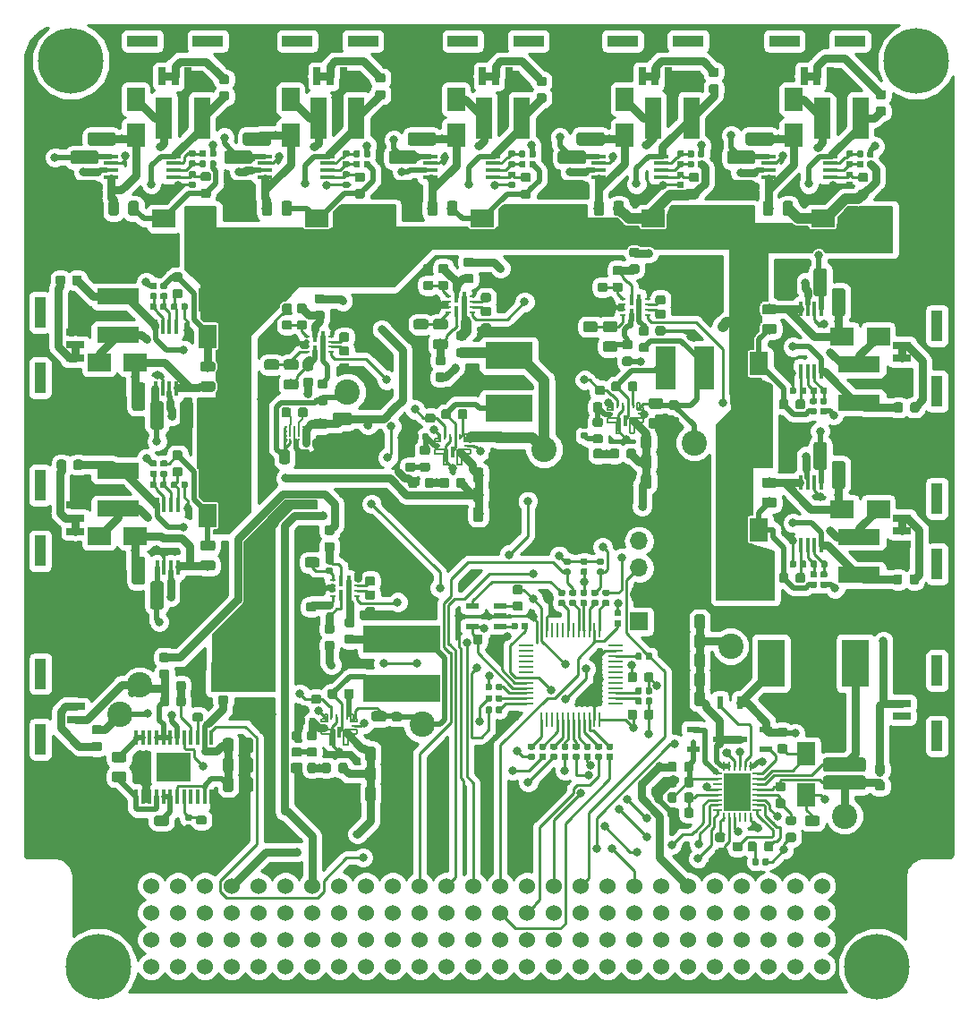
<source format=gbr>
G04 #@! TF.GenerationSoftware,KiCad,Pcbnew,(5.0.1-3-g963ef8bb5)*
G04 #@! TF.CreationDate,2021-05-26T22:53:26+02:00*
G04 #@! TF.ProjectId,EPS_v3_NanoSatLab,4550535F76335F4E616E6F5361744C61,rev?*
G04 #@! TF.SameCoordinates,Original*
G04 #@! TF.FileFunction,Copper,L1,Top,Signal*
G04 #@! TF.FilePolarity,Positive*
%FSLAX46Y46*%
G04 Gerber Fmt 4.6, Leading zero omitted, Abs format (unit mm)*
G04 Created by KiCad (PCBNEW (5.0.1-3-g963ef8bb5)) date 2021 May 26, Wednesday 22:53:26*
%MOMM*%
%LPD*%
G01*
G04 APERTURE LIST*
G04 #@! TA.AperFunction,EtchedComponent*
%ADD10C,0.152400*%
G04 #@! TD*
G04 #@! TA.AperFunction,BGAPad,CuDef*
%ADD11C,0.250000*%
G04 #@! TD*
G04 #@! TA.AperFunction,Conductor*
%ADD12C,0.100000*%
G04 #@! TD*
G04 #@! TA.AperFunction,SMDPad,CuDef*
%ADD13C,0.875000*%
G04 #@! TD*
G04 #@! TA.AperFunction,SMDPad,CuDef*
%ADD14C,0.975000*%
G04 #@! TD*
G04 #@! TA.AperFunction,SMDPad,CuDef*
%ADD15R,1.676400X2.173999*%
G04 #@! TD*
G04 #@! TA.AperFunction,SMDPad,CuDef*
%ADD16R,1.309599X0.508000*%
G04 #@! TD*
G04 #@! TA.AperFunction,SMDPad,CuDef*
%ADD17R,0.568000X1.258799*%
G04 #@! TD*
G04 #@! TA.AperFunction,SMDPad,CuDef*
%ADD18R,1.258799X0.568000*%
G04 #@! TD*
G04 #@! TA.AperFunction,SMDPad,CuDef*
%ADD19R,1.701800X0.660400*%
G04 #@! TD*
G04 #@! TA.AperFunction,SMDPad,CuDef*
%ADD20R,1.092200X2.895600*%
G04 #@! TD*
G04 #@! TA.AperFunction,SMDPad,CuDef*
%ADD21R,0.660400X1.701800*%
G04 #@! TD*
G04 #@! TA.AperFunction,SMDPad,CuDef*
%ADD22R,2.895600X1.092200*%
G04 #@! TD*
G04 #@! TA.AperFunction,SMDPad,CuDef*
%ADD23C,0.590000*%
G04 #@! TD*
G04 #@! TA.AperFunction,SMDPad,CuDef*
%ADD24R,0.599999X0.200000*%
G04 #@! TD*
G04 #@! TA.AperFunction,SMDPad,CuDef*
%ADD25R,0.399999X1.050000*%
G04 #@! TD*
G04 #@! TA.AperFunction,SMDPad,CuDef*
%ADD26R,7.289800X2.641600*%
G04 #@! TD*
G04 #@! TA.AperFunction,SMDPad,CuDef*
%ADD27R,2.173999X1.651000*%
G04 #@! TD*
G04 #@! TA.AperFunction,ComponentPad*
%ADD28C,1.524000*%
G04 #@! TD*
G04 #@! TA.AperFunction,ComponentPad*
%ADD29C,6.200000*%
G04 #@! TD*
G04 #@! TA.AperFunction,SMDPad,CuDef*
%ADD30R,3.987800X1.498600*%
G04 #@! TD*
G04 #@! TA.AperFunction,SMDPad,CuDef*
%ADD31R,0.354800X1.404099*%
G04 #@! TD*
G04 #@! TA.AperFunction,SMDPad,CuDef*
%ADD32R,1.404099X0.354800*%
G04 #@! TD*
G04 #@! TA.AperFunction,SMDPad,CuDef*
%ADD33C,1.250000*%
G04 #@! TD*
G04 #@! TA.AperFunction,SMDPad,CuDef*
%ADD34R,1.651000X2.173999*%
G04 #@! TD*
G04 #@! TA.AperFunction,ComponentPad*
%ADD35O,1.700000X1.700000*%
G04 #@! TD*
G04 #@! TA.AperFunction,ComponentPad*
%ADD36R,1.700000X1.700000*%
G04 #@! TD*
G04 #@! TA.AperFunction,SMDPad,CuDef*
%ADD37R,1.498600X3.987800*%
G04 #@! TD*
G04 #@! TA.AperFunction,SMDPad,CuDef*
%ADD38C,1.350000*%
G04 #@! TD*
G04 #@! TA.AperFunction,ComponentPad*
%ADD39C,2.400000*%
G04 #@! TD*
G04 #@! TA.AperFunction,SMDPad,CuDef*
%ADD40R,0.279400X1.461999*%
G04 #@! TD*
G04 #@! TA.AperFunction,SMDPad,CuDef*
%ADD41R,1.461999X0.279400*%
G04 #@! TD*
G04 #@! TA.AperFunction,SMDPad,CuDef*
%ADD42R,0.249999X0.549999*%
G04 #@! TD*
G04 #@! TA.AperFunction,BGAPad,CuDef*
%ADD43C,0.240764*%
G04 #@! TD*
G04 #@! TA.AperFunction,SMDPad,CuDef*
%ADD44R,0.549999X0.249999*%
G04 #@! TD*
G04 #@! TA.AperFunction,BGAPad,CuDef*
%ADD45C,0.370142*%
G04 #@! TD*
G04 #@! TA.AperFunction,SMDPad,CuDef*
%ADD46R,0.399999X1.000001*%
G04 #@! TD*
G04 #@! TA.AperFunction,SMDPad,CuDef*
%ADD47R,3.251200X2.743200*%
G04 #@! TD*
G04 #@! TA.AperFunction,SMDPad,CuDef*
%ADD48R,0.354800X1.461999*%
G04 #@! TD*
G04 #@! TA.AperFunction,SMDPad,CuDef*
%ADD49R,2.641600X3.657600*%
G04 #@! TD*
G04 #@! TA.AperFunction,SMDPad,CuDef*
%ADD50R,0.254800X0.807999*%
G04 #@! TD*
G04 #@! TA.AperFunction,SMDPad,CuDef*
%ADD51R,0.807999X0.254800*%
G04 #@! TD*
G04 #@! TA.AperFunction,SMDPad,CuDef*
%ADD52R,4.495800X2.514600*%
G04 #@! TD*
G04 #@! TA.AperFunction,SMDPad,CuDef*
%ADD53R,1.850000X4.100000*%
G04 #@! TD*
G04 #@! TA.AperFunction,SMDPad,CuDef*
%ADD54R,2.590800X4.495800*%
G04 #@! TD*
G04 #@! TA.AperFunction,ViaPad*
%ADD55C,0.800000*%
G04 #@! TD*
G04 #@! TA.AperFunction,Conductor*
%ADD56C,0.250000*%
G04 #@! TD*
G04 #@! TA.AperFunction,Conductor*
%ADD57C,0.750000*%
G04 #@! TD*
G04 #@! TA.AperFunction,Conductor*
%ADD58C,0.500000*%
G04 #@! TD*
G04 #@! TA.AperFunction,Conductor*
%ADD59C,1.000000*%
G04 #@! TD*
G04 #@! TA.AperFunction,Conductor*
%ADD60C,0.200000*%
G04 #@! TD*
G04 #@! TA.AperFunction,Conductor*
%ADD61C,0.150000*%
G04 #@! TD*
G04 #@! TA.AperFunction,Conductor*
%ADD62C,0.254000*%
G04 #@! TD*
G04 APERTURE END LIST*
D10*
G04 #@! TO.C,U304*
X139500774Y-88683641D02*
X139500774Y-89683642D01*
X139500774Y-89683642D02*
X139550774Y-89733642D01*
X139550774Y-89733642D02*
X139850773Y-89733642D01*
X139850773Y-89733642D02*
X139900776Y-89683642D01*
X139900776Y-89683642D02*
X139900776Y-88333642D01*
X139900776Y-88333642D02*
X139850776Y-88283642D01*
X139850776Y-88283642D02*
X138700776Y-88283642D01*
X138700776Y-88283642D02*
X138650776Y-88333642D01*
X138650776Y-88333642D02*
X138650776Y-88633641D01*
X138650776Y-88633641D02*
X138700776Y-88683641D01*
X138700776Y-88683641D02*
X139500774Y-88683641D01*
X141200776Y-88683641D02*
X141200776Y-89683642D01*
X141200776Y-89683642D02*
X141150776Y-89733642D01*
X141150776Y-89733642D02*
X140850777Y-89733642D01*
X140850777Y-89733642D02*
X140800774Y-89683642D01*
X140800774Y-89683642D02*
X140800774Y-88333642D01*
X140800774Y-88333642D02*
X140850774Y-88283642D01*
X140850774Y-88283642D02*
X142000774Y-88283642D01*
X142000774Y-88283642D02*
X142050774Y-88333642D01*
X142050774Y-88333642D02*
X142050774Y-88633641D01*
X142050774Y-88633641D02*
X142000774Y-88683641D01*
X142000774Y-88683641D02*
X141200776Y-88683641D01*
X139000775Y-87283641D02*
X138700776Y-87283641D01*
X138700776Y-87283641D02*
X138650776Y-87333644D01*
X138650776Y-87333644D02*
X138650776Y-87483641D01*
X138650776Y-87483641D02*
X138700776Y-87533644D01*
X138700776Y-87533644D02*
X139175774Y-87533641D01*
X139175774Y-87533641D02*
X139225776Y-87483641D01*
X139225776Y-87483641D02*
X139225773Y-86883642D01*
X139225773Y-86883642D02*
X139175776Y-86833642D01*
X139175776Y-86833642D02*
X139050775Y-86833642D01*
X139050775Y-86833642D02*
X139000775Y-86883642D01*
X139000775Y-86883642D02*
X139000775Y-87283641D01*
X141700775Y-87283641D02*
X142000774Y-87283641D01*
X142000774Y-87283641D02*
X142050774Y-87333641D01*
X142050774Y-87333641D02*
X142050774Y-87483641D01*
X142050774Y-87483641D02*
X142000774Y-87533641D01*
X142000774Y-87533641D02*
X141525774Y-87533644D01*
X141525774Y-87533644D02*
X141475774Y-87483641D01*
X141475774Y-87483641D02*
X141475777Y-86883642D01*
X141475777Y-86883642D02*
X141525774Y-86833642D01*
X141525774Y-86833642D02*
X141650775Y-86833642D01*
X141650775Y-86833642D02*
X141700775Y-86883642D01*
X141700775Y-86883642D02*
X141700775Y-87283641D01*
G04 #@! TO.C,U305*
X128780774Y-115163641D02*
X128780774Y-116163642D01*
X128780774Y-116163642D02*
X128830774Y-116213642D01*
X128830774Y-116213642D02*
X129130773Y-116213642D01*
X129130773Y-116213642D02*
X129180776Y-116163642D01*
X129180776Y-116163642D02*
X129180776Y-114813642D01*
X129180776Y-114813642D02*
X129130776Y-114763642D01*
X129130776Y-114763642D02*
X127980776Y-114763642D01*
X127980776Y-114763642D02*
X127930776Y-114813642D01*
X127930776Y-114813642D02*
X127930776Y-115113641D01*
X127930776Y-115113641D02*
X127980776Y-115163641D01*
X127980776Y-115163641D02*
X128780774Y-115163641D01*
X130480776Y-115163641D02*
X130480776Y-116163642D01*
X130480776Y-116163642D02*
X130430776Y-116213642D01*
X130430776Y-116213642D02*
X130130777Y-116213642D01*
X130130777Y-116213642D02*
X130080774Y-116163642D01*
X130080774Y-116163642D02*
X130080774Y-114813642D01*
X130080774Y-114813642D02*
X130130774Y-114763642D01*
X130130774Y-114763642D02*
X131280774Y-114763642D01*
X131280774Y-114763642D02*
X131330774Y-114813642D01*
X131330774Y-114813642D02*
X131330774Y-115113641D01*
X131330774Y-115113641D02*
X131280774Y-115163641D01*
X131280774Y-115163641D02*
X130480776Y-115163641D01*
X128280775Y-113763641D02*
X127980776Y-113763641D01*
X127980776Y-113763641D02*
X127930776Y-113813644D01*
X127930776Y-113813644D02*
X127930776Y-113963641D01*
X127930776Y-113963641D02*
X127980776Y-114013644D01*
X127980776Y-114013644D02*
X128455774Y-114013641D01*
X128455774Y-114013641D02*
X128505776Y-113963641D01*
X128505776Y-113963641D02*
X128505773Y-113363642D01*
X128505773Y-113363642D02*
X128455776Y-113313642D01*
X128455776Y-113313642D02*
X128330775Y-113313642D01*
X128330775Y-113313642D02*
X128280775Y-113363642D01*
X128280775Y-113363642D02*
X128280775Y-113763641D01*
X130980775Y-113763641D02*
X131280774Y-113763641D01*
X131280774Y-113763641D02*
X131330774Y-113813641D01*
X131330774Y-113813641D02*
X131330774Y-113963641D01*
X131330774Y-113963641D02*
X131280774Y-114013641D01*
X131280774Y-114013641D02*
X130805774Y-114013644D01*
X130805774Y-114013644D02*
X130755774Y-113963641D01*
X130755774Y-113963641D02*
X130755777Y-113363642D01*
X130755777Y-113363642D02*
X130805774Y-113313642D01*
X130805774Y-113313642D02*
X130930775Y-113313642D01*
X130930775Y-113313642D02*
X130980775Y-113363642D01*
X130980775Y-113363642D02*
X130980775Y-113763641D01*
G04 #@! TO.C,U307*
X155854774Y-85683641D02*
X155854774Y-86683642D01*
X155854774Y-86683642D02*
X155904774Y-86733642D01*
X155904774Y-86733642D02*
X156204773Y-86733642D01*
X156204773Y-86733642D02*
X156254776Y-86683642D01*
X156254776Y-86683642D02*
X156254776Y-85333642D01*
X156254776Y-85333642D02*
X156204776Y-85283642D01*
X156204776Y-85283642D02*
X155054776Y-85283642D01*
X155054776Y-85283642D02*
X155004776Y-85333642D01*
X155004776Y-85333642D02*
X155004776Y-85633641D01*
X155004776Y-85633641D02*
X155054776Y-85683641D01*
X155054776Y-85683641D02*
X155854774Y-85683641D01*
X157554776Y-85683641D02*
X157554776Y-86683642D01*
X157554776Y-86683642D02*
X157504776Y-86733642D01*
X157504776Y-86733642D02*
X157204777Y-86733642D01*
X157204777Y-86733642D02*
X157154774Y-86683642D01*
X157154774Y-86683642D02*
X157154774Y-85333642D01*
X157154774Y-85333642D02*
X157204774Y-85283642D01*
X157204774Y-85283642D02*
X158354774Y-85283642D01*
X158354774Y-85283642D02*
X158404774Y-85333642D01*
X158404774Y-85333642D02*
X158404774Y-85633641D01*
X158404774Y-85633641D02*
X158354774Y-85683641D01*
X158354774Y-85683641D02*
X157554776Y-85683641D01*
X155354775Y-84283641D02*
X155054776Y-84283641D01*
X155054776Y-84283641D02*
X155004776Y-84333644D01*
X155004776Y-84333644D02*
X155004776Y-84483641D01*
X155004776Y-84483641D02*
X155054776Y-84533644D01*
X155054776Y-84533644D02*
X155529774Y-84533641D01*
X155529774Y-84533641D02*
X155579776Y-84483641D01*
X155579776Y-84483641D02*
X155579773Y-83883642D01*
X155579773Y-83883642D02*
X155529776Y-83833642D01*
X155529776Y-83833642D02*
X155404775Y-83833642D01*
X155404775Y-83833642D02*
X155354775Y-83883642D01*
X155354775Y-83883642D02*
X155354775Y-84283641D01*
X158054775Y-84283641D02*
X158354774Y-84283641D01*
X158354774Y-84283641D02*
X158404774Y-84333641D01*
X158404774Y-84333641D02*
X158404774Y-84483641D01*
X158404774Y-84483641D02*
X158354774Y-84533641D01*
X158354774Y-84533641D02*
X157879774Y-84533644D01*
X157879774Y-84533644D02*
X157829774Y-84483641D01*
X157829774Y-84483641D02*
X157829777Y-83883642D01*
X157829777Y-83883642D02*
X157879774Y-83833642D01*
X157879774Y-83833642D02*
X158004775Y-83833642D01*
X158004775Y-83833642D02*
X158054775Y-83883642D01*
X158054775Y-83883642D02*
X158054775Y-84283641D01*
G04 #@! TD*
D11*
G04 #@! TO.P,U308,E4*
G04 #@! TO.N,/EPS - Converters/VSW_3V3_BAT*
X124604777Y-87363643D03*
G04 #@! TO.P,U308,E3*
X124604777Y-86963644D03*
G04 #@! TO.P,U308,E2*
X124604777Y-86563645D03*
G04 #@! TO.P,U308,E1*
X124604777Y-86163643D03*
G04 #@! TO.P,U308,D4*
X125004776Y-87363643D03*
G04 #@! TO.P,U308,D3*
G04 #@! TO.N,Net-(L304-Pad1)*
X125004776Y-86963644D03*
G04 #@! TO.P,U308,D2*
X125004776Y-86563645D03*
G04 #@! TO.P,U308,D1*
X125004776Y-86163643D03*
G04 #@! TO.P,U308,C4*
G04 #@! TO.N,GND*
X125404775Y-87363643D03*
G04 #@! TO.P,U308,C3*
X125404775Y-86963644D03*
G04 #@! TO.P,U308,C2*
X125404775Y-86563645D03*
G04 #@! TO.P,U308,C1*
X125404775Y-86163643D03*
G04 #@! TO.P,U308,B4*
X125804774Y-87363643D03*
G04 #@! TO.P,U308,B3*
G04 #@! TO.N,Net-(L304-Pad2)*
X125804774Y-86963644D03*
G04 #@! TO.P,U308,B2*
X125804774Y-86563645D03*
G04 #@! TO.P,U308,B1*
X125804774Y-86163643D03*
G04 #@! TO.P,U308,A4*
G04 #@! TO.N,VDD*
X126204776Y-87363643D03*
G04 #@! TO.P,U308,A3*
X126204776Y-86963644D03*
G04 #@! TO.P,U308,A2*
X126204776Y-86563645D03*
G04 #@! TO.P,U308,A1*
X126204776Y-86163643D03*
G04 #@! TD*
D12*
G04 #@! TO.N,Net-(R633-Pad2)*
G04 #@! TO.C,R633*
G36*
X147578466Y-62102195D02*
X147599701Y-62105345D01*
X147620525Y-62110561D01*
X147640737Y-62117793D01*
X147660143Y-62126972D01*
X147678556Y-62138008D01*
X147695799Y-62150796D01*
X147711705Y-62165212D01*
X147726121Y-62181118D01*
X147738909Y-62198361D01*
X147749945Y-62216774D01*
X147759124Y-62236180D01*
X147766356Y-62256392D01*
X147771572Y-62277216D01*
X147774722Y-62298451D01*
X147775775Y-62319892D01*
X147775775Y-62757392D01*
X147774722Y-62778833D01*
X147771572Y-62800068D01*
X147766356Y-62820892D01*
X147759124Y-62841104D01*
X147749945Y-62860510D01*
X147738909Y-62878923D01*
X147726121Y-62896166D01*
X147711705Y-62912072D01*
X147695799Y-62926488D01*
X147678556Y-62939276D01*
X147660143Y-62950312D01*
X147640737Y-62959491D01*
X147620525Y-62966723D01*
X147599701Y-62971939D01*
X147578466Y-62975089D01*
X147557025Y-62976142D01*
X147044525Y-62976142D01*
X147023084Y-62975089D01*
X147001849Y-62971939D01*
X146981025Y-62966723D01*
X146960813Y-62959491D01*
X146941407Y-62950312D01*
X146922994Y-62939276D01*
X146905751Y-62926488D01*
X146889845Y-62912072D01*
X146875429Y-62896166D01*
X146862641Y-62878923D01*
X146851605Y-62860510D01*
X146842426Y-62841104D01*
X146835194Y-62820892D01*
X146829978Y-62800068D01*
X146826828Y-62778833D01*
X146825775Y-62757392D01*
X146825775Y-62319892D01*
X146826828Y-62298451D01*
X146829978Y-62277216D01*
X146835194Y-62256392D01*
X146842426Y-62236180D01*
X146851605Y-62216774D01*
X146862641Y-62198361D01*
X146875429Y-62181118D01*
X146889845Y-62165212D01*
X146905751Y-62150796D01*
X146922994Y-62138008D01*
X146941407Y-62126972D01*
X146960813Y-62117793D01*
X146981025Y-62110561D01*
X147001849Y-62105345D01*
X147023084Y-62102195D01*
X147044525Y-62101142D01*
X147557025Y-62101142D01*
X147578466Y-62102195D01*
X147578466Y-62102195D01*
G37*
D13*
G04 #@! TD*
G04 #@! TO.P,R633,2*
G04 #@! TO.N,Net-(R633-Pad2)*
X147300775Y-62538642D03*
D12*
G04 #@! TO.N,Net-(D611-Pad2)*
G04 #@! TO.C,R633*
G36*
X147578466Y-63677195D02*
X147599701Y-63680345D01*
X147620525Y-63685561D01*
X147640737Y-63692793D01*
X147660143Y-63701972D01*
X147678556Y-63713008D01*
X147695799Y-63725796D01*
X147711705Y-63740212D01*
X147726121Y-63756118D01*
X147738909Y-63773361D01*
X147749945Y-63791774D01*
X147759124Y-63811180D01*
X147766356Y-63831392D01*
X147771572Y-63852216D01*
X147774722Y-63873451D01*
X147775775Y-63894892D01*
X147775775Y-64332392D01*
X147774722Y-64353833D01*
X147771572Y-64375068D01*
X147766356Y-64395892D01*
X147759124Y-64416104D01*
X147749945Y-64435510D01*
X147738909Y-64453923D01*
X147726121Y-64471166D01*
X147711705Y-64487072D01*
X147695799Y-64501488D01*
X147678556Y-64514276D01*
X147660143Y-64525312D01*
X147640737Y-64534491D01*
X147620525Y-64541723D01*
X147599701Y-64546939D01*
X147578466Y-64550089D01*
X147557025Y-64551142D01*
X147044525Y-64551142D01*
X147023084Y-64550089D01*
X147001849Y-64546939D01*
X146981025Y-64541723D01*
X146960813Y-64534491D01*
X146941407Y-64525312D01*
X146922994Y-64514276D01*
X146905751Y-64501488D01*
X146889845Y-64487072D01*
X146875429Y-64471166D01*
X146862641Y-64453923D01*
X146851605Y-64435510D01*
X146842426Y-64416104D01*
X146835194Y-64395892D01*
X146829978Y-64375068D01*
X146826828Y-64353833D01*
X146825775Y-64332392D01*
X146825775Y-63894892D01*
X146826828Y-63873451D01*
X146829978Y-63852216D01*
X146835194Y-63831392D01*
X146842426Y-63811180D01*
X146851605Y-63791774D01*
X146862641Y-63773361D01*
X146875429Y-63756118D01*
X146889845Y-63740212D01*
X146905751Y-63725796D01*
X146922994Y-63713008D01*
X146941407Y-63701972D01*
X146960813Y-63692793D01*
X146981025Y-63685561D01*
X147001849Y-63680345D01*
X147023084Y-63677195D01*
X147044525Y-63676142D01*
X147557025Y-63676142D01*
X147578466Y-63677195D01*
X147578466Y-63677195D01*
G37*
D13*
G04 #@! TD*
G04 #@! TO.P,R633,1*
G04 #@! TO.N,Net-(D611-Pad2)*
X147300775Y-64113642D03*
D12*
G04 #@! TO.N,GND*
G04 #@! TO.C,C304*
G36*
X133880142Y-114901174D02*
X133903803Y-114904684D01*
X133927007Y-114910496D01*
X133949529Y-114918554D01*
X133971153Y-114928782D01*
X133991670Y-114941079D01*
X134010883Y-114955329D01*
X134028607Y-114971393D01*
X134044671Y-114989117D01*
X134058921Y-115008330D01*
X134071218Y-115028847D01*
X134081446Y-115050471D01*
X134089504Y-115072993D01*
X134095316Y-115096197D01*
X134098826Y-115119858D01*
X134100000Y-115143750D01*
X134100000Y-115631250D01*
X134098826Y-115655142D01*
X134095316Y-115678803D01*
X134089504Y-115702007D01*
X134081446Y-115724529D01*
X134071218Y-115746153D01*
X134058921Y-115766670D01*
X134044671Y-115785883D01*
X134028607Y-115803607D01*
X134010883Y-115819671D01*
X133991670Y-115833921D01*
X133971153Y-115846218D01*
X133949529Y-115856446D01*
X133927007Y-115864504D01*
X133903803Y-115870316D01*
X133880142Y-115873826D01*
X133856250Y-115875000D01*
X132943750Y-115875000D01*
X132919858Y-115873826D01*
X132896197Y-115870316D01*
X132872993Y-115864504D01*
X132850471Y-115856446D01*
X132828847Y-115846218D01*
X132808330Y-115833921D01*
X132789117Y-115819671D01*
X132771393Y-115803607D01*
X132755329Y-115785883D01*
X132741079Y-115766670D01*
X132728782Y-115746153D01*
X132718554Y-115724529D01*
X132710496Y-115702007D01*
X132704684Y-115678803D01*
X132701174Y-115655142D01*
X132700000Y-115631250D01*
X132700000Y-115143750D01*
X132701174Y-115119858D01*
X132704684Y-115096197D01*
X132710496Y-115072993D01*
X132718554Y-115050471D01*
X132728782Y-115028847D01*
X132741079Y-115008330D01*
X132755329Y-114989117D01*
X132771393Y-114971393D01*
X132789117Y-114955329D01*
X132808330Y-114941079D01*
X132828847Y-114928782D01*
X132850471Y-114918554D01*
X132872993Y-114910496D01*
X132896197Y-114904684D01*
X132919858Y-114901174D01*
X132943750Y-114900000D01*
X133856250Y-114900000D01*
X133880142Y-114901174D01*
X133880142Y-114901174D01*
G37*
D14*
G04 #@! TD*
G04 #@! TO.P,C304,2*
G04 #@! TO.N,GND*
X133400000Y-115387500D03*
D12*
G04 #@! TO.N,Net-(C304-Pad1)*
G04 #@! TO.C,C304*
G36*
X133880142Y-113026174D02*
X133903803Y-113029684D01*
X133927007Y-113035496D01*
X133949529Y-113043554D01*
X133971153Y-113053782D01*
X133991670Y-113066079D01*
X134010883Y-113080329D01*
X134028607Y-113096393D01*
X134044671Y-113114117D01*
X134058921Y-113133330D01*
X134071218Y-113153847D01*
X134081446Y-113175471D01*
X134089504Y-113197993D01*
X134095316Y-113221197D01*
X134098826Y-113244858D01*
X134100000Y-113268750D01*
X134100000Y-113756250D01*
X134098826Y-113780142D01*
X134095316Y-113803803D01*
X134089504Y-113827007D01*
X134081446Y-113849529D01*
X134071218Y-113871153D01*
X134058921Y-113891670D01*
X134044671Y-113910883D01*
X134028607Y-113928607D01*
X134010883Y-113944671D01*
X133991670Y-113958921D01*
X133971153Y-113971218D01*
X133949529Y-113981446D01*
X133927007Y-113989504D01*
X133903803Y-113995316D01*
X133880142Y-113998826D01*
X133856250Y-114000000D01*
X132943750Y-114000000D01*
X132919858Y-113998826D01*
X132896197Y-113995316D01*
X132872993Y-113989504D01*
X132850471Y-113981446D01*
X132828847Y-113971218D01*
X132808330Y-113958921D01*
X132789117Y-113944671D01*
X132771393Y-113928607D01*
X132755329Y-113910883D01*
X132741079Y-113891670D01*
X132728782Y-113871153D01*
X132718554Y-113849529D01*
X132710496Y-113827007D01*
X132704684Y-113803803D01*
X132701174Y-113780142D01*
X132700000Y-113756250D01*
X132700000Y-113268750D01*
X132701174Y-113244858D01*
X132704684Y-113221197D01*
X132710496Y-113197993D01*
X132718554Y-113175471D01*
X132728782Y-113153847D01*
X132741079Y-113133330D01*
X132755329Y-113114117D01*
X132771393Y-113096393D01*
X132789117Y-113080329D01*
X132808330Y-113066079D01*
X132828847Y-113053782D01*
X132850471Y-113043554D01*
X132872993Y-113035496D01*
X132896197Y-113029684D01*
X132919858Y-113026174D01*
X132943750Y-113025000D01*
X133856250Y-113025000D01*
X133880142Y-113026174D01*
X133880142Y-113026174D01*
G37*
D14*
G04 #@! TD*
G04 #@! TO.P,C304,1*
G04 #@! TO.N,Net-(C304-Pad1)*
X133400000Y-113512500D03*
D15*
G04 #@! TO.P,D501,1*
G04 #@! TO.N,Net-(C507-Pad2)*
X173868273Y-117076293D03*
G04 #@! TO.P,D501,2*
G04 #@! TO.N,/EPS - Batteries/INTVCC*
X173868273Y-120942693D03*
G04 #@! TD*
D16*
G04 #@! TO.P,U202,5*
G04 #@! TO.N,VDD*
X142259375Y-104993642D03*
G04 #@! TO.P,U202,4*
G04 #@! TO.N,/EPS - MCU/WDI*
X142259375Y-103093640D03*
G04 #@! TO.P,U202,3*
G04 #@! TO.N,Net-(R227-Pad1)*
X144850175Y-103093640D03*
G04 #@! TO.P,U202,2*
G04 #@! TO.N,GND*
X144850175Y-104043641D03*
G04 #@! TO.P,U202,1*
G04 #@! TO.N,Net-(R226-Pad1)*
X144850175Y-104993642D03*
G04 #@! TD*
D17*
G04 #@! TO.P,Q503,3*
G04 #@! TO.N,GND*
X166650775Y-109804442D03*
G04 #@! TO.P,Q503,2*
G04 #@! TO.N,Net-(C507-Pad1)*
X167600776Y-112242842D03*
G04 #@! TO.P,Q503,1*
G04 #@! TO.N,Net-(Q503-Pad1)*
X165700774Y-112242842D03*
G04 #@! TD*
D18*
G04 #@! TO.P,Q502,3*
G04 #@! TO.N,Net-(C502-Pad1)*
X167609073Y-115699493D03*
G04 #@! TO.P,Q502,2*
G04 #@! TO.N,Net-(C507-Pad1)*
X170047473Y-114749492D03*
G04 #@! TO.P,Q502,1*
G04 #@! TO.N,Net-(Q502-Pad1)*
X170047473Y-116649494D03*
G04 #@! TD*
G04 #@! TO.P,Q501,3*
G04 #@! TO.N,Net-(C502-Pad1)*
X165597473Y-115689493D03*
G04 #@! TO.P,Q501,2*
G04 #@! TO.N,Net-(C501-Pad2)*
X163159073Y-116639494D03*
G04 #@! TO.P,Q501,1*
G04 #@! TO.N,Net-(Q501-Pad1)*
X163159073Y-114739492D03*
G04 #@! TD*
D19*
G04 #@! TO.P,J101,1*
G04 #@! TO.N,/EPS \2013 MPPT/PV_Array_X_1*
X104680775Y-96013642D03*
G04 #@! TO.P,J101,2*
X104680775Y-94763642D03*
G04 #@! TO.P,J101,3*
G04 #@! TO.N,GND*
X104680775Y-93513642D03*
D20*
G04 #@! TO.P,J101,4*
G04 #@! TO.N,N/C*
X101330769Y-97863641D03*
G04 #@! TO.P,J101,5*
X101330769Y-91663643D03*
G04 #@! TD*
D19*
G04 #@! TO.P,J102,1*
G04 #@! TO.N,/EPS \2013 MPPT/PV_Array_Y_1*
X104670775Y-79648642D03*
G04 #@! TO.P,J102,2*
X104670775Y-78398642D03*
G04 #@! TO.P,J102,3*
G04 #@! TO.N,GND*
X104670775Y-77148642D03*
D20*
G04 #@! TO.P,J102,4*
G04 #@! TO.N,N/C*
X101320769Y-81498641D03*
G04 #@! TO.P,J102,5*
X101320769Y-75298643D03*
G04 #@! TD*
D21*
G04 #@! TO.P,J103,1*
G04 #@! TO.N,/EPS \2013 MPPT/PV_Array_Z_1*
X112860775Y-52993642D03*
G04 #@! TO.P,J103,2*
X114110775Y-52993642D03*
G04 #@! TO.P,J103,3*
G04 #@! TO.N,GND*
X115360775Y-52993642D03*
D22*
G04 #@! TO.P,J103,4*
G04 #@! TO.N,N/C*
X111010776Y-49643636D03*
G04 #@! TO.P,J103,5*
X117210774Y-49643636D03*
G04 #@! TD*
D21*
G04 #@! TO.P,J104,1*
G04 #@! TO.N,/EPS \2013 MPPT/PV_Array_X_2*
X127525775Y-52983642D03*
G04 #@! TO.P,J104,2*
X128775775Y-52983642D03*
G04 #@! TO.P,J104,3*
G04 #@! TO.N,GND*
X130025775Y-52983642D03*
D22*
G04 #@! TO.P,J104,4*
G04 #@! TO.N,N/C*
X125675776Y-49633636D03*
G04 #@! TO.P,J104,5*
X131875774Y-49633636D03*
G04 #@! TD*
D21*
G04 #@! TO.P,J105,1*
G04 #@! TO.N,/EPS \2013 MPPT/PV_Array_Y_2*
X143190775Y-52983642D03*
G04 #@! TO.P,J105,2*
X144440775Y-52983642D03*
G04 #@! TO.P,J105,3*
G04 #@! TO.N,GND*
X145690775Y-52983642D03*
D22*
G04 #@! TO.P,J105,4*
G04 #@! TO.N,N/C*
X141340776Y-49633636D03*
G04 #@! TO.P,J105,5*
X147540774Y-49633636D03*
G04 #@! TD*
D21*
G04 #@! TO.P,J106,1*
G04 #@! TO.N,/EPS \2013 MPPT/PV_Array_Z_2*
X158307025Y-52983642D03*
G04 #@! TO.P,J106,2*
X159557025Y-52983642D03*
G04 #@! TO.P,J106,3*
G04 #@! TO.N,GND*
X160807025Y-52983642D03*
D22*
G04 #@! TO.P,J106,4*
G04 #@! TO.N,N/C*
X156457026Y-49633636D03*
G04 #@! TO.P,J106,5*
X162657024Y-49633636D03*
G04 #@! TD*
D21*
G04 #@! TO.P,J107,1*
G04 #@! TO.N,/EPS \2013 MPPT/PV_Array_X_3*
X173621675Y-52983642D03*
G04 #@! TO.P,J107,2*
X174871675Y-52983642D03*
G04 #@! TO.P,J107,3*
G04 #@! TO.N,GND*
X176121675Y-52983642D03*
D22*
G04 #@! TO.P,J107,4*
G04 #@! TO.N,N/C*
X171771676Y-49633636D03*
G04 #@! TO.P,J107,5*
X177971674Y-49633636D03*
G04 #@! TD*
D19*
G04 #@! TO.P,J108,1*
G04 #@! TO.N,/EPS \2013 MPPT/PV_Array_Y_3*
X182850151Y-78419497D03*
G04 #@! TO.P,J108,2*
X182850151Y-79669497D03*
G04 #@! TO.P,J108,3*
G04 #@! TO.N,GND*
X182850151Y-80919497D03*
D20*
G04 #@! TO.P,J108,4*
G04 #@! TO.N,N/C*
X186200157Y-76569498D03*
G04 #@! TO.P,J108,5*
X186200157Y-82769496D03*
G04 #@! TD*
D19*
G04 #@! TO.P,J109,1*
G04 #@! TO.N,/EPS \2013 MPPT/PV_Array_Z_3*
X182850151Y-94760747D03*
G04 #@! TO.P,J109,2*
X182850151Y-96010747D03*
G04 #@! TO.P,J109,3*
G04 #@! TO.N,GND*
X182850151Y-97260747D03*
D20*
G04 #@! TO.P,J109,4*
G04 #@! TO.N,N/C*
X186200157Y-92910748D03*
G04 #@! TO.P,J109,5*
X186200157Y-99110746D03*
G04 #@! TD*
D19*
G04 #@! TO.P,J111,1*
G04 #@! TO.N,GND*
X182870775Y-111033642D03*
G04 #@! TO.P,J111,2*
G04 #@! TO.N,/EPS - Batteries/V_BAT*
X182870775Y-112283642D03*
G04 #@! TO.P,J111,3*
G04 #@! TO.N,N/C*
X182870775Y-113533642D03*
D20*
G04 #@! TO.P,J111,4*
X186220781Y-109183643D03*
G04 #@! TO.P,J111,5*
X186220781Y-115383641D03*
G04 #@! TD*
D19*
G04 #@! TO.P,J112,1*
G04 #@! TO.N,/SC_TOP*
X104720775Y-113845742D03*
G04 #@! TO.P,J112,2*
G04 #@! TO.N,/SC_MID*
X104720775Y-112595742D03*
G04 #@! TO.P,J112,3*
G04 #@! TO.N,GND*
X104720775Y-111345742D03*
D20*
G04 #@! TO.P,J112,4*
G04 #@! TO.N,N/C*
X101370769Y-115695741D03*
G04 #@! TO.P,J112,5*
X101370769Y-109495743D03*
G04 #@! TD*
D12*
G04 #@! TO.N,Net-(C504-Pad2)*
G04 #@! TO.C,C504*
G36*
X169185231Y-126960203D02*
X169199549Y-126962327D01*
X169213590Y-126965844D01*
X169227219Y-126970721D01*
X169240304Y-126976910D01*
X169252720Y-126984351D01*
X169264346Y-126992974D01*
X169275071Y-127002695D01*
X169284792Y-127013420D01*
X169293415Y-127025046D01*
X169300856Y-127037462D01*
X169307045Y-127050547D01*
X169311922Y-127064176D01*
X169315439Y-127078217D01*
X169317563Y-127092535D01*
X169318273Y-127106993D01*
X169318273Y-127451993D01*
X169317563Y-127466451D01*
X169315439Y-127480769D01*
X169311922Y-127494810D01*
X169307045Y-127508439D01*
X169300856Y-127521524D01*
X169293415Y-127533940D01*
X169284792Y-127545566D01*
X169275071Y-127556291D01*
X169264346Y-127566012D01*
X169252720Y-127574635D01*
X169240304Y-127582076D01*
X169227219Y-127588265D01*
X169213590Y-127593142D01*
X169199549Y-127596659D01*
X169185231Y-127598783D01*
X169170773Y-127599493D01*
X168875773Y-127599493D01*
X168861315Y-127598783D01*
X168846997Y-127596659D01*
X168832956Y-127593142D01*
X168819327Y-127588265D01*
X168806242Y-127582076D01*
X168793826Y-127574635D01*
X168782200Y-127566012D01*
X168771475Y-127556291D01*
X168761754Y-127545566D01*
X168753131Y-127533940D01*
X168745690Y-127521524D01*
X168739501Y-127508439D01*
X168734624Y-127494810D01*
X168731107Y-127480769D01*
X168728983Y-127466451D01*
X168728273Y-127451993D01*
X168728273Y-127106993D01*
X168728983Y-127092535D01*
X168731107Y-127078217D01*
X168734624Y-127064176D01*
X168739501Y-127050547D01*
X168745690Y-127037462D01*
X168753131Y-127025046D01*
X168761754Y-127013420D01*
X168771475Y-127002695D01*
X168782200Y-126992974D01*
X168793826Y-126984351D01*
X168806242Y-126976910D01*
X168819327Y-126970721D01*
X168832956Y-126965844D01*
X168846997Y-126962327D01*
X168861315Y-126960203D01*
X168875773Y-126959493D01*
X169170773Y-126959493D01*
X169185231Y-126960203D01*
X169185231Y-126960203D01*
G37*
D23*
G04 #@! TD*
G04 #@! TO.P,C504,2*
G04 #@! TO.N,Net-(C504-Pad2)*
X169023273Y-127279493D03*
D12*
G04 #@! TO.N,Net-(C504-Pad1)*
G04 #@! TO.C,C504*
G36*
X170155231Y-126960203D02*
X170169549Y-126962327D01*
X170183590Y-126965844D01*
X170197219Y-126970721D01*
X170210304Y-126976910D01*
X170222720Y-126984351D01*
X170234346Y-126992974D01*
X170245071Y-127002695D01*
X170254792Y-127013420D01*
X170263415Y-127025046D01*
X170270856Y-127037462D01*
X170277045Y-127050547D01*
X170281922Y-127064176D01*
X170285439Y-127078217D01*
X170287563Y-127092535D01*
X170288273Y-127106993D01*
X170288273Y-127451993D01*
X170287563Y-127466451D01*
X170285439Y-127480769D01*
X170281922Y-127494810D01*
X170277045Y-127508439D01*
X170270856Y-127521524D01*
X170263415Y-127533940D01*
X170254792Y-127545566D01*
X170245071Y-127556291D01*
X170234346Y-127566012D01*
X170222720Y-127574635D01*
X170210304Y-127582076D01*
X170197219Y-127588265D01*
X170183590Y-127593142D01*
X170169549Y-127596659D01*
X170155231Y-127598783D01*
X170140773Y-127599493D01*
X169845773Y-127599493D01*
X169831315Y-127598783D01*
X169816997Y-127596659D01*
X169802956Y-127593142D01*
X169789327Y-127588265D01*
X169776242Y-127582076D01*
X169763826Y-127574635D01*
X169752200Y-127566012D01*
X169741475Y-127556291D01*
X169731754Y-127545566D01*
X169723131Y-127533940D01*
X169715690Y-127521524D01*
X169709501Y-127508439D01*
X169704624Y-127494810D01*
X169701107Y-127480769D01*
X169698983Y-127466451D01*
X169698273Y-127451993D01*
X169698273Y-127106993D01*
X169698983Y-127092535D01*
X169701107Y-127078217D01*
X169704624Y-127064176D01*
X169709501Y-127050547D01*
X169715690Y-127037462D01*
X169723131Y-127025046D01*
X169731754Y-127013420D01*
X169741475Y-127002695D01*
X169752200Y-126992974D01*
X169763826Y-126984351D01*
X169776242Y-126976910D01*
X169789327Y-126970721D01*
X169802956Y-126965844D01*
X169816997Y-126962327D01*
X169831315Y-126960203D01*
X169845773Y-126959493D01*
X170140773Y-126959493D01*
X170155231Y-126960203D01*
X170155231Y-126960203D01*
G37*
D23*
G04 #@! TD*
G04 #@! TO.P,C504,1*
G04 #@! TO.N,Net-(C504-Pad1)*
X169993273Y-127279493D03*
D24*
G04 #@! TO.P,U303,12*
G04 #@! TO.N,GND*
X158804773Y-74053641D03*
G04 #@! TO.P,U303,11*
G04 #@! TO.N,Net-(C307-Pad2)*
X158804773Y-74553642D03*
G04 #@! TO.P,U303,10*
G04 #@! TO.N,Net-(R325-Pad1)*
X158804773Y-75053642D03*
G04 #@! TO.P,U303,9*
G04 #@! TO.N,/EPS - Converters/SW_12V_BAT_uC*
X158804773Y-75553643D03*
D25*
G04 #@! TO.P,U303,8*
G04 #@! TO.N,/EPS - Converters/VSW_12V_BAT*
X157979773Y-75478642D03*
G04 #@! TO.P,U303,7*
G04 #@! TO.N,Net-(R315-Pad1)*
X157279774Y-75478642D03*
D24*
G04 #@! TO.P,U303,6*
G04 #@! TO.N,Net-(R317-Pad2)*
X156504775Y-75553643D03*
G04 #@! TO.P,U303,5*
G04 #@! TO.N,GND*
X156504775Y-75053642D03*
G04 #@! TO.P,U303,4*
X156504775Y-74553642D03*
G04 #@! TO.P,U303,3*
G04 #@! TO.N,Net-(R319-Pad2)*
X156504775Y-74053641D03*
D25*
G04 #@! TO.P,U303,2*
G04 #@! TO.N,Net-(R316-Pad1)*
X157279774Y-74128642D03*
G04 #@! TO.P,U303,1*
G04 #@! TO.N,/EPS - Converters/VSW_12V_BAT*
X157979773Y-74128642D03*
G04 #@! TD*
D12*
G04 #@! TO.N,Net-(R317-Pad2)*
G04 #@! TO.C,R318*
G36*
X153884917Y-76179816D02*
X153908578Y-76183326D01*
X153931782Y-76189138D01*
X153954304Y-76197196D01*
X153975928Y-76207424D01*
X153996445Y-76219721D01*
X154015658Y-76233971D01*
X154033382Y-76250035D01*
X154049446Y-76267759D01*
X154063696Y-76286972D01*
X154075993Y-76307489D01*
X154086221Y-76329113D01*
X154094279Y-76351635D01*
X154100091Y-76374839D01*
X154103601Y-76398500D01*
X154104775Y-76422392D01*
X154104775Y-76909892D01*
X154103601Y-76933784D01*
X154100091Y-76957445D01*
X154094279Y-76980649D01*
X154086221Y-77003171D01*
X154075993Y-77024795D01*
X154063696Y-77045312D01*
X154049446Y-77064525D01*
X154033382Y-77082249D01*
X154015658Y-77098313D01*
X153996445Y-77112563D01*
X153975928Y-77124860D01*
X153954304Y-77135088D01*
X153931782Y-77143146D01*
X153908578Y-77148958D01*
X153884917Y-77152468D01*
X153861025Y-77153642D01*
X152948525Y-77153642D01*
X152924633Y-77152468D01*
X152900972Y-77148958D01*
X152877768Y-77143146D01*
X152855246Y-77135088D01*
X152833622Y-77124860D01*
X152813105Y-77112563D01*
X152793892Y-77098313D01*
X152776168Y-77082249D01*
X152760104Y-77064525D01*
X152745854Y-77045312D01*
X152733557Y-77024795D01*
X152723329Y-77003171D01*
X152715271Y-76980649D01*
X152709459Y-76957445D01*
X152705949Y-76933784D01*
X152704775Y-76909892D01*
X152704775Y-76422392D01*
X152705949Y-76398500D01*
X152709459Y-76374839D01*
X152715271Y-76351635D01*
X152723329Y-76329113D01*
X152733557Y-76307489D01*
X152745854Y-76286972D01*
X152760104Y-76267759D01*
X152776168Y-76250035D01*
X152793892Y-76233971D01*
X152813105Y-76219721D01*
X152833622Y-76207424D01*
X152855246Y-76197196D01*
X152877768Y-76189138D01*
X152900972Y-76183326D01*
X152924633Y-76179816D01*
X152948525Y-76178642D01*
X153861025Y-76178642D01*
X153884917Y-76179816D01*
X153884917Y-76179816D01*
G37*
D14*
G04 #@! TD*
G04 #@! TO.P,R318,2*
G04 #@! TO.N,Net-(R317-Pad2)*
X153404775Y-76666142D03*
D12*
G04 #@! TO.N,GND*
G04 #@! TO.C,R318*
G36*
X153884917Y-78054816D02*
X153908578Y-78058326D01*
X153931782Y-78064138D01*
X153954304Y-78072196D01*
X153975928Y-78082424D01*
X153996445Y-78094721D01*
X154015658Y-78108971D01*
X154033382Y-78125035D01*
X154049446Y-78142759D01*
X154063696Y-78161972D01*
X154075993Y-78182489D01*
X154086221Y-78204113D01*
X154094279Y-78226635D01*
X154100091Y-78249839D01*
X154103601Y-78273500D01*
X154104775Y-78297392D01*
X154104775Y-78784892D01*
X154103601Y-78808784D01*
X154100091Y-78832445D01*
X154094279Y-78855649D01*
X154086221Y-78878171D01*
X154075993Y-78899795D01*
X154063696Y-78920312D01*
X154049446Y-78939525D01*
X154033382Y-78957249D01*
X154015658Y-78973313D01*
X153996445Y-78987563D01*
X153975928Y-78999860D01*
X153954304Y-79010088D01*
X153931782Y-79018146D01*
X153908578Y-79023958D01*
X153884917Y-79027468D01*
X153861025Y-79028642D01*
X152948525Y-79028642D01*
X152924633Y-79027468D01*
X152900972Y-79023958D01*
X152877768Y-79018146D01*
X152855246Y-79010088D01*
X152833622Y-78999860D01*
X152813105Y-78987563D01*
X152793892Y-78973313D01*
X152776168Y-78957249D01*
X152760104Y-78939525D01*
X152745854Y-78920312D01*
X152733557Y-78899795D01*
X152723329Y-78878171D01*
X152715271Y-78855649D01*
X152709459Y-78832445D01*
X152705949Y-78808784D01*
X152704775Y-78784892D01*
X152704775Y-78297392D01*
X152705949Y-78273500D01*
X152709459Y-78249839D01*
X152715271Y-78226635D01*
X152723329Y-78204113D01*
X152733557Y-78182489D01*
X152745854Y-78161972D01*
X152760104Y-78142759D01*
X152776168Y-78125035D01*
X152793892Y-78108971D01*
X152813105Y-78094721D01*
X152833622Y-78082424D01*
X152855246Y-78072196D01*
X152877768Y-78064138D01*
X152900972Y-78058326D01*
X152924633Y-78054816D01*
X152948525Y-78053642D01*
X153861025Y-78053642D01*
X153884917Y-78054816D01*
X153884917Y-78054816D01*
G37*
D14*
G04 #@! TD*
G04 #@! TO.P,R318,1*
G04 #@! TO.N,GND*
X153404775Y-78541142D03*
D12*
G04 #@! TO.N,Net-(R317-Pad2)*
G04 #@! TO.C,R317*
G36*
X155754917Y-76179816D02*
X155778578Y-76183326D01*
X155801782Y-76189138D01*
X155824304Y-76197196D01*
X155845928Y-76207424D01*
X155866445Y-76219721D01*
X155885658Y-76233971D01*
X155903382Y-76250035D01*
X155919446Y-76267759D01*
X155933696Y-76286972D01*
X155945993Y-76307489D01*
X155956221Y-76329113D01*
X155964279Y-76351635D01*
X155970091Y-76374839D01*
X155973601Y-76398500D01*
X155974775Y-76422392D01*
X155974775Y-76909892D01*
X155973601Y-76933784D01*
X155970091Y-76957445D01*
X155964279Y-76980649D01*
X155956221Y-77003171D01*
X155945993Y-77024795D01*
X155933696Y-77045312D01*
X155919446Y-77064525D01*
X155903382Y-77082249D01*
X155885658Y-77098313D01*
X155866445Y-77112563D01*
X155845928Y-77124860D01*
X155824304Y-77135088D01*
X155801782Y-77143146D01*
X155778578Y-77148958D01*
X155754917Y-77152468D01*
X155731025Y-77153642D01*
X154818525Y-77153642D01*
X154794633Y-77152468D01*
X154770972Y-77148958D01*
X154747768Y-77143146D01*
X154725246Y-77135088D01*
X154703622Y-77124860D01*
X154683105Y-77112563D01*
X154663892Y-77098313D01*
X154646168Y-77082249D01*
X154630104Y-77064525D01*
X154615854Y-77045312D01*
X154603557Y-77024795D01*
X154593329Y-77003171D01*
X154585271Y-76980649D01*
X154579459Y-76957445D01*
X154575949Y-76933784D01*
X154574775Y-76909892D01*
X154574775Y-76422392D01*
X154575949Y-76398500D01*
X154579459Y-76374839D01*
X154585271Y-76351635D01*
X154593329Y-76329113D01*
X154603557Y-76307489D01*
X154615854Y-76286972D01*
X154630104Y-76267759D01*
X154646168Y-76250035D01*
X154663892Y-76233971D01*
X154683105Y-76219721D01*
X154703622Y-76207424D01*
X154725246Y-76197196D01*
X154747768Y-76189138D01*
X154770972Y-76183326D01*
X154794633Y-76179816D01*
X154818525Y-76178642D01*
X155731025Y-76178642D01*
X155754917Y-76179816D01*
X155754917Y-76179816D01*
G37*
D14*
G04 #@! TD*
G04 #@! TO.P,R317,2*
G04 #@! TO.N,Net-(R317-Pad2)*
X155274775Y-76666142D03*
D12*
G04 #@! TO.N,Net-(R315-Pad1)*
G04 #@! TO.C,R317*
G36*
X155754917Y-78054816D02*
X155778578Y-78058326D01*
X155801782Y-78064138D01*
X155824304Y-78072196D01*
X155845928Y-78082424D01*
X155866445Y-78094721D01*
X155885658Y-78108971D01*
X155903382Y-78125035D01*
X155919446Y-78142759D01*
X155933696Y-78161972D01*
X155945993Y-78182489D01*
X155956221Y-78204113D01*
X155964279Y-78226635D01*
X155970091Y-78249839D01*
X155973601Y-78273500D01*
X155974775Y-78297392D01*
X155974775Y-78784892D01*
X155973601Y-78808784D01*
X155970091Y-78832445D01*
X155964279Y-78855649D01*
X155956221Y-78878171D01*
X155945993Y-78899795D01*
X155933696Y-78920312D01*
X155919446Y-78939525D01*
X155903382Y-78957249D01*
X155885658Y-78973313D01*
X155866445Y-78987563D01*
X155845928Y-78999860D01*
X155824304Y-79010088D01*
X155801782Y-79018146D01*
X155778578Y-79023958D01*
X155754917Y-79027468D01*
X155731025Y-79028642D01*
X154818525Y-79028642D01*
X154794633Y-79027468D01*
X154770972Y-79023958D01*
X154747768Y-79018146D01*
X154725246Y-79010088D01*
X154703622Y-78999860D01*
X154683105Y-78987563D01*
X154663892Y-78973313D01*
X154646168Y-78957249D01*
X154630104Y-78939525D01*
X154615854Y-78920312D01*
X154603557Y-78899795D01*
X154593329Y-78878171D01*
X154585271Y-78855649D01*
X154579459Y-78832445D01*
X154575949Y-78808784D01*
X154574775Y-78784892D01*
X154574775Y-78297392D01*
X154575949Y-78273500D01*
X154579459Y-78249839D01*
X154585271Y-78226635D01*
X154593329Y-78204113D01*
X154603557Y-78182489D01*
X154615854Y-78161972D01*
X154630104Y-78142759D01*
X154646168Y-78125035D01*
X154663892Y-78108971D01*
X154683105Y-78094721D01*
X154703622Y-78082424D01*
X154725246Y-78072196D01*
X154747768Y-78064138D01*
X154770972Y-78058326D01*
X154794633Y-78054816D01*
X154818525Y-78053642D01*
X155731025Y-78053642D01*
X155754917Y-78054816D01*
X155754917Y-78054816D01*
G37*
D14*
G04 #@! TD*
G04 #@! TO.P,R317,1*
G04 #@! TO.N,Net-(R315-Pad1)*
X155274775Y-78541142D03*
D12*
G04 #@! TO.N,Net-(C614-Pad1)*
G04 #@! TO.C,C614*
G36*
X146157733Y-60004238D02*
X146172051Y-60006362D01*
X146186092Y-60009879D01*
X146199721Y-60014756D01*
X146212806Y-60020945D01*
X146225222Y-60028386D01*
X146236848Y-60037009D01*
X146247573Y-60046730D01*
X146257294Y-60057455D01*
X146265917Y-60069081D01*
X146273358Y-60081497D01*
X146279547Y-60094582D01*
X146284424Y-60108211D01*
X146287941Y-60122252D01*
X146290065Y-60136570D01*
X146290775Y-60151028D01*
X146290775Y-60446028D01*
X146290065Y-60460486D01*
X146287941Y-60474804D01*
X146284424Y-60488845D01*
X146279547Y-60502474D01*
X146273358Y-60515559D01*
X146265917Y-60527975D01*
X146257294Y-60539601D01*
X146247573Y-60550326D01*
X146236848Y-60560047D01*
X146225222Y-60568670D01*
X146212806Y-60576111D01*
X146199721Y-60582300D01*
X146186092Y-60587177D01*
X146172051Y-60590694D01*
X146157733Y-60592818D01*
X146143275Y-60593528D01*
X145798275Y-60593528D01*
X145783817Y-60592818D01*
X145769499Y-60590694D01*
X145755458Y-60587177D01*
X145741829Y-60582300D01*
X145728744Y-60576111D01*
X145716328Y-60568670D01*
X145704702Y-60560047D01*
X145693977Y-60550326D01*
X145684256Y-60539601D01*
X145675633Y-60527975D01*
X145668192Y-60515559D01*
X145662003Y-60502474D01*
X145657126Y-60488845D01*
X145653609Y-60474804D01*
X145651485Y-60460486D01*
X145650775Y-60446028D01*
X145650775Y-60151028D01*
X145651485Y-60136570D01*
X145653609Y-60122252D01*
X145657126Y-60108211D01*
X145662003Y-60094582D01*
X145668192Y-60081497D01*
X145675633Y-60069081D01*
X145684256Y-60057455D01*
X145693977Y-60046730D01*
X145704702Y-60037009D01*
X145716328Y-60028386D01*
X145728744Y-60020945D01*
X145741829Y-60014756D01*
X145755458Y-60009879D01*
X145769499Y-60006362D01*
X145783817Y-60004238D01*
X145798275Y-60003528D01*
X146143275Y-60003528D01*
X146157733Y-60004238D01*
X146157733Y-60004238D01*
G37*
D23*
G04 #@! TD*
G04 #@! TO.P,C614,1*
G04 #@! TO.N,Net-(C614-Pad1)*
X145970775Y-60298528D03*
D12*
G04 #@! TO.N,Net-(C614-Pad2)*
G04 #@! TO.C,C614*
G36*
X146157733Y-60974238D02*
X146172051Y-60976362D01*
X146186092Y-60979879D01*
X146199721Y-60984756D01*
X146212806Y-60990945D01*
X146225222Y-60998386D01*
X146236848Y-61007009D01*
X146247573Y-61016730D01*
X146257294Y-61027455D01*
X146265917Y-61039081D01*
X146273358Y-61051497D01*
X146279547Y-61064582D01*
X146284424Y-61078211D01*
X146287941Y-61092252D01*
X146290065Y-61106570D01*
X146290775Y-61121028D01*
X146290775Y-61416028D01*
X146290065Y-61430486D01*
X146287941Y-61444804D01*
X146284424Y-61458845D01*
X146279547Y-61472474D01*
X146273358Y-61485559D01*
X146265917Y-61497975D01*
X146257294Y-61509601D01*
X146247573Y-61520326D01*
X146236848Y-61530047D01*
X146225222Y-61538670D01*
X146212806Y-61546111D01*
X146199721Y-61552300D01*
X146186092Y-61557177D01*
X146172051Y-61560694D01*
X146157733Y-61562818D01*
X146143275Y-61563528D01*
X145798275Y-61563528D01*
X145783817Y-61562818D01*
X145769499Y-61560694D01*
X145755458Y-61557177D01*
X145741829Y-61552300D01*
X145728744Y-61546111D01*
X145716328Y-61538670D01*
X145704702Y-61530047D01*
X145693977Y-61520326D01*
X145684256Y-61509601D01*
X145675633Y-61497975D01*
X145668192Y-61485559D01*
X145662003Y-61472474D01*
X145657126Y-61458845D01*
X145653609Y-61444804D01*
X145651485Y-61430486D01*
X145650775Y-61416028D01*
X145650775Y-61121028D01*
X145651485Y-61106570D01*
X145653609Y-61092252D01*
X145657126Y-61078211D01*
X145662003Y-61064582D01*
X145668192Y-61051497D01*
X145675633Y-61039081D01*
X145684256Y-61027455D01*
X145693977Y-61016730D01*
X145704702Y-61007009D01*
X145716328Y-60998386D01*
X145728744Y-60990945D01*
X145741829Y-60984756D01*
X145755458Y-60979879D01*
X145769499Y-60976362D01*
X145783817Y-60974238D01*
X145798275Y-60973528D01*
X146143275Y-60973528D01*
X146157733Y-60974238D01*
X146157733Y-60974238D01*
G37*
D23*
G04 #@! TD*
G04 #@! TO.P,C614,2*
G04 #@! TO.N,Net-(C614-Pad2)*
X145970775Y-61268528D03*
D12*
G04 #@! TO.N,Net-(D611-Pad2)*
G04 #@! TO.C,R625*
G36*
X148097733Y-60974238D02*
X148112051Y-60976362D01*
X148126092Y-60979879D01*
X148139721Y-60984756D01*
X148152806Y-60990945D01*
X148165222Y-60998386D01*
X148176848Y-61007009D01*
X148187573Y-61016730D01*
X148197294Y-61027455D01*
X148205917Y-61039081D01*
X148213358Y-61051497D01*
X148219547Y-61064582D01*
X148224424Y-61078211D01*
X148227941Y-61092252D01*
X148230065Y-61106570D01*
X148230775Y-61121028D01*
X148230775Y-61466028D01*
X148230065Y-61480486D01*
X148227941Y-61494804D01*
X148224424Y-61508845D01*
X148219547Y-61522474D01*
X148213358Y-61535559D01*
X148205917Y-61547975D01*
X148197294Y-61559601D01*
X148187573Y-61570326D01*
X148176848Y-61580047D01*
X148165222Y-61588670D01*
X148152806Y-61596111D01*
X148139721Y-61602300D01*
X148126092Y-61607177D01*
X148112051Y-61610694D01*
X148097733Y-61612818D01*
X148083275Y-61613528D01*
X147788275Y-61613528D01*
X147773817Y-61612818D01*
X147759499Y-61610694D01*
X147745458Y-61607177D01*
X147731829Y-61602300D01*
X147718744Y-61596111D01*
X147706328Y-61588670D01*
X147694702Y-61580047D01*
X147683977Y-61570326D01*
X147674256Y-61559601D01*
X147665633Y-61547975D01*
X147658192Y-61535559D01*
X147652003Y-61522474D01*
X147647126Y-61508845D01*
X147643609Y-61494804D01*
X147641485Y-61480486D01*
X147640775Y-61466028D01*
X147640775Y-61121028D01*
X147641485Y-61106570D01*
X147643609Y-61092252D01*
X147647126Y-61078211D01*
X147652003Y-61064582D01*
X147658192Y-61051497D01*
X147665633Y-61039081D01*
X147674256Y-61027455D01*
X147683977Y-61016730D01*
X147694702Y-61007009D01*
X147706328Y-60998386D01*
X147718744Y-60990945D01*
X147731829Y-60984756D01*
X147745458Y-60979879D01*
X147759499Y-60976362D01*
X147773817Y-60974238D01*
X147788275Y-60973528D01*
X148083275Y-60973528D01*
X148097733Y-60974238D01*
X148097733Y-60974238D01*
G37*
D23*
G04 #@! TD*
G04 #@! TO.P,R625,1*
G04 #@! TO.N,Net-(D611-Pad2)*
X147935775Y-61293528D03*
D12*
G04 #@! TO.N,Net-(C614-Pad2)*
G04 #@! TO.C,R625*
G36*
X147127733Y-60974238D02*
X147142051Y-60976362D01*
X147156092Y-60979879D01*
X147169721Y-60984756D01*
X147182806Y-60990945D01*
X147195222Y-60998386D01*
X147206848Y-61007009D01*
X147217573Y-61016730D01*
X147227294Y-61027455D01*
X147235917Y-61039081D01*
X147243358Y-61051497D01*
X147249547Y-61064582D01*
X147254424Y-61078211D01*
X147257941Y-61092252D01*
X147260065Y-61106570D01*
X147260775Y-61121028D01*
X147260775Y-61466028D01*
X147260065Y-61480486D01*
X147257941Y-61494804D01*
X147254424Y-61508845D01*
X147249547Y-61522474D01*
X147243358Y-61535559D01*
X147235917Y-61547975D01*
X147227294Y-61559601D01*
X147217573Y-61570326D01*
X147206848Y-61580047D01*
X147195222Y-61588670D01*
X147182806Y-61596111D01*
X147169721Y-61602300D01*
X147156092Y-61607177D01*
X147142051Y-61610694D01*
X147127733Y-61612818D01*
X147113275Y-61613528D01*
X146818275Y-61613528D01*
X146803817Y-61612818D01*
X146789499Y-61610694D01*
X146775458Y-61607177D01*
X146761829Y-61602300D01*
X146748744Y-61596111D01*
X146736328Y-61588670D01*
X146724702Y-61580047D01*
X146713977Y-61570326D01*
X146704256Y-61559601D01*
X146695633Y-61547975D01*
X146688192Y-61535559D01*
X146682003Y-61522474D01*
X146677126Y-61508845D01*
X146673609Y-61494804D01*
X146671485Y-61480486D01*
X146670775Y-61466028D01*
X146670775Y-61121028D01*
X146671485Y-61106570D01*
X146673609Y-61092252D01*
X146677126Y-61078211D01*
X146682003Y-61064582D01*
X146688192Y-61051497D01*
X146695633Y-61039081D01*
X146704256Y-61027455D01*
X146713977Y-61016730D01*
X146724702Y-61007009D01*
X146736328Y-60998386D01*
X146748744Y-60990945D01*
X146761829Y-60984756D01*
X146775458Y-60979879D01*
X146789499Y-60976362D01*
X146803817Y-60974238D01*
X146818275Y-60973528D01*
X147113275Y-60973528D01*
X147127733Y-60974238D01*
X147127733Y-60974238D01*
G37*
D23*
G04 #@! TD*
G04 #@! TO.P,R625,2*
G04 #@! TO.N,Net-(C614-Pad2)*
X146965775Y-61293528D03*
D12*
G04 #@! TO.N,Net-(C617-Pad1)*
G04 #@! TO.C,R624*
G36*
X148097733Y-60004238D02*
X148112051Y-60006362D01*
X148126092Y-60009879D01*
X148139721Y-60014756D01*
X148152806Y-60020945D01*
X148165222Y-60028386D01*
X148176848Y-60037009D01*
X148187573Y-60046730D01*
X148197294Y-60057455D01*
X148205917Y-60069081D01*
X148213358Y-60081497D01*
X148219547Y-60094582D01*
X148224424Y-60108211D01*
X148227941Y-60122252D01*
X148230065Y-60136570D01*
X148230775Y-60151028D01*
X148230775Y-60496028D01*
X148230065Y-60510486D01*
X148227941Y-60524804D01*
X148224424Y-60538845D01*
X148219547Y-60552474D01*
X148213358Y-60565559D01*
X148205917Y-60577975D01*
X148197294Y-60589601D01*
X148187573Y-60600326D01*
X148176848Y-60610047D01*
X148165222Y-60618670D01*
X148152806Y-60626111D01*
X148139721Y-60632300D01*
X148126092Y-60637177D01*
X148112051Y-60640694D01*
X148097733Y-60642818D01*
X148083275Y-60643528D01*
X147788275Y-60643528D01*
X147773817Y-60642818D01*
X147759499Y-60640694D01*
X147745458Y-60637177D01*
X147731829Y-60632300D01*
X147718744Y-60626111D01*
X147706328Y-60618670D01*
X147694702Y-60610047D01*
X147683977Y-60600326D01*
X147674256Y-60589601D01*
X147665633Y-60577975D01*
X147658192Y-60565559D01*
X147652003Y-60552474D01*
X147647126Y-60538845D01*
X147643609Y-60524804D01*
X147641485Y-60510486D01*
X147640775Y-60496028D01*
X147640775Y-60151028D01*
X147641485Y-60136570D01*
X147643609Y-60122252D01*
X147647126Y-60108211D01*
X147652003Y-60094582D01*
X147658192Y-60081497D01*
X147665633Y-60069081D01*
X147674256Y-60057455D01*
X147683977Y-60046730D01*
X147694702Y-60037009D01*
X147706328Y-60028386D01*
X147718744Y-60020945D01*
X147731829Y-60014756D01*
X147745458Y-60009879D01*
X147759499Y-60006362D01*
X147773817Y-60004238D01*
X147788275Y-60003528D01*
X148083275Y-60003528D01*
X148097733Y-60004238D01*
X148097733Y-60004238D01*
G37*
D23*
G04 #@! TD*
G04 #@! TO.P,R624,1*
G04 #@! TO.N,Net-(C617-Pad1)*
X147935775Y-60323528D03*
D12*
G04 #@! TO.N,Net-(C614-Pad1)*
G04 #@! TO.C,R624*
G36*
X147127733Y-60004238D02*
X147142051Y-60006362D01*
X147156092Y-60009879D01*
X147169721Y-60014756D01*
X147182806Y-60020945D01*
X147195222Y-60028386D01*
X147206848Y-60037009D01*
X147217573Y-60046730D01*
X147227294Y-60057455D01*
X147235917Y-60069081D01*
X147243358Y-60081497D01*
X147249547Y-60094582D01*
X147254424Y-60108211D01*
X147257941Y-60122252D01*
X147260065Y-60136570D01*
X147260775Y-60151028D01*
X147260775Y-60496028D01*
X147260065Y-60510486D01*
X147257941Y-60524804D01*
X147254424Y-60538845D01*
X147249547Y-60552474D01*
X147243358Y-60565559D01*
X147235917Y-60577975D01*
X147227294Y-60589601D01*
X147217573Y-60600326D01*
X147206848Y-60610047D01*
X147195222Y-60618670D01*
X147182806Y-60626111D01*
X147169721Y-60632300D01*
X147156092Y-60637177D01*
X147142051Y-60640694D01*
X147127733Y-60642818D01*
X147113275Y-60643528D01*
X146818275Y-60643528D01*
X146803817Y-60642818D01*
X146789499Y-60640694D01*
X146775458Y-60637177D01*
X146761829Y-60632300D01*
X146748744Y-60626111D01*
X146736328Y-60618670D01*
X146724702Y-60610047D01*
X146713977Y-60600326D01*
X146704256Y-60589601D01*
X146695633Y-60577975D01*
X146688192Y-60565559D01*
X146682003Y-60552474D01*
X146677126Y-60538845D01*
X146673609Y-60524804D01*
X146671485Y-60510486D01*
X146670775Y-60496028D01*
X146670775Y-60151028D01*
X146671485Y-60136570D01*
X146673609Y-60122252D01*
X146677126Y-60108211D01*
X146682003Y-60094582D01*
X146688192Y-60081497D01*
X146695633Y-60069081D01*
X146704256Y-60057455D01*
X146713977Y-60046730D01*
X146724702Y-60037009D01*
X146736328Y-60028386D01*
X146748744Y-60020945D01*
X146761829Y-60014756D01*
X146775458Y-60009879D01*
X146789499Y-60006362D01*
X146803817Y-60004238D01*
X146818275Y-60003528D01*
X147113275Y-60003528D01*
X147127733Y-60004238D01*
X147127733Y-60004238D01*
G37*
D23*
G04 #@! TD*
G04 #@! TO.P,R624,2*
G04 #@! TO.N,Net-(C614-Pad1)*
X146965775Y-60323528D03*
D12*
G04 #@! TO.N,Net-(R633-Pad2)*
G04 #@! TO.C,R634*
G36*
X146157733Y-61979238D02*
X146172051Y-61981362D01*
X146186092Y-61984879D01*
X146199721Y-61989756D01*
X146212806Y-61995945D01*
X146225222Y-62003386D01*
X146236848Y-62012009D01*
X146247573Y-62021730D01*
X146257294Y-62032455D01*
X146265917Y-62044081D01*
X146273358Y-62056497D01*
X146279547Y-62069582D01*
X146284424Y-62083211D01*
X146287941Y-62097252D01*
X146290065Y-62111570D01*
X146290775Y-62126028D01*
X146290775Y-62421028D01*
X146290065Y-62435486D01*
X146287941Y-62449804D01*
X146284424Y-62463845D01*
X146279547Y-62477474D01*
X146273358Y-62490559D01*
X146265917Y-62502975D01*
X146257294Y-62514601D01*
X146247573Y-62525326D01*
X146236848Y-62535047D01*
X146225222Y-62543670D01*
X146212806Y-62551111D01*
X146199721Y-62557300D01*
X146186092Y-62562177D01*
X146172051Y-62565694D01*
X146157733Y-62567818D01*
X146143275Y-62568528D01*
X145798275Y-62568528D01*
X145783817Y-62567818D01*
X145769499Y-62565694D01*
X145755458Y-62562177D01*
X145741829Y-62557300D01*
X145728744Y-62551111D01*
X145716328Y-62543670D01*
X145704702Y-62535047D01*
X145693977Y-62525326D01*
X145684256Y-62514601D01*
X145675633Y-62502975D01*
X145668192Y-62490559D01*
X145662003Y-62477474D01*
X145657126Y-62463845D01*
X145653609Y-62449804D01*
X145651485Y-62435486D01*
X145650775Y-62421028D01*
X145650775Y-62126028D01*
X145651485Y-62111570D01*
X145653609Y-62097252D01*
X145657126Y-62083211D01*
X145662003Y-62069582D01*
X145668192Y-62056497D01*
X145675633Y-62044081D01*
X145684256Y-62032455D01*
X145693977Y-62021730D01*
X145704702Y-62012009D01*
X145716328Y-62003386D01*
X145728744Y-61995945D01*
X145741829Y-61989756D01*
X145755458Y-61984879D01*
X145769499Y-61981362D01*
X145783817Y-61979238D01*
X145798275Y-61978528D01*
X146143275Y-61978528D01*
X146157733Y-61979238D01*
X146157733Y-61979238D01*
G37*
D23*
G04 #@! TD*
G04 #@! TO.P,R634,1*
G04 #@! TO.N,Net-(R633-Pad2)*
X145970775Y-62273528D03*
D12*
G04 #@! TO.N,GND*
G04 #@! TO.C,R634*
G36*
X146157733Y-62949238D02*
X146172051Y-62951362D01*
X146186092Y-62954879D01*
X146199721Y-62959756D01*
X146212806Y-62965945D01*
X146225222Y-62973386D01*
X146236848Y-62982009D01*
X146247573Y-62991730D01*
X146257294Y-63002455D01*
X146265917Y-63014081D01*
X146273358Y-63026497D01*
X146279547Y-63039582D01*
X146284424Y-63053211D01*
X146287941Y-63067252D01*
X146290065Y-63081570D01*
X146290775Y-63096028D01*
X146290775Y-63391028D01*
X146290065Y-63405486D01*
X146287941Y-63419804D01*
X146284424Y-63433845D01*
X146279547Y-63447474D01*
X146273358Y-63460559D01*
X146265917Y-63472975D01*
X146257294Y-63484601D01*
X146247573Y-63495326D01*
X146236848Y-63505047D01*
X146225222Y-63513670D01*
X146212806Y-63521111D01*
X146199721Y-63527300D01*
X146186092Y-63532177D01*
X146172051Y-63535694D01*
X146157733Y-63537818D01*
X146143275Y-63538528D01*
X145798275Y-63538528D01*
X145783817Y-63537818D01*
X145769499Y-63535694D01*
X145755458Y-63532177D01*
X145741829Y-63527300D01*
X145728744Y-63521111D01*
X145716328Y-63513670D01*
X145704702Y-63505047D01*
X145693977Y-63495326D01*
X145684256Y-63484601D01*
X145675633Y-63472975D01*
X145668192Y-63460559D01*
X145662003Y-63447474D01*
X145657126Y-63433845D01*
X145653609Y-63419804D01*
X145651485Y-63405486D01*
X145650775Y-63391028D01*
X145650775Y-63096028D01*
X145651485Y-63081570D01*
X145653609Y-63067252D01*
X145657126Y-63053211D01*
X145662003Y-63039582D01*
X145668192Y-63026497D01*
X145675633Y-63014081D01*
X145684256Y-63002455D01*
X145693977Y-62991730D01*
X145704702Y-62982009D01*
X145716328Y-62973386D01*
X145728744Y-62965945D01*
X145741829Y-62959756D01*
X145755458Y-62954879D01*
X145769499Y-62951362D01*
X145783817Y-62949238D01*
X145798275Y-62948528D01*
X146143275Y-62948528D01*
X146157733Y-62949238D01*
X146157733Y-62949238D01*
G37*
D23*
G04 #@! TD*
G04 #@! TO.P,R634,2*
G04 #@! TO.N,GND*
X145970775Y-63243528D03*
D26*
G04 #@! TO.P,L302,2*
G04 #@! TO.N,Net-(C309-Pad1)*
X135530775Y-110857742D03*
G04 #@! TO.P,L302,1*
G04 #@! TO.N,Net-(C304-Pad1)*
X135530775Y-106209542D03*
G04 #@! TD*
D12*
G04 #@! TO.N,Net-(C604-Pad2)*
G04 #@! TO.C,C604*
G36*
X113177619Y-91292446D02*
X113191937Y-91294570D01*
X113205978Y-91298087D01*
X113219607Y-91302964D01*
X113232692Y-91309153D01*
X113245108Y-91316594D01*
X113256734Y-91325217D01*
X113267459Y-91334938D01*
X113277180Y-91345663D01*
X113285803Y-91357289D01*
X113293244Y-91369705D01*
X113299433Y-91382790D01*
X113304310Y-91396419D01*
X113307827Y-91410460D01*
X113309951Y-91424778D01*
X113310661Y-91439236D01*
X113310661Y-91784236D01*
X113309951Y-91798694D01*
X113307827Y-91813012D01*
X113304310Y-91827053D01*
X113299433Y-91840682D01*
X113293244Y-91853767D01*
X113285803Y-91866183D01*
X113277180Y-91877809D01*
X113267459Y-91888534D01*
X113256734Y-91898255D01*
X113245108Y-91906878D01*
X113232692Y-91914319D01*
X113219607Y-91920508D01*
X113205978Y-91925385D01*
X113191937Y-91928902D01*
X113177619Y-91931026D01*
X113163161Y-91931736D01*
X112868161Y-91931736D01*
X112853703Y-91931026D01*
X112839385Y-91928902D01*
X112825344Y-91925385D01*
X112811715Y-91920508D01*
X112798630Y-91914319D01*
X112786214Y-91906878D01*
X112774588Y-91898255D01*
X112763863Y-91888534D01*
X112754142Y-91877809D01*
X112745519Y-91866183D01*
X112738078Y-91853767D01*
X112731889Y-91840682D01*
X112727012Y-91827053D01*
X112723495Y-91813012D01*
X112721371Y-91798694D01*
X112720661Y-91784236D01*
X112720661Y-91439236D01*
X112721371Y-91424778D01*
X112723495Y-91410460D01*
X112727012Y-91396419D01*
X112731889Y-91382790D01*
X112738078Y-91369705D01*
X112745519Y-91357289D01*
X112754142Y-91345663D01*
X112763863Y-91334938D01*
X112774588Y-91325217D01*
X112786214Y-91316594D01*
X112798630Y-91309153D01*
X112811715Y-91302964D01*
X112825344Y-91298087D01*
X112839385Y-91294570D01*
X112853703Y-91292446D01*
X112868161Y-91291736D01*
X113163161Y-91291736D01*
X113177619Y-91292446D01*
X113177619Y-91292446D01*
G37*
D23*
G04 #@! TD*
G04 #@! TO.P,C604,2*
G04 #@! TO.N,Net-(C604-Pad2)*
X113015661Y-91611736D03*
D12*
G04 #@! TO.N,Net-(C604-Pad1)*
G04 #@! TO.C,C604*
G36*
X112207619Y-91292446D02*
X112221937Y-91294570D01*
X112235978Y-91298087D01*
X112249607Y-91302964D01*
X112262692Y-91309153D01*
X112275108Y-91316594D01*
X112286734Y-91325217D01*
X112297459Y-91334938D01*
X112307180Y-91345663D01*
X112315803Y-91357289D01*
X112323244Y-91369705D01*
X112329433Y-91382790D01*
X112334310Y-91396419D01*
X112337827Y-91410460D01*
X112339951Y-91424778D01*
X112340661Y-91439236D01*
X112340661Y-91784236D01*
X112339951Y-91798694D01*
X112337827Y-91813012D01*
X112334310Y-91827053D01*
X112329433Y-91840682D01*
X112323244Y-91853767D01*
X112315803Y-91866183D01*
X112307180Y-91877809D01*
X112297459Y-91888534D01*
X112286734Y-91898255D01*
X112275108Y-91906878D01*
X112262692Y-91914319D01*
X112249607Y-91920508D01*
X112235978Y-91925385D01*
X112221937Y-91928902D01*
X112207619Y-91931026D01*
X112193161Y-91931736D01*
X111898161Y-91931736D01*
X111883703Y-91931026D01*
X111869385Y-91928902D01*
X111855344Y-91925385D01*
X111841715Y-91920508D01*
X111828630Y-91914319D01*
X111816214Y-91906878D01*
X111804588Y-91898255D01*
X111793863Y-91888534D01*
X111784142Y-91877809D01*
X111775519Y-91866183D01*
X111768078Y-91853767D01*
X111761889Y-91840682D01*
X111757012Y-91827053D01*
X111753495Y-91813012D01*
X111751371Y-91798694D01*
X111750661Y-91784236D01*
X111750661Y-91439236D01*
X111751371Y-91424778D01*
X111753495Y-91410460D01*
X111757012Y-91396419D01*
X111761889Y-91382790D01*
X111768078Y-91369705D01*
X111775519Y-91357289D01*
X111784142Y-91345663D01*
X111793863Y-91334938D01*
X111804588Y-91325217D01*
X111816214Y-91316594D01*
X111828630Y-91309153D01*
X111841715Y-91302964D01*
X111855344Y-91298087D01*
X111869385Y-91294570D01*
X111883703Y-91292446D01*
X111898161Y-91291736D01*
X112193161Y-91291736D01*
X112207619Y-91292446D01*
X112207619Y-91292446D01*
G37*
D23*
G04 #@! TD*
G04 #@! TO.P,C604,1*
G04 #@! TO.N,Net-(C604-Pad1)*
X112045661Y-91611736D03*
D27*
G04 #@! TO.P,D601,2*
G04 #@! TO.N,Net-(D601-Pad2)*
X106905075Y-96483642D03*
G04 #@! TO.P,D601,1*
G04 #@! TO.N,Net-(C607-Pad1)*
X110314275Y-96483642D03*
G04 #@! TD*
D28*
G04 #@! TO.P,J110,P$104*
G04 #@! TO.N,Net-(J110-PadP$104)*
X111844775Y-137184842D03*
G04 #@! TO.P,J110,P$103*
G04 #@! TO.N,Net-(J110-PadP$103)*
X111844775Y-134644842D03*
G04 #@! TO.P,J110,P$102*
G04 #@! TO.N,Net-(J110-PadP$102)*
X114384775Y-137184842D03*
G04 #@! TO.P,J110,P$101*
G04 #@! TO.N,Net-(J110-PadP$101)*
X114384775Y-134644842D03*
G04 #@! TO.P,J110,P$100*
G04 #@! TO.N,Net-(J110-PadP$100)*
X116924775Y-137184842D03*
G04 #@! TO.P,J110,P$99*
G04 #@! TO.N,Net-(J110-PadP$99)*
X116924775Y-134644842D03*
G04 #@! TO.P,J110,P$98*
G04 #@! TO.N,Net-(J110-PadP$98)*
X119464775Y-137184842D03*
G04 #@! TO.P,J110,P$97*
G04 #@! TO.N,Net-(J110-PadP$97)*
X119464775Y-134644842D03*
G04 #@! TO.P,J110,P$96*
G04 #@! TO.N,Net-(J110-PadP$96)*
X122004775Y-137184842D03*
G04 #@! TO.P,J110,P$95*
G04 #@! TO.N,Net-(J110-PadP$95)*
X122004775Y-134644842D03*
G04 #@! TO.P,J110,P$94*
G04 #@! TO.N,Net-(J110-PadP$94)*
X124544775Y-137184842D03*
G04 #@! TO.P,J110,P$93*
G04 #@! TO.N,Net-(J110-PadP$93)*
X124544775Y-134644842D03*
G04 #@! TO.P,J110,P$92*
G04 #@! TO.N,Net-(J110-PadP$92)*
X127084775Y-137184842D03*
G04 #@! TO.P,J110,P$91*
G04 #@! TO.N,Net-(J110-PadP$91)*
X127084775Y-134644842D03*
G04 #@! TO.P,J110,P$90*
G04 #@! TO.N,Net-(J110-PadP$90)*
X129624775Y-137184842D03*
G04 #@! TO.P,J110,P$89*
G04 #@! TO.N,Net-(J110-PadP$89)*
X129624775Y-134644842D03*
G04 #@! TO.P,J110,P$88*
G04 #@! TO.N,Net-(J110-PadP$88)*
X132164775Y-137184842D03*
G04 #@! TO.P,J110,P$87*
G04 #@! TO.N,Net-(J110-PadP$87)*
X132164775Y-134644842D03*
G04 #@! TO.P,J110,P$86*
G04 #@! TO.N,Net-(J110-PadP$86)*
X134704775Y-137184842D03*
G04 #@! TO.P,J110,P$85*
G04 #@! TO.N,Net-(J110-PadP$85)*
X134704775Y-134644842D03*
G04 #@! TO.P,J110,P$84*
G04 #@! TO.N,Net-(J110-PadP$84)*
X137244775Y-137184842D03*
G04 #@! TO.P,J110,P$83*
G04 #@! TO.N,Net-(J110-PadP$83)*
X137244775Y-134644842D03*
G04 #@! TO.P,J110,P$82*
G04 #@! TO.N,Net-(J110-PadP$82)*
X139784775Y-137184842D03*
G04 #@! TO.P,J110,P$81*
G04 #@! TO.N,Net-(J110-PadP$81)*
X139784775Y-134644842D03*
G04 #@! TO.P,J110,P$80*
G04 #@! TO.N,Net-(J110-PadP$80)*
X142324775Y-137184842D03*
G04 #@! TO.P,J110,P$79*
G04 #@! TO.N,Net-(J110-PadP$79)*
X142324775Y-134644842D03*
G04 #@! TO.P,J110,P$78*
G04 #@! TO.N,Net-(J110-PadP$78)*
X144864775Y-137184842D03*
G04 #@! TO.P,J110,P$77*
G04 #@! TO.N,Net-(J110-PadP$77)*
X144864775Y-134644842D03*
G04 #@! TO.P,J110,P$76*
G04 #@! TO.N,Net-(J110-PadP$76)*
X147404775Y-137184842D03*
G04 #@! TO.P,J110,P$75*
G04 #@! TO.N,Net-(J110-PadP$75)*
X147404775Y-134644842D03*
G04 #@! TO.P,J110,P$74*
G04 #@! TO.N,Net-(J110-PadP$74)*
X149944775Y-137184842D03*
G04 #@! TO.P,J110,P$73*
G04 #@! TO.N,Net-(J110-PadP$73)*
X149944775Y-134644842D03*
G04 #@! TO.P,J110,P$72*
G04 #@! TO.N,Net-(J110-PadP$72)*
X152484775Y-137184842D03*
G04 #@! TO.P,J110,P$71*
G04 #@! TO.N,Net-(J110-PadP$71)*
X152484775Y-134644842D03*
G04 #@! TO.P,J110,P$70*
G04 #@! TO.N,Net-(J110-PadP$70)*
X155024775Y-137184842D03*
G04 #@! TO.P,J110,P$69*
G04 #@! TO.N,Net-(J110-PadP$69)*
X155024775Y-134644842D03*
G04 #@! TO.P,J110,P$68*
G04 #@! TO.N,Net-(J110-PadP$68)*
X157564775Y-137184842D03*
G04 #@! TO.P,J110,P$67*
G04 #@! TO.N,Net-(J110-PadP$67)*
X157564775Y-134644842D03*
G04 #@! TO.P,J110,P$66*
G04 #@! TO.N,Net-(J110-PadP$66)*
X160104775Y-137184842D03*
G04 #@! TO.P,J110,P$65*
G04 #@! TO.N,Net-(J110-PadP$65)*
X160104775Y-134644842D03*
G04 #@! TO.P,J110,P$64*
G04 #@! TO.N,Net-(J110-PadP$64)*
X162644775Y-137184842D03*
G04 #@! TO.P,J110,P$63*
G04 #@! TO.N,Net-(J110-PadP$63)*
X162644775Y-134644842D03*
G04 #@! TO.P,J110,P$62*
G04 #@! TO.N,Net-(J110-PadP$62)*
X165184775Y-137184842D03*
G04 #@! TO.P,J110,P$61*
G04 #@! TO.N,Net-(J110-PadP$61)*
X165184775Y-134644842D03*
G04 #@! TO.P,J110,P$60*
G04 #@! TO.N,Net-(J110-PadP$60)*
X167724775Y-137184842D03*
G04 #@! TO.P,J110,P$59*
G04 #@! TO.N,Net-(J110-PadP$59)*
X167724775Y-134644842D03*
G04 #@! TO.P,J110,P$58*
G04 #@! TO.N,Net-(J110-PadP$58)*
X170264775Y-137184842D03*
G04 #@! TO.P,J110,P$57*
G04 #@! TO.N,Net-(J110-PadP$57)*
X170264775Y-134644842D03*
G04 #@! TO.P,J110,P$56*
G04 #@! TO.N,Net-(J110-PadP$56)*
X172804775Y-137184842D03*
G04 #@! TO.P,J110,P$55*
G04 #@! TO.N,Net-(J110-PadP$55)*
X172804775Y-134644842D03*
G04 #@! TO.P,J110,P$54*
G04 #@! TO.N,Net-(J110-PadP$54)*
X175344775Y-137184842D03*
G04 #@! TO.P,J110,P$53*
G04 #@! TO.N,Net-(J110-PadP$53)*
X175344775Y-134644842D03*
G04 #@! TO.P,J110,P$52*
G04 #@! TO.N,Net-(J110-PadP$52)*
X111844775Y-132104842D03*
G04 #@! TO.P,J110,P$51*
G04 #@! TO.N,Net-(J110-PadP$51)*
X111844775Y-129564842D03*
G04 #@! TO.P,J110,P$50*
G04 #@! TO.N,Net-(J110-PadP$50)*
X114384775Y-132104842D03*
G04 #@! TO.P,J110,P$49*
G04 #@! TO.N,Net-(J110-PadP$49)*
X114384775Y-129564842D03*
G04 #@! TO.P,J110,P$48*
G04 #@! TO.N,Net-(J110-PadP$48)*
X116924775Y-132104842D03*
G04 #@! TO.P,J110,P$47*
G04 #@! TO.N,Net-(J110-PadP$47)*
X116924775Y-129564842D03*
G04 #@! TO.P,J110,P$46*
G04 #@! TO.N,Net-(J110-PadP$46)*
X119464775Y-132104842D03*
G04 #@! TO.P,J110,P$45*
G04 #@! TO.N,/12V_SC*
X119464775Y-129564842D03*
G04 #@! TO.P,J110,P$44*
G04 #@! TO.N,Net-(J110-PadP$44)*
X122004775Y-132104842D03*
G04 #@! TO.P,J110,P$43*
G04 #@! TO.N,VDD*
X122004775Y-129564842D03*
G04 #@! TO.P,J110,P$42*
G04 #@! TO.N,Net-(J110-PadP$42)*
X124544775Y-132104842D03*
G04 #@! TO.P,J110,P$41*
G04 #@! TO.N,/5V_BAT*
X124544775Y-129564842D03*
G04 #@! TO.P,J110,P$40*
G04 #@! TO.N,Net-(J110-PadP$40)*
X127084775Y-132104842D03*
G04 #@! TO.P,J110,P$39*
G04 #@! TO.N,/12V_BAT*
X127084775Y-129564842D03*
G04 #@! TO.P,J110,P$38*
G04 #@! TO.N,Net-(J110-PadP$38)*
X129624775Y-132104842D03*
G04 #@! TO.P,J110,P$37*
G04 #@! TO.N,Net-(J110-PadP$37)*
X129624775Y-129564842D03*
G04 #@! TO.P,J110,P$36*
G04 #@! TO.N,Net-(J110-PadP$36)*
X132164775Y-132104842D03*
G04 #@! TO.P,J110,P$35*
G04 #@! TO.N,Net-(J110-PadP$35)*
X132164775Y-129564842D03*
G04 #@! TO.P,J110,P$34*
G04 #@! TO.N,Net-(J110-PadP$34)*
X134704775Y-132104842D03*
G04 #@! TO.P,J110,P$33*
G04 #@! TO.N,Net-(J110-PadP$33)*
X134704775Y-129564842D03*
G04 #@! TO.P,J110,P$32*
G04 #@! TO.N,/I2C2_SDA*
X137244775Y-132104842D03*
G04 #@! TO.P,J110,P$31*
G04 #@! TO.N,/SPI1_MOSI*
X137244775Y-129564842D03*
G04 #@! TO.P,J110,P$30*
G04 #@! TO.N,/I2C2_SCL*
X139784775Y-132104842D03*
G04 #@! TO.P,J110,P$29*
G04 #@! TO.N,/SPI1_MISO*
X139784775Y-129564842D03*
G04 #@! TO.P,J110,P$28*
G04 #@! TO.N,Net-(J110-PadP$28)*
X142324775Y-132104842D03*
G04 #@! TO.P,J110,P$27*
G04 #@! TO.N,/SPI1_SCK*
X142324775Y-129564842D03*
G04 #@! TO.P,J110,P$26*
G04 #@! TO.N,/LPUART1_TX*
X144864775Y-132104842D03*
G04 #@! TO.P,J110,P$25*
G04 #@! TO.N,/SPI1_NSS*
X144864775Y-129564842D03*
G04 #@! TO.P,J110,P$24*
G04 #@! TO.N,/LPUART1_RX*
X147404775Y-132104842D03*
G04 #@! TO.P,J110,P$23*
G04 #@! TO.N,Net-(J110-PadP$23)*
X147404775Y-129564842D03*
G04 #@! TO.P,J110,P$22*
G04 #@! TO.N,Net-(J110-PadP$22)*
X149944775Y-132104842D03*
G04 #@! TO.P,J110,P$21*
G04 #@! TO.N,/SWCLK*
X149944775Y-129564842D03*
G04 #@! TO.P,J110,P$20*
G04 #@! TO.N,Net-(J110-PadP$20)*
X152484775Y-132104842D03*
G04 #@! TO.P,J110,P$19*
G04 #@! TO.N,/SWDIO*
X152484775Y-129564842D03*
G04 #@! TO.P,J110,P$18*
G04 #@! TO.N,Net-(J110-PadP$18)*
X155024775Y-132104842D03*
G04 #@! TO.P,J110,P$17*
G04 #@! TO.N,Net-(J110-PadP$17)*
X155024775Y-129564842D03*
G04 #@! TO.P,J110,P$16*
G04 #@! TO.N,Net-(J110-PadP$16)*
X157564775Y-132104842D03*
G04 #@! TO.P,J110,P$15*
G04 #@! TO.N,/NRST_MCU*
X157564775Y-129564842D03*
G04 #@! TO.P,J110,P$14*
G04 #@! TO.N,Net-(J110-PadP$14)*
X160104775Y-132104842D03*
G04 #@! TO.P,J110,P$13*
G04 #@! TO.N,Net-(J110-PadP$13)*
X160104775Y-129564842D03*
G04 #@! TO.P,J110,P$12*
G04 #@! TO.N,Net-(J110-PadP$12)*
X162644775Y-132104842D03*
G04 #@! TO.P,J110,P$11*
G04 #@! TO.N,/PV_BLOCKS*
X162644775Y-129564842D03*
G04 #@! TO.P,J110,P$10*
G04 #@! TO.N,Net-(J110-PadP$10)*
X165184775Y-132104842D03*
G04 #@! TO.P,J110,P$9*
G04 #@! TO.N,Net-(J110-PadP$9)*
X165184775Y-129564842D03*
G04 #@! TO.P,J110,P$8*
G04 #@! TO.N,Net-(J110-PadP$8)*
X167724775Y-132104842D03*
G04 #@! TO.P,J110,P$7*
G04 #@! TO.N,Net-(J110-PadP$7)*
X167724775Y-129564842D03*
G04 #@! TO.P,J110,P$6*
G04 #@! TO.N,Net-(J110-PadP$6)*
X170264775Y-132104842D03*
G04 #@! TO.P,J110,P$5*
G04 #@! TO.N,Net-(J110-PadP$5)*
X170264775Y-129564842D03*
G04 #@! TO.P,J110,P$4*
G04 #@! TO.N,Net-(J110-PadP$4)*
X172804775Y-132104842D03*
G04 #@! TO.P,J110,P$3*
G04 #@! TO.N,Net-(J110-PadP$3)*
X172804775Y-129564842D03*
G04 #@! TO.P,J110,P$2*
G04 #@! TO.N,Net-(J110-PadP$2)*
X175344775Y-132104842D03*
G04 #@! TO.P,J110,P$1*
G04 #@! TO.N,Net-(J110-PadP$1)*
X175344775Y-129564842D03*
D29*
G04 #@! TO.P,J110,MOUNT@4*
G04 #@! TO.N,N/C*
X106844775Y-137213642D03*
G04 #@! TO.P,J110,MOUNT@3*
X180544775Y-137213642D03*
G04 #@! TO.P,J110,MOUNT@1*
X184244775Y-51513642D03*
G04 #@! TO.P,J110,MOUNT@2*
X104244775Y-51513642D03*
G04 #@! TD*
D30*
G04 #@! TO.P,L601,2*
G04 #@! TO.N,Net-(D601-Pad2)*
X108690775Y-93887042D03*
G04 #@! TO.P,L601,1*
G04 #@! TO.N,Net-(C601-Pad1)*
X108690775Y-90280242D03*
G04 #@! TD*
D12*
G04 #@! TO.N,Net-(C604-Pad1)*
G04 #@! TO.C,R604*
G36*
X112257619Y-90282446D02*
X112271937Y-90284570D01*
X112285978Y-90288087D01*
X112299607Y-90292964D01*
X112312692Y-90299153D01*
X112325108Y-90306594D01*
X112336734Y-90315217D01*
X112347459Y-90324938D01*
X112357180Y-90335663D01*
X112365803Y-90347289D01*
X112373244Y-90359705D01*
X112379433Y-90372790D01*
X112384310Y-90386419D01*
X112387827Y-90400460D01*
X112389951Y-90414778D01*
X112390661Y-90429236D01*
X112390661Y-90724236D01*
X112389951Y-90738694D01*
X112387827Y-90753012D01*
X112384310Y-90767053D01*
X112379433Y-90780682D01*
X112373244Y-90793767D01*
X112365803Y-90806183D01*
X112357180Y-90817809D01*
X112347459Y-90828534D01*
X112336734Y-90838255D01*
X112325108Y-90846878D01*
X112312692Y-90854319D01*
X112299607Y-90860508D01*
X112285978Y-90865385D01*
X112271937Y-90868902D01*
X112257619Y-90871026D01*
X112243161Y-90871736D01*
X111898161Y-90871736D01*
X111883703Y-90871026D01*
X111869385Y-90868902D01*
X111855344Y-90865385D01*
X111841715Y-90860508D01*
X111828630Y-90854319D01*
X111816214Y-90846878D01*
X111804588Y-90838255D01*
X111793863Y-90828534D01*
X111784142Y-90817809D01*
X111775519Y-90806183D01*
X111768078Y-90793767D01*
X111761889Y-90780682D01*
X111757012Y-90767053D01*
X111753495Y-90753012D01*
X111751371Y-90738694D01*
X111750661Y-90724236D01*
X111750661Y-90429236D01*
X111751371Y-90414778D01*
X111753495Y-90400460D01*
X111757012Y-90386419D01*
X111761889Y-90372790D01*
X111768078Y-90359705D01*
X111775519Y-90347289D01*
X111784142Y-90335663D01*
X111793863Y-90324938D01*
X111804588Y-90315217D01*
X111816214Y-90306594D01*
X111828630Y-90299153D01*
X111841715Y-90292964D01*
X111855344Y-90288087D01*
X111869385Y-90284570D01*
X111883703Y-90282446D01*
X111898161Y-90281736D01*
X112243161Y-90281736D01*
X112257619Y-90282446D01*
X112257619Y-90282446D01*
G37*
D23*
G04 #@! TD*
G04 #@! TO.P,R604,2*
G04 #@! TO.N,Net-(C604-Pad1)*
X112070661Y-90576736D03*
D12*
G04 #@! TO.N,Net-(C607-Pad1)*
G04 #@! TO.C,R604*
G36*
X112257619Y-89312446D02*
X112271937Y-89314570D01*
X112285978Y-89318087D01*
X112299607Y-89322964D01*
X112312692Y-89329153D01*
X112325108Y-89336594D01*
X112336734Y-89345217D01*
X112347459Y-89354938D01*
X112357180Y-89365663D01*
X112365803Y-89377289D01*
X112373244Y-89389705D01*
X112379433Y-89402790D01*
X112384310Y-89416419D01*
X112387827Y-89430460D01*
X112389951Y-89444778D01*
X112390661Y-89459236D01*
X112390661Y-89754236D01*
X112389951Y-89768694D01*
X112387827Y-89783012D01*
X112384310Y-89797053D01*
X112379433Y-89810682D01*
X112373244Y-89823767D01*
X112365803Y-89836183D01*
X112357180Y-89847809D01*
X112347459Y-89858534D01*
X112336734Y-89868255D01*
X112325108Y-89876878D01*
X112312692Y-89884319D01*
X112299607Y-89890508D01*
X112285978Y-89895385D01*
X112271937Y-89898902D01*
X112257619Y-89901026D01*
X112243161Y-89901736D01*
X111898161Y-89901736D01*
X111883703Y-89901026D01*
X111869385Y-89898902D01*
X111855344Y-89895385D01*
X111841715Y-89890508D01*
X111828630Y-89884319D01*
X111816214Y-89876878D01*
X111804588Y-89868255D01*
X111793863Y-89858534D01*
X111784142Y-89847809D01*
X111775519Y-89836183D01*
X111768078Y-89823767D01*
X111761889Y-89810682D01*
X111757012Y-89797053D01*
X111753495Y-89783012D01*
X111751371Y-89768694D01*
X111750661Y-89754236D01*
X111750661Y-89459236D01*
X111751371Y-89444778D01*
X111753495Y-89430460D01*
X111757012Y-89416419D01*
X111761889Y-89402790D01*
X111768078Y-89389705D01*
X111775519Y-89377289D01*
X111784142Y-89365663D01*
X111793863Y-89354938D01*
X111804588Y-89345217D01*
X111816214Y-89336594D01*
X111828630Y-89329153D01*
X111841715Y-89322964D01*
X111855344Y-89318087D01*
X111869385Y-89314570D01*
X111883703Y-89312446D01*
X111898161Y-89311736D01*
X112243161Y-89311736D01*
X112257619Y-89312446D01*
X112257619Y-89312446D01*
G37*
D23*
G04 #@! TD*
G04 #@! TO.P,R604,1*
G04 #@! TO.N,Net-(C607-Pad1)*
X112070661Y-89606736D03*
D12*
G04 #@! TO.N,Net-(C604-Pad2)*
G04 #@! TO.C,R605*
G36*
X113227619Y-90287446D02*
X113241937Y-90289570D01*
X113255978Y-90293087D01*
X113269607Y-90297964D01*
X113282692Y-90304153D01*
X113295108Y-90311594D01*
X113306734Y-90320217D01*
X113317459Y-90329938D01*
X113327180Y-90340663D01*
X113335803Y-90352289D01*
X113343244Y-90364705D01*
X113349433Y-90377790D01*
X113354310Y-90391419D01*
X113357827Y-90405460D01*
X113359951Y-90419778D01*
X113360661Y-90434236D01*
X113360661Y-90729236D01*
X113359951Y-90743694D01*
X113357827Y-90758012D01*
X113354310Y-90772053D01*
X113349433Y-90785682D01*
X113343244Y-90798767D01*
X113335803Y-90811183D01*
X113327180Y-90822809D01*
X113317459Y-90833534D01*
X113306734Y-90843255D01*
X113295108Y-90851878D01*
X113282692Y-90859319D01*
X113269607Y-90865508D01*
X113255978Y-90870385D01*
X113241937Y-90873902D01*
X113227619Y-90876026D01*
X113213161Y-90876736D01*
X112868161Y-90876736D01*
X112853703Y-90876026D01*
X112839385Y-90873902D01*
X112825344Y-90870385D01*
X112811715Y-90865508D01*
X112798630Y-90859319D01*
X112786214Y-90851878D01*
X112774588Y-90843255D01*
X112763863Y-90833534D01*
X112754142Y-90822809D01*
X112745519Y-90811183D01*
X112738078Y-90798767D01*
X112731889Y-90785682D01*
X112727012Y-90772053D01*
X112723495Y-90758012D01*
X112721371Y-90743694D01*
X112720661Y-90729236D01*
X112720661Y-90434236D01*
X112721371Y-90419778D01*
X112723495Y-90405460D01*
X112727012Y-90391419D01*
X112731889Y-90377790D01*
X112738078Y-90364705D01*
X112745519Y-90352289D01*
X112754142Y-90340663D01*
X112763863Y-90329938D01*
X112774588Y-90320217D01*
X112786214Y-90311594D01*
X112798630Y-90304153D01*
X112811715Y-90297964D01*
X112825344Y-90293087D01*
X112839385Y-90289570D01*
X112853703Y-90287446D01*
X112868161Y-90286736D01*
X113213161Y-90286736D01*
X113227619Y-90287446D01*
X113227619Y-90287446D01*
G37*
D23*
G04 #@! TD*
G04 #@! TO.P,R605,2*
G04 #@! TO.N,Net-(C604-Pad2)*
X113040661Y-90581736D03*
D12*
G04 #@! TO.N,Net-(D604-Pad2)*
G04 #@! TO.C,R605*
G36*
X113227619Y-89317446D02*
X113241937Y-89319570D01*
X113255978Y-89323087D01*
X113269607Y-89327964D01*
X113282692Y-89334153D01*
X113295108Y-89341594D01*
X113306734Y-89350217D01*
X113317459Y-89359938D01*
X113327180Y-89370663D01*
X113335803Y-89382289D01*
X113343244Y-89394705D01*
X113349433Y-89407790D01*
X113354310Y-89421419D01*
X113357827Y-89435460D01*
X113359951Y-89449778D01*
X113360661Y-89464236D01*
X113360661Y-89759236D01*
X113359951Y-89773694D01*
X113357827Y-89788012D01*
X113354310Y-89802053D01*
X113349433Y-89815682D01*
X113343244Y-89828767D01*
X113335803Y-89841183D01*
X113327180Y-89852809D01*
X113317459Y-89863534D01*
X113306734Y-89873255D01*
X113295108Y-89881878D01*
X113282692Y-89889319D01*
X113269607Y-89895508D01*
X113255978Y-89900385D01*
X113241937Y-89903902D01*
X113227619Y-89906026D01*
X113213161Y-89906736D01*
X112868161Y-89906736D01*
X112853703Y-89906026D01*
X112839385Y-89903902D01*
X112825344Y-89900385D01*
X112811715Y-89895508D01*
X112798630Y-89889319D01*
X112786214Y-89881878D01*
X112774588Y-89873255D01*
X112763863Y-89863534D01*
X112754142Y-89852809D01*
X112745519Y-89841183D01*
X112738078Y-89828767D01*
X112731889Y-89815682D01*
X112727012Y-89802053D01*
X112723495Y-89788012D01*
X112721371Y-89773694D01*
X112720661Y-89759236D01*
X112720661Y-89464236D01*
X112721371Y-89449778D01*
X112723495Y-89435460D01*
X112727012Y-89421419D01*
X112731889Y-89407790D01*
X112738078Y-89394705D01*
X112745519Y-89382289D01*
X112754142Y-89370663D01*
X112763863Y-89359938D01*
X112774588Y-89350217D01*
X112786214Y-89341594D01*
X112798630Y-89334153D01*
X112811715Y-89327964D01*
X112825344Y-89323087D01*
X112839385Y-89319570D01*
X112853703Y-89317446D01*
X112868161Y-89316736D01*
X113213161Y-89316736D01*
X113227619Y-89317446D01*
X113227619Y-89317446D01*
G37*
D23*
G04 #@! TD*
G04 #@! TO.P,R605,1*
G04 #@! TO.N,Net-(D604-Pad2)*
X113040661Y-89611736D03*
D31*
G04 #@! TO.P,U601,8*
G04 #@! TO.N,Net-(C601-Pad1)*
X112405776Y-93553694D03*
G04 #@! TO.P,U601,7*
G04 #@! TO.N,Net-(C604-Pad1)*
X113055774Y-93553694D03*
G04 #@! TO.P,U601,6*
G04 #@! TO.N,Net-(C604-Pad2)*
X113705776Y-93553694D03*
G04 #@! TO.P,U601,5*
G04 #@! TO.N,Net-(R613-Pad2)*
X114355774Y-93553694D03*
G04 #@! TO.P,U601,4*
G04 #@! TO.N,Net-(C607-Pad1)*
X114355774Y-99453590D03*
G04 #@! TO.P,U601,3*
G04 #@! TO.N,Net-(D601-Pad2)*
X113705776Y-99453590D03*
G04 #@! TO.P,U601,2*
G04 #@! TO.N,GND*
X113055774Y-99453590D03*
G04 #@! TO.P,U601,1*
G04 #@! TO.N,Net-(C601-Pad1)*
X112405776Y-99453590D03*
G04 #@! TD*
G04 #@! TO.P,U602,8*
G04 #@! TO.N,Net-(C602-Pad1)*
X112285662Y-76633694D03*
G04 #@! TO.P,U602,7*
G04 #@! TO.N,Net-(C605-Pad1)*
X112935660Y-76633694D03*
G04 #@! TO.P,U602,6*
G04 #@! TO.N,Net-(C605-Pad2)*
X113585662Y-76633694D03*
G04 #@! TO.P,U602,5*
G04 #@! TO.N,Net-(R615-Pad2)*
X114235660Y-76633694D03*
G04 #@! TO.P,U602,4*
G04 #@! TO.N,Net-(C608-Pad1)*
X114235660Y-82533590D03*
G04 #@! TO.P,U602,3*
G04 #@! TO.N,Net-(D602-Pad2)*
X113585662Y-82533590D03*
G04 #@! TO.P,U602,2*
G04 #@! TO.N,GND*
X112935660Y-82533590D03*
G04 #@! TO.P,U602,1*
G04 #@! TO.N,Net-(C602-Pad1)*
X112285662Y-82533590D03*
G04 #@! TD*
D32*
G04 #@! TO.P,U603,8*
G04 #@! TO.N,Net-(C603-Pad1)*
X113980723Y-60538529D03*
G04 #@! TO.P,U603,7*
G04 #@! TO.N,Net-(C606-Pad1)*
X113980723Y-61188527D03*
G04 #@! TO.P,U603,6*
G04 #@! TO.N,Net-(C606-Pad2)*
X113980723Y-61838529D03*
G04 #@! TO.P,U603,5*
G04 #@! TO.N,Net-(R617-Pad2)*
X113980723Y-62488527D03*
G04 #@! TO.P,U603,4*
G04 #@! TO.N,Net-(C609-Pad1)*
X108080827Y-62488527D03*
G04 #@! TO.P,U603,3*
G04 #@! TO.N,Net-(D603-Pad2)*
X108080827Y-61838529D03*
G04 #@! TO.P,U603,2*
G04 #@! TO.N,GND*
X108080827Y-61188527D03*
G04 #@! TO.P,U603,1*
G04 #@! TO.N,Net-(C603-Pad1)*
X108080827Y-60538529D03*
G04 #@! TD*
G04 #@! TO.P,U604,8*
G04 #@! TO.N,Net-(C610-Pad1)*
X128490723Y-60538643D03*
G04 #@! TO.P,U604,7*
G04 #@! TO.N,Net-(C613-Pad1)*
X128490723Y-61188641D03*
G04 #@! TO.P,U604,6*
G04 #@! TO.N,Net-(C613-Pad2)*
X128490723Y-61838643D03*
G04 #@! TO.P,U604,5*
G04 #@! TO.N,Net-(R631-Pad2)*
X128490723Y-62488641D03*
G04 #@! TO.P,U604,4*
G04 #@! TO.N,Net-(C616-Pad1)*
X122590827Y-62488641D03*
G04 #@! TO.P,U604,3*
G04 #@! TO.N,Net-(D607-Pad2)*
X122590827Y-61838643D03*
G04 #@! TO.P,U604,2*
G04 #@! TO.N,GND*
X122590827Y-61188641D03*
G04 #@! TO.P,U604,1*
G04 #@! TO.N,Net-(C610-Pad1)*
X122590827Y-60538643D03*
G04 #@! TD*
G04 #@! TO.P,U605,8*
G04 #@! TO.N,Net-(C611-Pad1)*
X144150723Y-60538643D03*
G04 #@! TO.P,U605,7*
G04 #@! TO.N,Net-(C614-Pad1)*
X144150723Y-61188641D03*
G04 #@! TO.P,U605,6*
G04 #@! TO.N,Net-(C614-Pad2)*
X144150723Y-61838643D03*
G04 #@! TO.P,U605,5*
G04 #@! TO.N,Net-(R633-Pad2)*
X144150723Y-62488641D03*
G04 #@! TO.P,U605,4*
G04 #@! TO.N,Net-(C617-Pad1)*
X138250827Y-62488641D03*
G04 #@! TO.P,U605,3*
G04 #@! TO.N,Net-(D608-Pad2)*
X138250827Y-61838643D03*
G04 #@! TO.P,U605,2*
G04 #@! TO.N,GND*
X138250827Y-61188641D03*
G04 #@! TO.P,U605,1*
G04 #@! TO.N,Net-(C611-Pad1)*
X138250827Y-60538643D03*
G04 #@! TD*
G04 #@! TO.P,U606,8*
G04 #@! TO.N,Net-(C612-Pad1)*
X160110723Y-60538643D03*
G04 #@! TO.P,U606,7*
G04 #@! TO.N,Net-(C615-Pad1)*
X160110723Y-61188641D03*
G04 #@! TO.P,U606,6*
G04 #@! TO.N,Net-(C615-Pad2)*
X160110723Y-61838643D03*
G04 #@! TO.P,U606,5*
G04 #@! TO.N,Net-(R635-Pad2)*
X160110723Y-62488641D03*
G04 #@! TO.P,U606,4*
G04 #@! TO.N,Net-(C618-Pad1)*
X154210827Y-62488641D03*
G04 #@! TO.P,U606,3*
G04 #@! TO.N,Net-(D609-Pad2)*
X154210827Y-61838643D03*
G04 #@! TO.P,U606,2*
G04 #@! TO.N,GND*
X154210827Y-61188641D03*
G04 #@! TO.P,U606,1*
G04 #@! TO.N,Net-(C612-Pad1)*
X154210827Y-60538643D03*
G04 #@! TD*
G04 #@! TO.P,U607,8*
G04 #@! TO.N,Net-(C619-Pad1)*
X176130723Y-60538643D03*
G04 #@! TO.P,U607,7*
G04 #@! TO.N,Net-(C622-Pad1)*
X176130723Y-61188641D03*
G04 #@! TO.P,U607,6*
G04 #@! TO.N,Net-(C622-Pad2)*
X176130723Y-61838643D03*
G04 #@! TO.P,U607,5*
G04 #@! TO.N,Net-(R649-Pad2)*
X176130723Y-62488641D03*
G04 #@! TO.P,U607,4*
G04 #@! TO.N,Net-(C625-Pad1)*
X170230827Y-62488641D03*
G04 #@! TO.P,U607,3*
G04 #@! TO.N,Net-(D613-Pad2)*
X170230827Y-61838643D03*
G04 #@! TO.P,U607,2*
G04 #@! TO.N,GND*
X170230827Y-61188641D03*
G04 #@! TO.P,U607,1*
G04 #@! TO.N,Net-(C619-Pad1)*
X170230827Y-60538643D03*
G04 #@! TD*
D31*
G04 #@! TO.P,U608,8*
G04 #@! TO.N,Net-(C620-Pad1)*
X175265150Y-80910695D03*
G04 #@! TO.P,U608,7*
G04 #@! TO.N,Net-(C623-Pad1)*
X174615152Y-80910695D03*
G04 #@! TO.P,U608,6*
G04 #@! TO.N,Net-(C623-Pad2)*
X173965150Y-80910695D03*
G04 #@! TO.P,U608,5*
G04 #@! TO.N,Net-(R651-Pad2)*
X173315152Y-80910695D03*
G04 #@! TO.P,U608,4*
G04 #@! TO.N,Net-(C626-Pad1)*
X173315152Y-75010799D03*
G04 #@! TO.P,U608,3*
G04 #@! TO.N,Net-(D614-Pad2)*
X173965150Y-75010799D03*
G04 #@! TO.P,U608,2*
G04 #@! TO.N,GND*
X174615152Y-75010799D03*
G04 #@! TO.P,U608,1*
G04 #@! TO.N,Net-(C620-Pad1)*
X175265150Y-75010799D03*
G04 #@! TD*
G04 #@! TO.P,U609,8*
G04 #@! TO.N,Net-(C621-Pad1)*
X175265150Y-97320695D03*
G04 #@! TO.P,U609,7*
G04 #@! TO.N,Net-(C624-Pad1)*
X174615152Y-97320695D03*
G04 #@! TO.P,U609,6*
G04 #@! TO.N,Net-(C624-Pad2)*
X173965150Y-97320695D03*
G04 #@! TO.P,U609,5*
G04 #@! TO.N,Net-(R653-Pad2)*
X173315152Y-97320695D03*
G04 #@! TO.P,U609,4*
G04 #@! TO.N,Net-(C627-Pad1)*
X173315152Y-91420799D03*
G04 #@! TO.P,U609,3*
G04 #@! TO.N,Net-(D615-Pad2)*
X173965150Y-91420799D03*
G04 #@! TO.P,U609,2*
G04 #@! TO.N,GND*
X174615152Y-91420799D03*
G04 #@! TO.P,U609,1*
G04 #@! TO.N,Net-(C621-Pad1)*
X175265150Y-91420799D03*
G04 #@! TD*
D12*
G04 #@! TO.N,GND*
G04 #@! TO.C,C201*
G36*
X144582466Y-105769695D02*
X144603701Y-105772845D01*
X144624525Y-105778061D01*
X144644737Y-105785293D01*
X144664143Y-105794472D01*
X144682556Y-105805508D01*
X144699799Y-105818296D01*
X144715705Y-105832712D01*
X144730121Y-105848618D01*
X144742909Y-105865861D01*
X144753945Y-105884274D01*
X144763124Y-105903680D01*
X144770356Y-105923892D01*
X144775572Y-105944716D01*
X144778722Y-105965951D01*
X144779775Y-105987392D01*
X144779775Y-106499892D01*
X144778722Y-106521333D01*
X144775572Y-106542568D01*
X144770356Y-106563392D01*
X144763124Y-106583604D01*
X144753945Y-106603010D01*
X144742909Y-106621423D01*
X144730121Y-106638666D01*
X144715705Y-106654572D01*
X144699799Y-106668988D01*
X144682556Y-106681776D01*
X144664143Y-106692812D01*
X144644737Y-106701991D01*
X144624525Y-106709223D01*
X144603701Y-106714439D01*
X144582466Y-106717589D01*
X144561025Y-106718642D01*
X144123525Y-106718642D01*
X144102084Y-106717589D01*
X144080849Y-106714439D01*
X144060025Y-106709223D01*
X144039813Y-106701991D01*
X144020407Y-106692812D01*
X144001994Y-106681776D01*
X143984751Y-106668988D01*
X143968845Y-106654572D01*
X143954429Y-106638666D01*
X143941641Y-106621423D01*
X143930605Y-106603010D01*
X143921426Y-106583604D01*
X143914194Y-106563392D01*
X143908978Y-106542568D01*
X143905828Y-106521333D01*
X143904775Y-106499892D01*
X143904775Y-105987392D01*
X143905828Y-105965951D01*
X143908978Y-105944716D01*
X143914194Y-105923892D01*
X143921426Y-105903680D01*
X143930605Y-105884274D01*
X143941641Y-105865861D01*
X143954429Y-105848618D01*
X143968845Y-105832712D01*
X143984751Y-105818296D01*
X144001994Y-105805508D01*
X144020407Y-105794472D01*
X144039813Y-105785293D01*
X144060025Y-105778061D01*
X144080849Y-105772845D01*
X144102084Y-105769695D01*
X144123525Y-105768642D01*
X144561025Y-105768642D01*
X144582466Y-105769695D01*
X144582466Y-105769695D01*
G37*
D13*
G04 #@! TD*
G04 #@! TO.P,C201,2*
G04 #@! TO.N,GND*
X144342275Y-106243642D03*
D12*
G04 #@! TO.N,VDD*
G04 #@! TO.C,C201*
G36*
X143007466Y-105769695D02*
X143028701Y-105772845D01*
X143049525Y-105778061D01*
X143069737Y-105785293D01*
X143089143Y-105794472D01*
X143107556Y-105805508D01*
X143124799Y-105818296D01*
X143140705Y-105832712D01*
X143155121Y-105848618D01*
X143167909Y-105865861D01*
X143178945Y-105884274D01*
X143188124Y-105903680D01*
X143195356Y-105923892D01*
X143200572Y-105944716D01*
X143203722Y-105965951D01*
X143204775Y-105987392D01*
X143204775Y-106499892D01*
X143203722Y-106521333D01*
X143200572Y-106542568D01*
X143195356Y-106563392D01*
X143188124Y-106583604D01*
X143178945Y-106603010D01*
X143167909Y-106621423D01*
X143155121Y-106638666D01*
X143140705Y-106654572D01*
X143124799Y-106668988D01*
X143107556Y-106681776D01*
X143089143Y-106692812D01*
X143069737Y-106701991D01*
X143049525Y-106709223D01*
X143028701Y-106714439D01*
X143007466Y-106717589D01*
X142986025Y-106718642D01*
X142548525Y-106718642D01*
X142527084Y-106717589D01*
X142505849Y-106714439D01*
X142485025Y-106709223D01*
X142464813Y-106701991D01*
X142445407Y-106692812D01*
X142426994Y-106681776D01*
X142409751Y-106668988D01*
X142393845Y-106654572D01*
X142379429Y-106638666D01*
X142366641Y-106621423D01*
X142355605Y-106603010D01*
X142346426Y-106583604D01*
X142339194Y-106563392D01*
X142333978Y-106542568D01*
X142330828Y-106521333D01*
X142329775Y-106499892D01*
X142329775Y-105987392D01*
X142330828Y-105965951D01*
X142333978Y-105944716D01*
X142339194Y-105923892D01*
X142346426Y-105903680D01*
X142355605Y-105884274D01*
X142366641Y-105865861D01*
X142379429Y-105848618D01*
X142393845Y-105832712D01*
X142409751Y-105818296D01*
X142426994Y-105805508D01*
X142445407Y-105794472D01*
X142464813Y-105785293D01*
X142485025Y-105778061D01*
X142505849Y-105772845D01*
X142527084Y-105769695D01*
X142548525Y-105768642D01*
X142986025Y-105768642D01*
X143007466Y-105769695D01*
X143007466Y-105769695D01*
G37*
D13*
G04 #@! TD*
G04 #@! TO.P,C201,1*
G04 #@! TO.N,VDD*
X142767275Y-106243642D03*
D12*
G04 #@! TO.N,Net-(C301-Pad2)*
G04 #@! TO.C,C301*
G36*
X132852466Y-100294695D02*
X132873701Y-100297845D01*
X132894525Y-100303061D01*
X132914737Y-100310293D01*
X132934143Y-100319472D01*
X132952556Y-100330508D01*
X132969799Y-100343296D01*
X132985705Y-100357712D01*
X133000121Y-100373618D01*
X133012909Y-100390861D01*
X133023945Y-100409274D01*
X133033124Y-100428680D01*
X133040356Y-100448892D01*
X133045572Y-100469716D01*
X133048722Y-100490951D01*
X133049775Y-100512392D01*
X133049775Y-100949892D01*
X133048722Y-100971333D01*
X133045572Y-100992568D01*
X133040356Y-101013392D01*
X133033124Y-101033604D01*
X133023945Y-101053010D01*
X133012909Y-101071423D01*
X133000121Y-101088666D01*
X132985705Y-101104572D01*
X132969799Y-101118988D01*
X132952556Y-101131776D01*
X132934143Y-101142812D01*
X132914737Y-101151991D01*
X132894525Y-101159223D01*
X132873701Y-101164439D01*
X132852466Y-101167589D01*
X132831025Y-101168642D01*
X132318525Y-101168642D01*
X132297084Y-101167589D01*
X132275849Y-101164439D01*
X132255025Y-101159223D01*
X132234813Y-101151991D01*
X132215407Y-101142812D01*
X132196994Y-101131776D01*
X132179751Y-101118988D01*
X132163845Y-101104572D01*
X132149429Y-101088666D01*
X132136641Y-101071423D01*
X132125605Y-101053010D01*
X132116426Y-101033604D01*
X132109194Y-101013392D01*
X132103978Y-100992568D01*
X132100828Y-100971333D01*
X132099775Y-100949892D01*
X132099775Y-100512392D01*
X132100828Y-100490951D01*
X132103978Y-100469716D01*
X132109194Y-100448892D01*
X132116426Y-100428680D01*
X132125605Y-100409274D01*
X132136641Y-100390861D01*
X132149429Y-100373618D01*
X132163845Y-100357712D01*
X132179751Y-100343296D01*
X132196994Y-100330508D01*
X132215407Y-100319472D01*
X132234813Y-100310293D01*
X132255025Y-100303061D01*
X132275849Y-100297845D01*
X132297084Y-100294695D01*
X132318525Y-100293642D01*
X132831025Y-100293642D01*
X132852466Y-100294695D01*
X132852466Y-100294695D01*
G37*
D13*
G04 #@! TD*
G04 #@! TO.P,C301,2*
G04 #@! TO.N,Net-(C301-Pad2)*
X132574775Y-100731142D03*
D12*
G04 #@! TO.N,GND*
G04 #@! TO.C,C301*
G36*
X132852466Y-98719695D02*
X132873701Y-98722845D01*
X132894525Y-98728061D01*
X132914737Y-98735293D01*
X132934143Y-98744472D01*
X132952556Y-98755508D01*
X132969799Y-98768296D01*
X132985705Y-98782712D01*
X133000121Y-98798618D01*
X133012909Y-98815861D01*
X133023945Y-98834274D01*
X133033124Y-98853680D01*
X133040356Y-98873892D01*
X133045572Y-98894716D01*
X133048722Y-98915951D01*
X133049775Y-98937392D01*
X133049775Y-99374892D01*
X133048722Y-99396333D01*
X133045572Y-99417568D01*
X133040356Y-99438392D01*
X133033124Y-99458604D01*
X133023945Y-99478010D01*
X133012909Y-99496423D01*
X133000121Y-99513666D01*
X132985705Y-99529572D01*
X132969799Y-99543988D01*
X132952556Y-99556776D01*
X132934143Y-99567812D01*
X132914737Y-99576991D01*
X132894525Y-99584223D01*
X132873701Y-99589439D01*
X132852466Y-99592589D01*
X132831025Y-99593642D01*
X132318525Y-99593642D01*
X132297084Y-99592589D01*
X132275849Y-99589439D01*
X132255025Y-99584223D01*
X132234813Y-99576991D01*
X132215407Y-99567812D01*
X132196994Y-99556776D01*
X132179751Y-99543988D01*
X132163845Y-99529572D01*
X132149429Y-99513666D01*
X132136641Y-99496423D01*
X132125605Y-99478010D01*
X132116426Y-99458604D01*
X132109194Y-99438392D01*
X132103978Y-99417568D01*
X132100828Y-99396333D01*
X132099775Y-99374892D01*
X132099775Y-98937392D01*
X132100828Y-98915951D01*
X132103978Y-98894716D01*
X132109194Y-98873892D01*
X132116426Y-98853680D01*
X132125605Y-98834274D01*
X132136641Y-98815861D01*
X132149429Y-98798618D01*
X132163845Y-98782712D01*
X132179751Y-98768296D01*
X132196994Y-98755508D01*
X132215407Y-98744472D01*
X132234813Y-98735293D01*
X132255025Y-98728061D01*
X132275849Y-98722845D01*
X132297084Y-98719695D01*
X132318525Y-98718642D01*
X132831025Y-98718642D01*
X132852466Y-98719695D01*
X132852466Y-98719695D01*
G37*
D13*
G04 #@! TD*
G04 #@! TO.P,C301,1*
G04 #@! TO.N,GND*
X132574775Y-99156142D03*
D12*
G04 #@! TO.N,Net-(C302-Pad2)*
G04 #@! TO.C,C302*
G36*
X143802466Y-73464695D02*
X143823701Y-73467845D01*
X143844525Y-73473061D01*
X143864737Y-73480293D01*
X143884143Y-73489472D01*
X143902556Y-73500508D01*
X143919799Y-73513296D01*
X143935705Y-73527712D01*
X143950121Y-73543618D01*
X143962909Y-73560861D01*
X143973945Y-73579274D01*
X143983124Y-73598680D01*
X143990356Y-73618892D01*
X143995572Y-73639716D01*
X143998722Y-73660951D01*
X143999775Y-73682392D01*
X143999775Y-74119892D01*
X143998722Y-74141333D01*
X143995572Y-74162568D01*
X143990356Y-74183392D01*
X143983124Y-74203604D01*
X143973945Y-74223010D01*
X143962909Y-74241423D01*
X143950121Y-74258666D01*
X143935705Y-74274572D01*
X143919799Y-74288988D01*
X143902556Y-74301776D01*
X143884143Y-74312812D01*
X143864737Y-74321991D01*
X143844525Y-74329223D01*
X143823701Y-74334439D01*
X143802466Y-74337589D01*
X143781025Y-74338642D01*
X143268525Y-74338642D01*
X143247084Y-74337589D01*
X143225849Y-74334439D01*
X143205025Y-74329223D01*
X143184813Y-74321991D01*
X143165407Y-74312812D01*
X143146994Y-74301776D01*
X143129751Y-74288988D01*
X143113845Y-74274572D01*
X143099429Y-74258666D01*
X143086641Y-74241423D01*
X143075605Y-74223010D01*
X143066426Y-74203604D01*
X143059194Y-74183392D01*
X143053978Y-74162568D01*
X143050828Y-74141333D01*
X143049775Y-74119892D01*
X143049775Y-73682392D01*
X143050828Y-73660951D01*
X143053978Y-73639716D01*
X143059194Y-73618892D01*
X143066426Y-73598680D01*
X143075605Y-73579274D01*
X143086641Y-73560861D01*
X143099429Y-73543618D01*
X143113845Y-73527712D01*
X143129751Y-73513296D01*
X143146994Y-73500508D01*
X143165407Y-73489472D01*
X143184813Y-73480293D01*
X143205025Y-73473061D01*
X143225849Y-73467845D01*
X143247084Y-73464695D01*
X143268525Y-73463642D01*
X143781025Y-73463642D01*
X143802466Y-73464695D01*
X143802466Y-73464695D01*
G37*
D13*
G04 #@! TD*
G04 #@! TO.P,C302,2*
G04 #@! TO.N,Net-(C302-Pad2)*
X143524775Y-73901142D03*
D12*
G04 #@! TO.N,GND*
G04 #@! TO.C,C302*
G36*
X143802466Y-71889695D02*
X143823701Y-71892845D01*
X143844525Y-71898061D01*
X143864737Y-71905293D01*
X143884143Y-71914472D01*
X143902556Y-71925508D01*
X143919799Y-71938296D01*
X143935705Y-71952712D01*
X143950121Y-71968618D01*
X143962909Y-71985861D01*
X143973945Y-72004274D01*
X143983124Y-72023680D01*
X143990356Y-72043892D01*
X143995572Y-72064716D01*
X143998722Y-72085951D01*
X143999775Y-72107392D01*
X143999775Y-72544892D01*
X143998722Y-72566333D01*
X143995572Y-72587568D01*
X143990356Y-72608392D01*
X143983124Y-72628604D01*
X143973945Y-72648010D01*
X143962909Y-72666423D01*
X143950121Y-72683666D01*
X143935705Y-72699572D01*
X143919799Y-72713988D01*
X143902556Y-72726776D01*
X143884143Y-72737812D01*
X143864737Y-72746991D01*
X143844525Y-72754223D01*
X143823701Y-72759439D01*
X143802466Y-72762589D01*
X143781025Y-72763642D01*
X143268525Y-72763642D01*
X143247084Y-72762589D01*
X143225849Y-72759439D01*
X143205025Y-72754223D01*
X143184813Y-72746991D01*
X143165407Y-72737812D01*
X143146994Y-72726776D01*
X143129751Y-72713988D01*
X143113845Y-72699572D01*
X143099429Y-72683666D01*
X143086641Y-72666423D01*
X143075605Y-72648010D01*
X143066426Y-72628604D01*
X143059194Y-72608392D01*
X143053978Y-72587568D01*
X143050828Y-72566333D01*
X143049775Y-72544892D01*
X143049775Y-72107392D01*
X143050828Y-72085951D01*
X143053978Y-72064716D01*
X143059194Y-72043892D01*
X143066426Y-72023680D01*
X143075605Y-72004274D01*
X143086641Y-71985861D01*
X143099429Y-71968618D01*
X143113845Y-71952712D01*
X143129751Y-71938296D01*
X143146994Y-71925508D01*
X143165407Y-71914472D01*
X143184813Y-71905293D01*
X143205025Y-71898061D01*
X143225849Y-71892845D01*
X143247084Y-71889695D01*
X143268525Y-71888642D01*
X143781025Y-71888642D01*
X143802466Y-71889695D01*
X143802466Y-71889695D01*
G37*
D13*
G04 #@! TD*
G04 #@! TO.P,C302,1*
G04 #@! TO.N,GND*
X143524775Y-72326142D03*
D12*
G04 #@! TO.N,GND*
G04 #@! TO.C,C303*
G36*
X144960142Y-88451174D02*
X144983803Y-88454684D01*
X145007007Y-88460496D01*
X145029529Y-88468554D01*
X145051153Y-88478782D01*
X145071670Y-88491079D01*
X145090883Y-88505329D01*
X145108607Y-88521393D01*
X145124671Y-88539117D01*
X145138921Y-88558330D01*
X145151218Y-88578847D01*
X145161446Y-88600471D01*
X145169504Y-88622993D01*
X145175316Y-88646197D01*
X145178826Y-88669858D01*
X145180000Y-88693750D01*
X145180000Y-89181250D01*
X145178826Y-89205142D01*
X145175316Y-89228803D01*
X145169504Y-89252007D01*
X145161446Y-89274529D01*
X145151218Y-89296153D01*
X145138921Y-89316670D01*
X145124671Y-89335883D01*
X145108607Y-89353607D01*
X145090883Y-89369671D01*
X145071670Y-89383921D01*
X145051153Y-89396218D01*
X145029529Y-89406446D01*
X145007007Y-89414504D01*
X144983803Y-89420316D01*
X144960142Y-89423826D01*
X144936250Y-89425000D01*
X144023750Y-89425000D01*
X143999858Y-89423826D01*
X143976197Y-89420316D01*
X143952993Y-89414504D01*
X143930471Y-89406446D01*
X143908847Y-89396218D01*
X143888330Y-89383921D01*
X143869117Y-89369671D01*
X143851393Y-89353607D01*
X143835329Y-89335883D01*
X143821079Y-89316670D01*
X143808782Y-89296153D01*
X143798554Y-89274529D01*
X143790496Y-89252007D01*
X143784684Y-89228803D01*
X143781174Y-89205142D01*
X143780000Y-89181250D01*
X143780000Y-88693750D01*
X143781174Y-88669858D01*
X143784684Y-88646197D01*
X143790496Y-88622993D01*
X143798554Y-88600471D01*
X143808782Y-88578847D01*
X143821079Y-88558330D01*
X143835329Y-88539117D01*
X143851393Y-88521393D01*
X143869117Y-88505329D01*
X143888330Y-88491079D01*
X143908847Y-88478782D01*
X143930471Y-88468554D01*
X143952993Y-88460496D01*
X143976197Y-88454684D01*
X143999858Y-88451174D01*
X144023750Y-88450000D01*
X144936250Y-88450000D01*
X144960142Y-88451174D01*
X144960142Y-88451174D01*
G37*
D14*
G04 #@! TD*
G04 #@! TO.P,C303,2*
G04 #@! TO.N,GND*
X144480000Y-88937500D03*
D12*
G04 #@! TO.N,Net-(C303-Pad1)*
G04 #@! TO.C,C303*
G36*
X144960142Y-86576174D02*
X144983803Y-86579684D01*
X145007007Y-86585496D01*
X145029529Y-86593554D01*
X145051153Y-86603782D01*
X145071670Y-86616079D01*
X145090883Y-86630329D01*
X145108607Y-86646393D01*
X145124671Y-86664117D01*
X145138921Y-86683330D01*
X145151218Y-86703847D01*
X145161446Y-86725471D01*
X145169504Y-86747993D01*
X145175316Y-86771197D01*
X145178826Y-86794858D01*
X145180000Y-86818750D01*
X145180000Y-87306250D01*
X145178826Y-87330142D01*
X145175316Y-87353803D01*
X145169504Y-87377007D01*
X145161446Y-87399529D01*
X145151218Y-87421153D01*
X145138921Y-87441670D01*
X145124671Y-87460883D01*
X145108607Y-87478607D01*
X145090883Y-87494671D01*
X145071670Y-87508921D01*
X145051153Y-87521218D01*
X145029529Y-87531446D01*
X145007007Y-87539504D01*
X144983803Y-87545316D01*
X144960142Y-87548826D01*
X144936250Y-87550000D01*
X144023750Y-87550000D01*
X143999858Y-87548826D01*
X143976197Y-87545316D01*
X143952993Y-87539504D01*
X143930471Y-87531446D01*
X143908847Y-87521218D01*
X143888330Y-87508921D01*
X143869117Y-87494671D01*
X143851393Y-87478607D01*
X143835329Y-87460883D01*
X143821079Y-87441670D01*
X143808782Y-87421153D01*
X143798554Y-87399529D01*
X143790496Y-87377007D01*
X143784684Y-87353803D01*
X143781174Y-87330142D01*
X143780000Y-87306250D01*
X143780000Y-86818750D01*
X143781174Y-86794858D01*
X143784684Y-86771197D01*
X143790496Y-86747993D01*
X143798554Y-86725471D01*
X143808782Y-86703847D01*
X143821079Y-86683330D01*
X143835329Y-86664117D01*
X143851393Y-86646393D01*
X143869117Y-86630329D01*
X143888330Y-86616079D01*
X143908847Y-86603782D01*
X143930471Y-86593554D01*
X143952993Y-86585496D01*
X143976197Y-86579684D01*
X143999858Y-86576174D01*
X144023750Y-86575000D01*
X144936250Y-86575000D01*
X144960142Y-86576174D01*
X144960142Y-86576174D01*
G37*
D14*
G04 #@! TD*
G04 #@! TO.P,C303,1*
G04 #@! TO.N,Net-(C303-Pad1)*
X144480000Y-87062500D03*
D12*
G04 #@! TO.N,GND*
G04 #@! TO.C,C305*
G36*
X146527691Y-88324695D02*
X146548926Y-88327845D01*
X146569750Y-88333061D01*
X146589962Y-88340293D01*
X146609368Y-88349472D01*
X146627781Y-88360508D01*
X146645024Y-88373296D01*
X146660930Y-88387712D01*
X146675346Y-88403618D01*
X146688134Y-88420861D01*
X146699170Y-88439274D01*
X146708349Y-88458680D01*
X146715581Y-88478892D01*
X146720797Y-88499716D01*
X146723947Y-88520951D01*
X146725000Y-88542392D01*
X146725000Y-88979892D01*
X146723947Y-89001333D01*
X146720797Y-89022568D01*
X146715581Y-89043392D01*
X146708349Y-89063604D01*
X146699170Y-89083010D01*
X146688134Y-89101423D01*
X146675346Y-89118666D01*
X146660930Y-89134572D01*
X146645024Y-89148988D01*
X146627781Y-89161776D01*
X146609368Y-89172812D01*
X146589962Y-89181991D01*
X146569750Y-89189223D01*
X146548926Y-89194439D01*
X146527691Y-89197589D01*
X146506250Y-89198642D01*
X145993750Y-89198642D01*
X145972309Y-89197589D01*
X145951074Y-89194439D01*
X145930250Y-89189223D01*
X145910038Y-89181991D01*
X145890632Y-89172812D01*
X145872219Y-89161776D01*
X145854976Y-89148988D01*
X145839070Y-89134572D01*
X145824654Y-89118666D01*
X145811866Y-89101423D01*
X145800830Y-89083010D01*
X145791651Y-89063604D01*
X145784419Y-89043392D01*
X145779203Y-89022568D01*
X145776053Y-89001333D01*
X145775000Y-88979892D01*
X145775000Y-88542392D01*
X145776053Y-88520951D01*
X145779203Y-88499716D01*
X145784419Y-88478892D01*
X145791651Y-88458680D01*
X145800830Y-88439274D01*
X145811866Y-88420861D01*
X145824654Y-88403618D01*
X145839070Y-88387712D01*
X145854976Y-88373296D01*
X145872219Y-88360508D01*
X145890632Y-88349472D01*
X145910038Y-88340293D01*
X145930250Y-88333061D01*
X145951074Y-88327845D01*
X145972309Y-88324695D01*
X145993750Y-88323642D01*
X146506250Y-88323642D01*
X146527691Y-88324695D01*
X146527691Y-88324695D01*
G37*
D13*
G04 #@! TD*
G04 #@! TO.P,C305,2*
G04 #@! TO.N,GND*
X146250000Y-88761142D03*
D12*
G04 #@! TO.N,Net-(C303-Pad1)*
G04 #@! TO.C,C305*
G36*
X146527691Y-86749695D02*
X146548926Y-86752845D01*
X146569750Y-86758061D01*
X146589962Y-86765293D01*
X146609368Y-86774472D01*
X146627781Y-86785508D01*
X146645024Y-86798296D01*
X146660930Y-86812712D01*
X146675346Y-86828618D01*
X146688134Y-86845861D01*
X146699170Y-86864274D01*
X146708349Y-86883680D01*
X146715581Y-86903892D01*
X146720797Y-86924716D01*
X146723947Y-86945951D01*
X146725000Y-86967392D01*
X146725000Y-87404892D01*
X146723947Y-87426333D01*
X146720797Y-87447568D01*
X146715581Y-87468392D01*
X146708349Y-87488604D01*
X146699170Y-87508010D01*
X146688134Y-87526423D01*
X146675346Y-87543666D01*
X146660930Y-87559572D01*
X146645024Y-87573988D01*
X146627781Y-87586776D01*
X146609368Y-87597812D01*
X146589962Y-87606991D01*
X146569750Y-87614223D01*
X146548926Y-87619439D01*
X146527691Y-87622589D01*
X146506250Y-87623642D01*
X145993750Y-87623642D01*
X145972309Y-87622589D01*
X145951074Y-87619439D01*
X145930250Y-87614223D01*
X145910038Y-87606991D01*
X145890632Y-87597812D01*
X145872219Y-87586776D01*
X145854976Y-87573988D01*
X145839070Y-87559572D01*
X145824654Y-87543666D01*
X145811866Y-87526423D01*
X145800830Y-87508010D01*
X145791651Y-87488604D01*
X145784419Y-87468392D01*
X145779203Y-87447568D01*
X145776053Y-87426333D01*
X145775000Y-87404892D01*
X145775000Y-86967392D01*
X145776053Y-86945951D01*
X145779203Y-86924716D01*
X145784419Y-86903892D01*
X145791651Y-86883680D01*
X145800830Y-86864274D01*
X145811866Y-86845861D01*
X145824654Y-86828618D01*
X145839070Y-86812712D01*
X145854976Y-86798296D01*
X145872219Y-86785508D01*
X145890632Y-86774472D01*
X145910038Y-86765293D01*
X145930250Y-86758061D01*
X145951074Y-86752845D01*
X145972309Y-86749695D01*
X145993750Y-86748642D01*
X146506250Y-86748642D01*
X146527691Y-86749695D01*
X146527691Y-86749695D01*
G37*
D13*
G04 #@! TD*
G04 #@! TO.P,C305,1*
G04 #@! TO.N,Net-(C303-Pad1)*
X146250000Y-87186142D03*
D12*
G04 #@! TO.N,GND*
G04 #@! TO.C,C306*
G36*
X135347691Y-114691053D02*
X135368926Y-114694203D01*
X135389750Y-114699419D01*
X135409962Y-114706651D01*
X135429368Y-114715830D01*
X135447781Y-114726866D01*
X135465024Y-114739654D01*
X135480930Y-114754070D01*
X135495346Y-114769976D01*
X135508134Y-114787219D01*
X135519170Y-114805632D01*
X135528349Y-114825038D01*
X135535581Y-114845250D01*
X135540797Y-114866074D01*
X135543947Y-114887309D01*
X135545000Y-114908750D01*
X135545000Y-115346250D01*
X135543947Y-115367691D01*
X135540797Y-115388926D01*
X135535581Y-115409750D01*
X135528349Y-115429962D01*
X135519170Y-115449368D01*
X135508134Y-115467781D01*
X135495346Y-115485024D01*
X135480930Y-115500930D01*
X135465024Y-115515346D01*
X135447781Y-115528134D01*
X135429368Y-115539170D01*
X135409962Y-115548349D01*
X135389750Y-115555581D01*
X135368926Y-115560797D01*
X135347691Y-115563947D01*
X135326250Y-115565000D01*
X134813750Y-115565000D01*
X134792309Y-115563947D01*
X134771074Y-115560797D01*
X134750250Y-115555581D01*
X134730038Y-115548349D01*
X134710632Y-115539170D01*
X134692219Y-115528134D01*
X134674976Y-115515346D01*
X134659070Y-115500930D01*
X134644654Y-115485024D01*
X134631866Y-115467781D01*
X134620830Y-115449368D01*
X134611651Y-115429962D01*
X134604419Y-115409750D01*
X134599203Y-115388926D01*
X134596053Y-115367691D01*
X134595000Y-115346250D01*
X134595000Y-114908750D01*
X134596053Y-114887309D01*
X134599203Y-114866074D01*
X134604419Y-114845250D01*
X134611651Y-114825038D01*
X134620830Y-114805632D01*
X134631866Y-114787219D01*
X134644654Y-114769976D01*
X134659070Y-114754070D01*
X134674976Y-114739654D01*
X134692219Y-114726866D01*
X134710632Y-114715830D01*
X134730038Y-114706651D01*
X134750250Y-114699419D01*
X134771074Y-114694203D01*
X134792309Y-114691053D01*
X134813750Y-114690000D01*
X135326250Y-114690000D01*
X135347691Y-114691053D01*
X135347691Y-114691053D01*
G37*
D13*
G04 #@! TD*
G04 #@! TO.P,C306,2*
G04 #@! TO.N,GND*
X135070000Y-115127500D03*
D12*
G04 #@! TO.N,Net-(C304-Pad1)*
G04 #@! TO.C,C306*
G36*
X135347691Y-113116053D02*
X135368926Y-113119203D01*
X135389750Y-113124419D01*
X135409962Y-113131651D01*
X135429368Y-113140830D01*
X135447781Y-113151866D01*
X135465024Y-113164654D01*
X135480930Y-113179070D01*
X135495346Y-113194976D01*
X135508134Y-113212219D01*
X135519170Y-113230632D01*
X135528349Y-113250038D01*
X135535581Y-113270250D01*
X135540797Y-113291074D01*
X135543947Y-113312309D01*
X135545000Y-113333750D01*
X135545000Y-113771250D01*
X135543947Y-113792691D01*
X135540797Y-113813926D01*
X135535581Y-113834750D01*
X135528349Y-113854962D01*
X135519170Y-113874368D01*
X135508134Y-113892781D01*
X135495346Y-113910024D01*
X135480930Y-113925930D01*
X135465024Y-113940346D01*
X135447781Y-113953134D01*
X135429368Y-113964170D01*
X135409962Y-113973349D01*
X135389750Y-113980581D01*
X135368926Y-113985797D01*
X135347691Y-113988947D01*
X135326250Y-113990000D01*
X134813750Y-113990000D01*
X134792309Y-113988947D01*
X134771074Y-113985797D01*
X134750250Y-113980581D01*
X134730038Y-113973349D01*
X134710632Y-113964170D01*
X134692219Y-113953134D01*
X134674976Y-113940346D01*
X134659070Y-113925930D01*
X134644654Y-113910024D01*
X134631866Y-113892781D01*
X134620830Y-113874368D01*
X134611651Y-113854962D01*
X134604419Y-113834750D01*
X134599203Y-113813926D01*
X134596053Y-113792691D01*
X134595000Y-113771250D01*
X134595000Y-113333750D01*
X134596053Y-113312309D01*
X134599203Y-113291074D01*
X134604419Y-113270250D01*
X134611651Y-113250038D01*
X134620830Y-113230632D01*
X134631866Y-113212219D01*
X134644654Y-113194976D01*
X134659070Y-113179070D01*
X134674976Y-113164654D01*
X134692219Y-113151866D01*
X134710632Y-113140830D01*
X134730038Y-113131651D01*
X134750250Y-113124419D01*
X134771074Y-113119203D01*
X134792309Y-113116053D01*
X134813750Y-113115000D01*
X135326250Y-113115000D01*
X135347691Y-113116053D01*
X135347691Y-113116053D01*
G37*
D13*
G04 #@! TD*
G04 #@! TO.P,C306,1*
G04 #@! TO.N,Net-(C304-Pad1)*
X135070000Y-113552500D03*
D12*
G04 #@! TO.N,Net-(C307-Pad2)*
G04 #@! TO.C,C307*
G36*
X160312466Y-73707195D02*
X160333701Y-73710345D01*
X160354525Y-73715561D01*
X160374737Y-73722793D01*
X160394143Y-73731972D01*
X160412556Y-73743008D01*
X160429799Y-73755796D01*
X160445705Y-73770212D01*
X160460121Y-73786118D01*
X160472909Y-73803361D01*
X160483945Y-73821774D01*
X160493124Y-73841180D01*
X160500356Y-73861392D01*
X160505572Y-73882216D01*
X160508722Y-73903451D01*
X160509775Y-73924892D01*
X160509775Y-74362392D01*
X160508722Y-74383833D01*
X160505572Y-74405068D01*
X160500356Y-74425892D01*
X160493124Y-74446104D01*
X160483945Y-74465510D01*
X160472909Y-74483923D01*
X160460121Y-74501166D01*
X160445705Y-74517072D01*
X160429799Y-74531488D01*
X160412556Y-74544276D01*
X160394143Y-74555312D01*
X160374737Y-74564491D01*
X160354525Y-74571723D01*
X160333701Y-74576939D01*
X160312466Y-74580089D01*
X160291025Y-74581142D01*
X159778525Y-74581142D01*
X159757084Y-74580089D01*
X159735849Y-74576939D01*
X159715025Y-74571723D01*
X159694813Y-74564491D01*
X159675407Y-74555312D01*
X159656994Y-74544276D01*
X159639751Y-74531488D01*
X159623845Y-74517072D01*
X159609429Y-74501166D01*
X159596641Y-74483923D01*
X159585605Y-74465510D01*
X159576426Y-74446104D01*
X159569194Y-74425892D01*
X159563978Y-74405068D01*
X159560828Y-74383833D01*
X159559775Y-74362392D01*
X159559775Y-73924892D01*
X159560828Y-73903451D01*
X159563978Y-73882216D01*
X159569194Y-73861392D01*
X159576426Y-73841180D01*
X159585605Y-73821774D01*
X159596641Y-73803361D01*
X159609429Y-73786118D01*
X159623845Y-73770212D01*
X159639751Y-73755796D01*
X159656994Y-73743008D01*
X159675407Y-73731972D01*
X159694813Y-73722793D01*
X159715025Y-73715561D01*
X159735849Y-73710345D01*
X159757084Y-73707195D01*
X159778525Y-73706142D01*
X160291025Y-73706142D01*
X160312466Y-73707195D01*
X160312466Y-73707195D01*
G37*
D13*
G04 #@! TD*
G04 #@! TO.P,C307,2*
G04 #@! TO.N,Net-(C307-Pad2)*
X160034775Y-74143642D03*
D12*
G04 #@! TO.N,GND*
G04 #@! TO.C,C307*
G36*
X160312466Y-72132195D02*
X160333701Y-72135345D01*
X160354525Y-72140561D01*
X160374737Y-72147793D01*
X160394143Y-72156972D01*
X160412556Y-72168008D01*
X160429799Y-72180796D01*
X160445705Y-72195212D01*
X160460121Y-72211118D01*
X160472909Y-72228361D01*
X160483945Y-72246774D01*
X160493124Y-72266180D01*
X160500356Y-72286392D01*
X160505572Y-72307216D01*
X160508722Y-72328451D01*
X160509775Y-72349892D01*
X160509775Y-72787392D01*
X160508722Y-72808833D01*
X160505572Y-72830068D01*
X160500356Y-72850892D01*
X160493124Y-72871104D01*
X160483945Y-72890510D01*
X160472909Y-72908923D01*
X160460121Y-72926166D01*
X160445705Y-72942072D01*
X160429799Y-72956488D01*
X160412556Y-72969276D01*
X160394143Y-72980312D01*
X160374737Y-72989491D01*
X160354525Y-72996723D01*
X160333701Y-73001939D01*
X160312466Y-73005089D01*
X160291025Y-73006142D01*
X159778525Y-73006142D01*
X159757084Y-73005089D01*
X159735849Y-73001939D01*
X159715025Y-72996723D01*
X159694813Y-72989491D01*
X159675407Y-72980312D01*
X159656994Y-72969276D01*
X159639751Y-72956488D01*
X159623845Y-72942072D01*
X159609429Y-72926166D01*
X159596641Y-72908923D01*
X159585605Y-72890510D01*
X159576426Y-72871104D01*
X159569194Y-72850892D01*
X159563978Y-72830068D01*
X159560828Y-72808833D01*
X159559775Y-72787392D01*
X159559775Y-72349892D01*
X159560828Y-72328451D01*
X159563978Y-72307216D01*
X159569194Y-72286392D01*
X159576426Y-72266180D01*
X159585605Y-72246774D01*
X159596641Y-72228361D01*
X159609429Y-72211118D01*
X159623845Y-72195212D01*
X159639751Y-72180796D01*
X159656994Y-72168008D01*
X159675407Y-72156972D01*
X159694813Y-72147793D01*
X159715025Y-72140561D01*
X159735849Y-72135345D01*
X159757084Y-72132195D01*
X159778525Y-72131142D01*
X160291025Y-72131142D01*
X160312466Y-72132195D01*
X160312466Y-72132195D01*
G37*
D13*
G04 #@! TD*
G04 #@! TO.P,C307,1*
G04 #@! TO.N,GND*
X160034775Y-72568642D03*
D12*
G04 #@! TO.N,Net-(C308-Pad2)*
G04 #@! TO.C,C308*
G36*
X141560966Y-84469695D02*
X141582201Y-84472845D01*
X141603025Y-84478061D01*
X141623237Y-84485293D01*
X141642643Y-84494472D01*
X141661056Y-84505508D01*
X141678299Y-84518296D01*
X141694205Y-84532712D01*
X141708621Y-84548618D01*
X141721409Y-84565861D01*
X141732445Y-84584274D01*
X141741624Y-84603680D01*
X141748856Y-84623892D01*
X141754072Y-84644716D01*
X141757222Y-84665951D01*
X141758275Y-84687392D01*
X141758275Y-85199892D01*
X141757222Y-85221333D01*
X141754072Y-85242568D01*
X141748856Y-85263392D01*
X141741624Y-85283604D01*
X141732445Y-85303010D01*
X141721409Y-85321423D01*
X141708621Y-85338666D01*
X141694205Y-85354572D01*
X141678299Y-85368988D01*
X141661056Y-85381776D01*
X141642643Y-85392812D01*
X141623237Y-85401991D01*
X141603025Y-85409223D01*
X141582201Y-85414439D01*
X141560966Y-85417589D01*
X141539525Y-85418642D01*
X141102025Y-85418642D01*
X141080584Y-85417589D01*
X141059349Y-85414439D01*
X141038525Y-85409223D01*
X141018313Y-85401991D01*
X140998907Y-85392812D01*
X140980494Y-85381776D01*
X140963251Y-85368988D01*
X140947345Y-85354572D01*
X140932929Y-85338666D01*
X140920141Y-85321423D01*
X140909105Y-85303010D01*
X140899926Y-85283604D01*
X140892694Y-85263392D01*
X140887478Y-85242568D01*
X140884328Y-85221333D01*
X140883275Y-85199892D01*
X140883275Y-84687392D01*
X140884328Y-84665951D01*
X140887478Y-84644716D01*
X140892694Y-84623892D01*
X140899926Y-84603680D01*
X140909105Y-84584274D01*
X140920141Y-84565861D01*
X140932929Y-84548618D01*
X140947345Y-84532712D01*
X140963251Y-84518296D01*
X140980494Y-84505508D01*
X140998907Y-84494472D01*
X141018313Y-84485293D01*
X141038525Y-84478061D01*
X141059349Y-84472845D01*
X141080584Y-84469695D01*
X141102025Y-84468642D01*
X141539525Y-84468642D01*
X141560966Y-84469695D01*
X141560966Y-84469695D01*
G37*
D13*
G04 #@! TD*
G04 #@! TO.P,C308,2*
G04 #@! TO.N,Net-(C308-Pad2)*
X141320775Y-84943642D03*
D12*
G04 #@! TO.N,Net-(C308-Pad1)*
G04 #@! TO.C,C308*
G36*
X139985966Y-84469695D02*
X140007201Y-84472845D01*
X140028025Y-84478061D01*
X140048237Y-84485293D01*
X140067643Y-84494472D01*
X140086056Y-84505508D01*
X140103299Y-84518296D01*
X140119205Y-84532712D01*
X140133621Y-84548618D01*
X140146409Y-84565861D01*
X140157445Y-84584274D01*
X140166624Y-84603680D01*
X140173856Y-84623892D01*
X140179072Y-84644716D01*
X140182222Y-84665951D01*
X140183275Y-84687392D01*
X140183275Y-85199892D01*
X140182222Y-85221333D01*
X140179072Y-85242568D01*
X140173856Y-85263392D01*
X140166624Y-85283604D01*
X140157445Y-85303010D01*
X140146409Y-85321423D01*
X140133621Y-85338666D01*
X140119205Y-85354572D01*
X140103299Y-85368988D01*
X140086056Y-85381776D01*
X140067643Y-85392812D01*
X140048237Y-85401991D01*
X140028025Y-85409223D01*
X140007201Y-85414439D01*
X139985966Y-85417589D01*
X139964525Y-85418642D01*
X139527025Y-85418642D01*
X139505584Y-85417589D01*
X139484349Y-85414439D01*
X139463525Y-85409223D01*
X139443313Y-85401991D01*
X139423907Y-85392812D01*
X139405494Y-85381776D01*
X139388251Y-85368988D01*
X139372345Y-85354572D01*
X139357929Y-85338666D01*
X139345141Y-85321423D01*
X139334105Y-85303010D01*
X139324926Y-85283604D01*
X139317694Y-85263392D01*
X139312478Y-85242568D01*
X139309328Y-85221333D01*
X139308275Y-85199892D01*
X139308275Y-84687392D01*
X139309328Y-84665951D01*
X139312478Y-84644716D01*
X139317694Y-84623892D01*
X139324926Y-84603680D01*
X139334105Y-84584274D01*
X139345141Y-84565861D01*
X139357929Y-84548618D01*
X139372345Y-84532712D01*
X139388251Y-84518296D01*
X139405494Y-84505508D01*
X139423907Y-84494472D01*
X139443313Y-84485293D01*
X139463525Y-84478061D01*
X139484349Y-84472845D01*
X139505584Y-84469695D01*
X139527025Y-84468642D01*
X139964525Y-84468642D01*
X139985966Y-84469695D01*
X139985966Y-84469695D01*
G37*
D13*
G04 #@! TD*
G04 #@! TO.P,C308,1*
G04 #@! TO.N,Net-(C308-Pad1)*
X139745775Y-84943642D03*
D12*
G04 #@! TO.N,Net-(C309-Pad2)*
G04 #@! TO.C,C309*
G36*
X130808466Y-110919695D02*
X130829701Y-110922845D01*
X130850525Y-110928061D01*
X130870737Y-110935293D01*
X130890143Y-110944472D01*
X130908556Y-110955508D01*
X130925799Y-110968296D01*
X130941705Y-110982712D01*
X130956121Y-110998618D01*
X130968909Y-111015861D01*
X130979945Y-111034274D01*
X130989124Y-111053680D01*
X130996356Y-111073892D01*
X131001572Y-111094716D01*
X131004722Y-111115951D01*
X131005775Y-111137392D01*
X131005775Y-111649892D01*
X131004722Y-111671333D01*
X131001572Y-111692568D01*
X130996356Y-111713392D01*
X130989124Y-111733604D01*
X130979945Y-111753010D01*
X130968909Y-111771423D01*
X130956121Y-111788666D01*
X130941705Y-111804572D01*
X130925799Y-111818988D01*
X130908556Y-111831776D01*
X130890143Y-111842812D01*
X130870737Y-111851991D01*
X130850525Y-111859223D01*
X130829701Y-111864439D01*
X130808466Y-111867589D01*
X130787025Y-111868642D01*
X130349525Y-111868642D01*
X130328084Y-111867589D01*
X130306849Y-111864439D01*
X130286025Y-111859223D01*
X130265813Y-111851991D01*
X130246407Y-111842812D01*
X130227994Y-111831776D01*
X130210751Y-111818988D01*
X130194845Y-111804572D01*
X130180429Y-111788666D01*
X130167641Y-111771423D01*
X130156605Y-111753010D01*
X130147426Y-111733604D01*
X130140194Y-111713392D01*
X130134978Y-111692568D01*
X130131828Y-111671333D01*
X130130775Y-111649892D01*
X130130775Y-111137392D01*
X130131828Y-111115951D01*
X130134978Y-111094716D01*
X130140194Y-111073892D01*
X130147426Y-111053680D01*
X130156605Y-111034274D01*
X130167641Y-111015861D01*
X130180429Y-110998618D01*
X130194845Y-110982712D01*
X130210751Y-110968296D01*
X130227994Y-110955508D01*
X130246407Y-110944472D01*
X130265813Y-110935293D01*
X130286025Y-110928061D01*
X130306849Y-110922845D01*
X130328084Y-110919695D01*
X130349525Y-110918642D01*
X130787025Y-110918642D01*
X130808466Y-110919695D01*
X130808466Y-110919695D01*
G37*
D13*
G04 #@! TD*
G04 #@! TO.P,C309,2*
G04 #@! TO.N,Net-(C309-Pad2)*
X130568275Y-111393642D03*
D12*
G04 #@! TO.N,Net-(C309-Pad1)*
G04 #@! TO.C,C309*
G36*
X129233466Y-110919695D02*
X129254701Y-110922845D01*
X129275525Y-110928061D01*
X129295737Y-110935293D01*
X129315143Y-110944472D01*
X129333556Y-110955508D01*
X129350799Y-110968296D01*
X129366705Y-110982712D01*
X129381121Y-110998618D01*
X129393909Y-111015861D01*
X129404945Y-111034274D01*
X129414124Y-111053680D01*
X129421356Y-111073892D01*
X129426572Y-111094716D01*
X129429722Y-111115951D01*
X129430775Y-111137392D01*
X129430775Y-111649892D01*
X129429722Y-111671333D01*
X129426572Y-111692568D01*
X129421356Y-111713392D01*
X129414124Y-111733604D01*
X129404945Y-111753010D01*
X129393909Y-111771423D01*
X129381121Y-111788666D01*
X129366705Y-111804572D01*
X129350799Y-111818988D01*
X129333556Y-111831776D01*
X129315143Y-111842812D01*
X129295737Y-111851991D01*
X129275525Y-111859223D01*
X129254701Y-111864439D01*
X129233466Y-111867589D01*
X129212025Y-111868642D01*
X128774525Y-111868642D01*
X128753084Y-111867589D01*
X128731849Y-111864439D01*
X128711025Y-111859223D01*
X128690813Y-111851991D01*
X128671407Y-111842812D01*
X128652994Y-111831776D01*
X128635751Y-111818988D01*
X128619845Y-111804572D01*
X128605429Y-111788666D01*
X128592641Y-111771423D01*
X128581605Y-111753010D01*
X128572426Y-111733604D01*
X128565194Y-111713392D01*
X128559978Y-111692568D01*
X128556828Y-111671333D01*
X128555775Y-111649892D01*
X128555775Y-111137392D01*
X128556828Y-111115951D01*
X128559978Y-111094716D01*
X128565194Y-111073892D01*
X128572426Y-111053680D01*
X128581605Y-111034274D01*
X128592641Y-111015861D01*
X128605429Y-110998618D01*
X128619845Y-110982712D01*
X128635751Y-110968296D01*
X128652994Y-110955508D01*
X128671407Y-110944472D01*
X128690813Y-110935293D01*
X128711025Y-110928061D01*
X128731849Y-110922845D01*
X128753084Y-110919695D01*
X128774525Y-110918642D01*
X129212025Y-110918642D01*
X129233466Y-110919695D01*
X129233466Y-110919695D01*
G37*
D13*
G04 #@! TD*
G04 #@! TO.P,C309,1*
G04 #@! TO.N,Net-(C309-Pad1)*
X128993275Y-111393642D03*
D12*
G04 #@! TO.N,GND*
G04 #@! TO.C,C312*
G36*
X160094917Y-85314816D02*
X160118578Y-85318326D01*
X160141782Y-85324138D01*
X160164304Y-85332196D01*
X160185928Y-85342424D01*
X160206445Y-85354721D01*
X160225658Y-85368971D01*
X160243382Y-85385035D01*
X160259446Y-85402759D01*
X160273696Y-85421972D01*
X160285993Y-85442489D01*
X160296221Y-85464113D01*
X160304279Y-85486635D01*
X160310091Y-85509839D01*
X160313601Y-85533500D01*
X160314775Y-85557392D01*
X160314775Y-86044892D01*
X160313601Y-86068784D01*
X160310091Y-86092445D01*
X160304279Y-86115649D01*
X160296221Y-86138171D01*
X160285993Y-86159795D01*
X160273696Y-86180312D01*
X160259446Y-86199525D01*
X160243382Y-86217249D01*
X160225658Y-86233313D01*
X160206445Y-86247563D01*
X160185928Y-86259860D01*
X160164304Y-86270088D01*
X160141782Y-86278146D01*
X160118578Y-86283958D01*
X160094917Y-86287468D01*
X160071025Y-86288642D01*
X159158525Y-86288642D01*
X159134633Y-86287468D01*
X159110972Y-86283958D01*
X159087768Y-86278146D01*
X159065246Y-86270088D01*
X159043622Y-86259860D01*
X159023105Y-86247563D01*
X159003892Y-86233313D01*
X158986168Y-86217249D01*
X158970104Y-86199525D01*
X158955854Y-86180312D01*
X158943557Y-86159795D01*
X158933329Y-86138171D01*
X158925271Y-86115649D01*
X158919459Y-86092445D01*
X158915949Y-86068784D01*
X158914775Y-86044892D01*
X158914775Y-85557392D01*
X158915949Y-85533500D01*
X158919459Y-85509839D01*
X158925271Y-85486635D01*
X158933329Y-85464113D01*
X158943557Y-85442489D01*
X158955854Y-85421972D01*
X158970104Y-85402759D01*
X158986168Y-85385035D01*
X159003892Y-85368971D01*
X159023105Y-85354721D01*
X159043622Y-85342424D01*
X159065246Y-85332196D01*
X159087768Y-85324138D01*
X159110972Y-85318326D01*
X159134633Y-85314816D01*
X159158525Y-85313642D01*
X160071025Y-85313642D01*
X160094917Y-85314816D01*
X160094917Y-85314816D01*
G37*
D14*
G04 #@! TD*
G04 #@! TO.P,C312,2*
G04 #@! TO.N,GND*
X159614775Y-85801142D03*
D12*
G04 #@! TO.N,Net-(C312-Pad1)*
G04 #@! TO.C,C312*
G36*
X160094917Y-83439816D02*
X160118578Y-83443326D01*
X160141782Y-83449138D01*
X160164304Y-83457196D01*
X160185928Y-83467424D01*
X160206445Y-83479721D01*
X160225658Y-83493971D01*
X160243382Y-83510035D01*
X160259446Y-83527759D01*
X160273696Y-83546972D01*
X160285993Y-83567489D01*
X160296221Y-83589113D01*
X160304279Y-83611635D01*
X160310091Y-83634839D01*
X160313601Y-83658500D01*
X160314775Y-83682392D01*
X160314775Y-84169892D01*
X160313601Y-84193784D01*
X160310091Y-84217445D01*
X160304279Y-84240649D01*
X160296221Y-84263171D01*
X160285993Y-84284795D01*
X160273696Y-84305312D01*
X160259446Y-84324525D01*
X160243382Y-84342249D01*
X160225658Y-84358313D01*
X160206445Y-84372563D01*
X160185928Y-84384860D01*
X160164304Y-84395088D01*
X160141782Y-84403146D01*
X160118578Y-84408958D01*
X160094917Y-84412468D01*
X160071025Y-84413642D01*
X159158525Y-84413642D01*
X159134633Y-84412468D01*
X159110972Y-84408958D01*
X159087768Y-84403146D01*
X159065246Y-84395088D01*
X159043622Y-84384860D01*
X159023105Y-84372563D01*
X159003892Y-84358313D01*
X158986168Y-84342249D01*
X158970104Y-84324525D01*
X158955854Y-84305312D01*
X158943557Y-84284795D01*
X158933329Y-84263171D01*
X158925271Y-84240649D01*
X158919459Y-84217445D01*
X158915949Y-84193784D01*
X158914775Y-84169892D01*
X158914775Y-83682392D01*
X158915949Y-83658500D01*
X158919459Y-83634839D01*
X158925271Y-83611635D01*
X158933329Y-83589113D01*
X158943557Y-83567489D01*
X158955854Y-83546972D01*
X158970104Y-83527759D01*
X158986168Y-83510035D01*
X159003892Y-83493971D01*
X159023105Y-83479721D01*
X159043622Y-83467424D01*
X159065246Y-83457196D01*
X159087768Y-83449138D01*
X159110972Y-83443326D01*
X159134633Y-83439816D01*
X159158525Y-83438642D01*
X160071025Y-83438642D01*
X160094917Y-83439816D01*
X160094917Y-83439816D01*
G37*
D14*
G04 #@! TD*
G04 #@! TO.P,C312,1*
G04 #@! TO.N,Net-(C312-Pad1)*
X159614775Y-83926142D03*
D12*
G04 #@! TO.N,GND*
G04 #@! TO.C,C313*
G36*
X161592466Y-85214695D02*
X161613701Y-85217845D01*
X161634525Y-85223061D01*
X161654737Y-85230293D01*
X161674143Y-85239472D01*
X161692556Y-85250508D01*
X161709799Y-85263296D01*
X161725705Y-85277712D01*
X161740121Y-85293618D01*
X161752909Y-85310861D01*
X161763945Y-85329274D01*
X161773124Y-85348680D01*
X161780356Y-85368892D01*
X161785572Y-85389716D01*
X161788722Y-85410951D01*
X161789775Y-85432392D01*
X161789775Y-85869892D01*
X161788722Y-85891333D01*
X161785572Y-85912568D01*
X161780356Y-85933392D01*
X161773124Y-85953604D01*
X161763945Y-85973010D01*
X161752909Y-85991423D01*
X161740121Y-86008666D01*
X161725705Y-86024572D01*
X161709799Y-86038988D01*
X161692556Y-86051776D01*
X161674143Y-86062812D01*
X161654737Y-86071991D01*
X161634525Y-86079223D01*
X161613701Y-86084439D01*
X161592466Y-86087589D01*
X161571025Y-86088642D01*
X161058525Y-86088642D01*
X161037084Y-86087589D01*
X161015849Y-86084439D01*
X160995025Y-86079223D01*
X160974813Y-86071991D01*
X160955407Y-86062812D01*
X160936994Y-86051776D01*
X160919751Y-86038988D01*
X160903845Y-86024572D01*
X160889429Y-86008666D01*
X160876641Y-85991423D01*
X160865605Y-85973010D01*
X160856426Y-85953604D01*
X160849194Y-85933392D01*
X160843978Y-85912568D01*
X160840828Y-85891333D01*
X160839775Y-85869892D01*
X160839775Y-85432392D01*
X160840828Y-85410951D01*
X160843978Y-85389716D01*
X160849194Y-85368892D01*
X160856426Y-85348680D01*
X160865605Y-85329274D01*
X160876641Y-85310861D01*
X160889429Y-85293618D01*
X160903845Y-85277712D01*
X160919751Y-85263296D01*
X160936994Y-85250508D01*
X160955407Y-85239472D01*
X160974813Y-85230293D01*
X160995025Y-85223061D01*
X161015849Y-85217845D01*
X161037084Y-85214695D01*
X161058525Y-85213642D01*
X161571025Y-85213642D01*
X161592466Y-85214695D01*
X161592466Y-85214695D01*
G37*
D13*
G04 #@! TD*
G04 #@! TO.P,C313,2*
G04 #@! TO.N,GND*
X161314775Y-85651142D03*
D12*
G04 #@! TO.N,Net-(C312-Pad1)*
G04 #@! TO.C,C313*
G36*
X161592466Y-83639695D02*
X161613701Y-83642845D01*
X161634525Y-83648061D01*
X161654737Y-83655293D01*
X161674143Y-83664472D01*
X161692556Y-83675508D01*
X161709799Y-83688296D01*
X161725705Y-83702712D01*
X161740121Y-83718618D01*
X161752909Y-83735861D01*
X161763945Y-83754274D01*
X161773124Y-83773680D01*
X161780356Y-83793892D01*
X161785572Y-83814716D01*
X161788722Y-83835951D01*
X161789775Y-83857392D01*
X161789775Y-84294892D01*
X161788722Y-84316333D01*
X161785572Y-84337568D01*
X161780356Y-84358392D01*
X161773124Y-84378604D01*
X161763945Y-84398010D01*
X161752909Y-84416423D01*
X161740121Y-84433666D01*
X161725705Y-84449572D01*
X161709799Y-84463988D01*
X161692556Y-84476776D01*
X161674143Y-84487812D01*
X161654737Y-84496991D01*
X161634525Y-84504223D01*
X161613701Y-84509439D01*
X161592466Y-84512589D01*
X161571025Y-84513642D01*
X161058525Y-84513642D01*
X161037084Y-84512589D01*
X161015849Y-84509439D01*
X160995025Y-84504223D01*
X160974813Y-84496991D01*
X160955407Y-84487812D01*
X160936994Y-84476776D01*
X160919751Y-84463988D01*
X160903845Y-84449572D01*
X160889429Y-84433666D01*
X160876641Y-84416423D01*
X160865605Y-84398010D01*
X160856426Y-84378604D01*
X160849194Y-84358392D01*
X160843978Y-84337568D01*
X160840828Y-84316333D01*
X160839775Y-84294892D01*
X160839775Y-83857392D01*
X160840828Y-83835951D01*
X160843978Y-83814716D01*
X160849194Y-83793892D01*
X160856426Y-83773680D01*
X160865605Y-83754274D01*
X160876641Y-83735861D01*
X160889429Y-83718618D01*
X160903845Y-83702712D01*
X160919751Y-83688296D01*
X160936994Y-83675508D01*
X160955407Y-83664472D01*
X160974813Y-83655293D01*
X160995025Y-83648061D01*
X161015849Y-83642845D01*
X161037084Y-83639695D01*
X161058525Y-83638642D01*
X161571025Y-83638642D01*
X161592466Y-83639695D01*
X161592466Y-83639695D01*
G37*
D13*
G04 #@! TD*
G04 #@! TO.P,C313,1*
G04 #@! TO.N,Net-(C312-Pad1)*
X161314775Y-84076142D03*
D12*
G04 #@! TO.N,Net-(C314-Pad2)*
G04 #@! TO.C,C314*
G36*
X130392466Y-77214695D02*
X130413701Y-77217845D01*
X130434525Y-77223061D01*
X130454737Y-77230293D01*
X130474143Y-77239472D01*
X130492556Y-77250508D01*
X130509799Y-77263296D01*
X130525705Y-77277712D01*
X130540121Y-77293618D01*
X130552909Y-77310861D01*
X130563945Y-77329274D01*
X130573124Y-77348680D01*
X130580356Y-77368892D01*
X130585572Y-77389716D01*
X130588722Y-77410951D01*
X130589775Y-77432392D01*
X130589775Y-77869892D01*
X130588722Y-77891333D01*
X130585572Y-77912568D01*
X130580356Y-77933392D01*
X130573124Y-77953604D01*
X130563945Y-77973010D01*
X130552909Y-77991423D01*
X130540121Y-78008666D01*
X130525705Y-78024572D01*
X130509799Y-78038988D01*
X130492556Y-78051776D01*
X130474143Y-78062812D01*
X130454737Y-78071991D01*
X130434525Y-78079223D01*
X130413701Y-78084439D01*
X130392466Y-78087589D01*
X130371025Y-78088642D01*
X129858525Y-78088642D01*
X129837084Y-78087589D01*
X129815849Y-78084439D01*
X129795025Y-78079223D01*
X129774813Y-78071991D01*
X129755407Y-78062812D01*
X129736994Y-78051776D01*
X129719751Y-78038988D01*
X129703845Y-78024572D01*
X129689429Y-78008666D01*
X129676641Y-77991423D01*
X129665605Y-77973010D01*
X129656426Y-77953604D01*
X129649194Y-77933392D01*
X129643978Y-77912568D01*
X129640828Y-77891333D01*
X129639775Y-77869892D01*
X129639775Y-77432392D01*
X129640828Y-77410951D01*
X129643978Y-77389716D01*
X129649194Y-77368892D01*
X129656426Y-77348680D01*
X129665605Y-77329274D01*
X129676641Y-77310861D01*
X129689429Y-77293618D01*
X129703845Y-77277712D01*
X129719751Y-77263296D01*
X129736994Y-77250508D01*
X129755407Y-77239472D01*
X129774813Y-77230293D01*
X129795025Y-77223061D01*
X129815849Y-77217845D01*
X129837084Y-77214695D01*
X129858525Y-77213642D01*
X130371025Y-77213642D01*
X130392466Y-77214695D01*
X130392466Y-77214695D01*
G37*
D13*
G04 #@! TD*
G04 #@! TO.P,C314,2*
G04 #@! TO.N,Net-(C314-Pad2)*
X130114775Y-77651142D03*
D12*
G04 #@! TO.N,GND*
G04 #@! TO.C,C314*
G36*
X130392466Y-75639695D02*
X130413701Y-75642845D01*
X130434525Y-75648061D01*
X130454737Y-75655293D01*
X130474143Y-75664472D01*
X130492556Y-75675508D01*
X130509799Y-75688296D01*
X130525705Y-75702712D01*
X130540121Y-75718618D01*
X130552909Y-75735861D01*
X130563945Y-75754274D01*
X130573124Y-75773680D01*
X130580356Y-75793892D01*
X130585572Y-75814716D01*
X130588722Y-75835951D01*
X130589775Y-75857392D01*
X130589775Y-76294892D01*
X130588722Y-76316333D01*
X130585572Y-76337568D01*
X130580356Y-76358392D01*
X130573124Y-76378604D01*
X130563945Y-76398010D01*
X130552909Y-76416423D01*
X130540121Y-76433666D01*
X130525705Y-76449572D01*
X130509799Y-76463988D01*
X130492556Y-76476776D01*
X130474143Y-76487812D01*
X130454737Y-76496991D01*
X130434525Y-76504223D01*
X130413701Y-76509439D01*
X130392466Y-76512589D01*
X130371025Y-76513642D01*
X129858525Y-76513642D01*
X129837084Y-76512589D01*
X129815849Y-76509439D01*
X129795025Y-76504223D01*
X129774813Y-76496991D01*
X129755407Y-76487812D01*
X129736994Y-76476776D01*
X129719751Y-76463988D01*
X129703845Y-76449572D01*
X129689429Y-76433666D01*
X129676641Y-76416423D01*
X129665605Y-76398010D01*
X129656426Y-76378604D01*
X129649194Y-76358392D01*
X129643978Y-76337568D01*
X129640828Y-76316333D01*
X129639775Y-76294892D01*
X129639775Y-75857392D01*
X129640828Y-75835951D01*
X129643978Y-75814716D01*
X129649194Y-75793892D01*
X129656426Y-75773680D01*
X129665605Y-75754274D01*
X129676641Y-75735861D01*
X129689429Y-75718618D01*
X129703845Y-75702712D01*
X129719751Y-75688296D01*
X129736994Y-75675508D01*
X129755407Y-75664472D01*
X129774813Y-75655293D01*
X129795025Y-75648061D01*
X129815849Y-75642845D01*
X129837084Y-75639695D01*
X129858525Y-75638642D01*
X130371025Y-75638642D01*
X130392466Y-75639695D01*
X130392466Y-75639695D01*
G37*
D13*
G04 #@! TD*
G04 #@! TO.P,C314,1*
G04 #@! TO.N,GND*
X130114775Y-76076142D03*
D12*
G04 #@! TO.N,GND*
G04 #@! TO.C,C315*
G36*
X136648466Y-87919695D02*
X136669701Y-87922845D01*
X136690525Y-87928061D01*
X136710737Y-87935293D01*
X136730143Y-87944472D01*
X136748556Y-87955508D01*
X136765799Y-87968296D01*
X136781705Y-87982712D01*
X136796121Y-87998618D01*
X136808909Y-88015861D01*
X136819945Y-88034274D01*
X136829124Y-88053680D01*
X136836356Y-88073892D01*
X136841572Y-88094716D01*
X136844722Y-88115951D01*
X136845775Y-88137392D01*
X136845775Y-88574892D01*
X136844722Y-88596333D01*
X136841572Y-88617568D01*
X136836356Y-88638392D01*
X136829124Y-88658604D01*
X136819945Y-88678010D01*
X136808909Y-88696423D01*
X136796121Y-88713666D01*
X136781705Y-88729572D01*
X136765799Y-88743988D01*
X136748556Y-88756776D01*
X136730143Y-88767812D01*
X136710737Y-88776991D01*
X136690525Y-88784223D01*
X136669701Y-88789439D01*
X136648466Y-88792589D01*
X136627025Y-88793642D01*
X136114525Y-88793642D01*
X136093084Y-88792589D01*
X136071849Y-88789439D01*
X136051025Y-88784223D01*
X136030813Y-88776991D01*
X136011407Y-88767812D01*
X135992994Y-88756776D01*
X135975751Y-88743988D01*
X135959845Y-88729572D01*
X135945429Y-88713666D01*
X135932641Y-88696423D01*
X135921605Y-88678010D01*
X135912426Y-88658604D01*
X135905194Y-88638392D01*
X135899978Y-88617568D01*
X135896828Y-88596333D01*
X135895775Y-88574892D01*
X135895775Y-88137392D01*
X135896828Y-88115951D01*
X135899978Y-88094716D01*
X135905194Y-88073892D01*
X135912426Y-88053680D01*
X135921605Y-88034274D01*
X135932641Y-88015861D01*
X135945429Y-87998618D01*
X135959845Y-87982712D01*
X135975751Y-87968296D01*
X135992994Y-87955508D01*
X136011407Y-87944472D01*
X136030813Y-87935293D01*
X136051025Y-87928061D01*
X136071849Y-87922845D01*
X136093084Y-87919695D01*
X136114525Y-87918642D01*
X136627025Y-87918642D01*
X136648466Y-87919695D01*
X136648466Y-87919695D01*
G37*
D13*
G04 #@! TD*
G04 #@! TO.P,C315,2*
G04 #@! TO.N,GND*
X136370775Y-88356142D03*
D12*
G04 #@! TO.N,Net-(C315-Pad1)*
G04 #@! TO.C,C315*
G36*
X136648466Y-89494695D02*
X136669701Y-89497845D01*
X136690525Y-89503061D01*
X136710737Y-89510293D01*
X136730143Y-89519472D01*
X136748556Y-89530508D01*
X136765799Y-89543296D01*
X136781705Y-89557712D01*
X136796121Y-89573618D01*
X136808909Y-89590861D01*
X136819945Y-89609274D01*
X136829124Y-89628680D01*
X136836356Y-89648892D01*
X136841572Y-89669716D01*
X136844722Y-89690951D01*
X136845775Y-89712392D01*
X136845775Y-90149892D01*
X136844722Y-90171333D01*
X136841572Y-90192568D01*
X136836356Y-90213392D01*
X136829124Y-90233604D01*
X136819945Y-90253010D01*
X136808909Y-90271423D01*
X136796121Y-90288666D01*
X136781705Y-90304572D01*
X136765799Y-90318988D01*
X136748556Y-90331776D01*
X136730143Y-90342812D01*
X136710737Y-90351991D01*
X136690525Y-90359223D01*
X136669701Y-90364439D01*
X136648466Y-90367589D01*
X136627025Y-90368642D01*
X136114525Y-90368642D01*
X136093084Y-90367589D01*
X136071849Y-90364439D01*
X136051025Y-90359223D01*
X136030813Y-90351991D01*
X136011407Y-90342812D01*
X135992994Y-90331776D01*
X135975751Y-90318988D01*
X135959845Y-90304572D01*
X135945429Y-90288666D01*
X135932641Y-90271423D01*
X135921605Y-90253010D01*
X135912426Y-90233604D01*
X135905194Y-90213392D01*
X135899978Y-90192568D01*
X135896828Y-90171333D01*
X135895775Y-90149892D01*
X135895775Y-89712392D01*
X135896828Y-89690951D01*
X135899978Y-89669716D01*
X135905194Y-89648892D01*
X135912426Y-89628680D01*
X135921605Y-89609274D01*
X135932641Y-89590861D01*
X135945429Y-89573618D01*
X135959845Y-89557712D01*
X135975751Y-89543296D01*
X135992994Y-89530508D01*
X136011407Y-89519472D01*
X136030813Y-89510293D01*
X136051025Y-89503061D01*
X136071849Y-89497845D01*
X136093084Y-89494695D01*
X136114525Y-89493642D01*
X136627025Y-89493642D01*
X136648466Y-89494695D01*
X136648466Y-89494695D01*
G37*
D13*
G04 #@! TD*
G04 #@! TO.P,C315,1*
G04 #@! TO.N,Net-(C315-Pad1)*
X136370775Y-89931142D03*
D12*
G04 #@! TO.N,GND*
G04 #@! TO.C,C316*
G36*
X125898466Y-114899695D02*
X125919701Y-114902845D01*
X125940525Y-114908061D01*
X125960737Y-114915293D01*
X125980143Y-114924472D01*
X125998556Y-114935508D01*
X126015799Y-114948296D01*
X126031705Y-114962712D01*
X126046121Y-114978618D01*
X126058909Y-114995861D01*
X126069945Y-115014274D01*
X126079124Y-115033680D01*
X126086356Y-115053892D01*
X126091572Y-115074716D01*
X126094722Y-115095951D01*
X126095775Y-115117392D01*
X126095775Y-115554892D01*
X126094722Y-115576333D01*
X126091572Y-115597568D01*
X126086356Y-115618392D01*
X126079124Y-115638604D01*
X126069945Y-115658010D01*
X126058909Y-115676423D01*
X126046121Y-115693666D01*
X126031705Y-115709572D01*
X126015799Y-115723988D01*
X125998556Y-115736776D01*
X125980143Y-115747812D01*
X125960737Y-115756991D01*
X125940525Y-115764223D01*
X125919701Y-115769439D01*
X125898466Y-115772589D01*
X125877025Y-115773642D01*
X125364525Y-115773642D01*
X125343084Y-115772589D01*
X125321849Y-115769439D01*
X125301025Y-115764223D01*
X125280813Y-115756991D01*
X125261407Y-115747812D01*
X125242994Y-115736776D01*
X125225751Y-115723988D01*
X125209845Y-115709572D01*
X125195429Y-115693666D01*
X125182641Y-115676423D01*
X125171605Y-115658010D01*
X125162426Y-115638604D01*
X125155194Y-115618392D01*
X125149978Y-115597568D01*
X125146828Y-115576333D01*
X125145775Y-115554892D01*
X125145775Y-115117392D01*
X125146828Y-115095951D01*
X125149978Y-115074716D01*
X125155194Y-115053892D01*
X125162426Y-115033680D01*
X125171605Y-115014274D01*
X125182641Y-114995861D01*
X125195429Y-114978618D01*
X125209845Y-114962712D01*
X125225751Y-114948296D01*
X125242994Y-114935508D01*
X125261407Y-114924472D01*
X125280813Y-114915293D01*
X125301025Y-114908061D01*
X125321849Y-114902845D01*
X125343084Y-114899695D01*
X125364525Y-114898642D01*
X125877025Y-114898642D01*
X125898466Y-114899695D01*
X125898466Y-114899695D01*
G37*
D13*
G04 #@! TD*
G04 #@! TO.P,C316,2*
G04 #@! TO.N,GND*
X125620775Y-115336142D03*
D12*
G04 #@! TO.N,Net-(C316-Pad1)*
G04 #@! TO.C,C316*
G36*
X125898466Y-116474695D02*
X125919701Y-116477845D01*
X125940525Y-116483061D01*
X125960737Y-116490293D01*
X125980143Y-116499472D01*
X125998556Y-116510508D01*
X126015799Y-116523296D01*
X126031705Y-116537712D01*
X126046121Y-116553618D01*
X126058909Y-116570861D01*
X126069945Y-116589274D01*
X126079124Y-116608680D01*
X126086356Y-116628892D01*
X126091572Y-116649716D01*
X126094722Y-116670951D01*
X126095775Y-116692392D01*
X126095775Y-117129892D01*
X126094722Y-117151333D01*
X126091572Y-117172568D01*
X126086356Y-117193392D01*
X126079124Y-117213604D01*
X126069945Y-117233010D01*
X126058909Y-117251423D01*
X126046121Y-117268666D01*
X126031705Y-117284572D01*
X126015799Y-117298988D01*
X125998556Y-117311776D01*
X125980143Y-117322812D01*
X125960737Y-117331991D01*
X125940525Y-117339223D01*
X125919701Y-117344439D01*
X125898466Y-117347589D01*
X125877025Y-117348642D01*
X125364525Y-117348642D01*
X125343084Y-117347589D01*
X125321849Y-117344439D01*
X125301025Y-117339223D01*
X125280813Y-117331991D01*
X125261407Y-117322812D01*
X125242994Y-117311776D01*
X125225751Y-117298988D01*
X125209845Y-117284572D01*
X125195429Y-117268666D01*
X125182641Y-117251423D01*
X125171605Y-117233010D01*
X125162426Y-117213604D01*
X125155194Y-117193392D01*
X125149978Y-117172568D01*
X125146828Y-117151333D01*
X125145775Y-117129892D01*
X125145775Y-116692392D01*
X125146828Y-116670951D01*
X125149978Y-116649716D01*
X125155194Y-116628892D01*
X125162426Y-116608680D01*
X125171605Y-116589274D01*
X125182641Y-116570861D01*
X125195429Y-116553618D01*
X125209845Y-116537712D01*
X125225751Y-116523296D01*
X125242994Y-116510508D01*
X125261407Y-116499472D01*
X125280813Y-116490293D01*
X125301025Y-116483061D01*
X125321849Y-116477845D01*
X125343084Y-116474695D01*
X125364525Y-116473642D01*
X125877025Y-116473642D01*
X125898466Y-116474695D01*
X125898466Y-116474695D01*
G37*
D13*
G04 #@! TD*
G04 #@! TO.P,C316,1*
G04 #@! TO.N,Net-(C316-Pad1)*
X125620775Y-116911142D03*
D12*
G04 #@! TO.N,Net-(C317-Pad2)*
G04 #@! TO.C,C317*
G36*
X157652466Y-81849695D02*
X157673701Y-81852845D01*
X157694525Y-81858061D01*
X157714737Y-81865293D01*
X157734143Y-81874472D01*
X157752556Y-81885508D01*
X157769799Y-81898296D01*
X157785705Y-81912712D01*
X157800121Y-81928618D01*
X157812909Y-81945861D01*
X157823945Y-81964274D01*
X157833124Y-81983680D01*
X157840356Y-82003892D01*
X157845572Y-82024716D01*
X157848722Y-82045951D01*
X157849775Y-82067392D01*
X157849775Y-82579892D01*
X157848722Y-82601333D01*
X157845572Y-82622568D01*
X157840356Y-82643392D01*
X157833124Y-82663604D01*
X157823945Y-82683010D01*
X157812909Y-82701423D01*
X157800121Y-82718666D01*
X157785705Y-82734572D01*
X157769799Y-82748988D01*
X157752556Y-82761776D01*
X157734143Y-82772812D01*
X157714737Y-82781991D01*
X157694525Y-82789223D01*
X157673701Y-82794439D01*
X157652466Y-82797589D01*
X157631025Y-82798642D01*
X157193525Y-82798642D01*
X157172084Y-82797589D01*
X157150849Y-82794439D01*
X157130025Y-82789223D01*
X157109813Y-82781991D01*
X157090407Y-82772812D01*
X157071994Y-82761776D01*
X157054751Y-82748988D01*
X157038845Y-82734572D01*
X157024429Y-82718666D01*
X157011641Y-82701423D01*
X157000605Y-82683010D01*
X156991426Y-82663604D01*
X156984194Y-82643392D01*
X156978978Y-82622568D01*
X156975828Y-82601333D01*
X156974775Y-82579892D01*
X156974775Y-82067392D01*
X156975828Y-82045951D01*
X156978978Y-82024716D01*
X156984194Y-82003892D01*
X156991426Y-81983680D01*
X157000605Y-81964274D01*
X157011641Y-81945861D01*
X157024429Y-81928618D01*
X157038845Y-81912712D01*
X157054751Y-81898296D01*
X157071994Y-81885508D01*
X157090407Y-81874472D01*
X157109813Y-81865293D01*
X157130025Y-81858061D01*
X157150849Y-81852845D01*
X157172084Y-81849695D01*
X157193525Y-81848642D01*
X157631025Y-81848642D01*
X157652466Y-81849695D01*
X157652466Y-81849695D01*
G37*
D13*
G04 #@! TD*
G04 #@! TO.P,C317,2*
G04 #@! TO.N,Net-(C317-Pad2)*
X157412275Y-82323642D03*
D12*
G04 #@! TO.N,Net-(C317-Pad1)*
G04 #@! TO.C,C317*
G36*
X156077466Y-81849695D02*
X156098701Y-81852845D01*
X156119525Y-81858061D01*
X156139737Y-81865293D01*
X156159143Y-81874472D01*
X156177556Y-81885508D01*
X156194799Y-81898296D01*
X156210705Y-81912712D01*
X156225121Y-81928618D01*
X156237909Y-81945861D01*
X156248945Y-81964274D01*
X156258124Y-81983680D01*
X156265356Y-82003892D01*
X156270572Y-82024716D01*
X156273722Y-82045951D01*
X156274775Y-82067392D01*
X156274775Y-82579892D01*
X156273722Y-82601333D01*
X156270572Y-82622568D01*
X156265356Y-82643392D01*
X156258124Y-82663604D01*
X156248945Y-82683010D01*
X156237909Y-82701423D01*
X156225121Y-82718666D01*
X156210705Y-82734572D01*
X156194799Y-82748988D01*
X156177556Y-82761776D01*
X156159143Y-82772812D01*
X156139737Y-82781991D01*
X156119525Y-82789223D01*
X156098701Y-82794439D01*
X156077466Y-82797589D01*
X156056025Y-82798642D01*
X155618525Y-82798642D01*
X155597084Y-82797589D01*
X155575849Y-82794439D01*
X155555025Y-82789223D01*
X155534813Y-82781991D01*
X155515407Y-82772812D01*
X155496994Y-82761776D01*
X155479751Y-82748988D01*
X155463845Y-82734572D01*
X155449429Y-82718666D01*
X155436641Y-82701423D01*
X155425605Y-82683010D01*
X155416426Y-82663604D01*
X155409194Y-82643392D01*
X155403978Y-82622568D01*
X155400828Y-82601333D01*
X155399775Y-82579892D01*
X155399775Y-82067392D01*
X155400828Y-82045951D01*
X155403978Y-82024716D01*
X155409194Y-82003892D01*
X155416426Y-81983680D01*
X155425605Y-81964274D01*
X155436641Y-81945861D01*
X155449429Y-81928618D01*
X155463845Y-81912712D01*
X155479751Y-81898296D01*
X155496994Y-81885508D01*
X155515407Y-81874472D01*
X155534813Y-81865293D01*
X155555025Y-81858061D01*
X155575849Y-81852845D01*
X155597084Y-81849695D01*
X155618525Y-81848642D01*
X156056025Y-81848642D01*
X156077466Y-81849695D01*
X156077466Y-81849695D01*
G37*
D13*
G04 #@! TD*
G04 #@! TO.P,C317,1*
G04 #@! TO.N,Net-(C317-Pad1)*
X155837275Y-82323642D03*
D12*
G04 #@! TO.N,GND*
G04 #@! TO.C,C319*
G36*
X136997733Y-86764352D02*
X137012051Y-86766476D01*
X137026092Y-86769993D01*
X137039721Y-86774870D01*
X137052806Y-86781059D01*
X137065222Y-86788500D01*
X137076848Y-86797123D01*
X137087573Y-86806844D01*
X137097294Y-86817569D01*
X137105917Y-86829195D01*
X137113358Y-86841611D01*
X137119547Y-86854696D01*
X137124424Y-86868325D01*
X137127941Y-86882366D01*
X137130065Y-86896684D01*
X137130775Y-86911142D01*
X137130775Y-87256142D01*
X137130065Y-87270600D01*
X137127941Y-87284918D01*
X137124424Y-87298959D01*
X137119547Y-87312588D01*
X137113358Y-87325673D01*
X137105917Y-87338089D01*
X137097294Y-87349715D01*
X137087573Y-87360440D01*
X137076848Y-87370161D01*
X137065222Y-87378784D01*
X137052806Y-87386225D01*
X137039721Y-87392414D01*
X137026092Y-87397291D01*
X137012051Y-87400808D01*
X136997733Y-87402932D01*
X136983275Y-87403642D01*
X136688275Y-87403642D01*
X136673817Y-87402932D01*
X136659499Y-87400808D01*
X136645458Y-87397291D01*
X136631829Y-87392414D01*
X136618744Y-87386225D01*
X136606328Y-87378784D01*
X136594702Y-87370161D01*
X136583977Y-87360440D01*
X136574256Y-87349715D01*
X136565633Y-87338089D01*
X136558192Y-87325673D01*
X136552003Y-87312588D01*
X136547126Y-87298959D01*
X136543609Y-87284918D01*
X136541485Y-87270600D01*
X136540775Y-87256142D01*
X136540775Y-86911142D01*
X136541485Y-86896684D01*
X136543609Y-86882366D01*
X136547126Y-86868325D01*
X136552003Y-86854696D01*
X136558192Y-86841611D01*
X136565633Y-86829195D01*
X136574256Y-86817569D01*
X136583977Y-86806844D01*
X136594702Y-86797123D01*
X136606328Y-86788500D01*
X136618744Y-86781059D01*
X136631829Y-86774870D01*
X136645458Y-86769993D01*
X136659499Y-86766476D01*
X136673817Y-86764352D01*
X136688275Y-86763642D01*
X136983275Y-86763642D01*
X136997733Y-86764352D01*
X136997733Y-86764352D01*
G37*
D23*
G04 #@! TD*
G04 #@! TO.P,C319,2*
G04 #@! TO.N,GND*
X136835775Y-87083642D03*
D12*
G04 #@! TO.N,Net-(C319-Pad1)*
G04 #@! TO.C,C319*
G36*
X137967733Y-86764352D02*
X137982051Y-86766476D01*
X137996092Y-86769993D01*
X138009721Y-86774870D01*
X138022806Y-86781059D01*
X138035222Y-86788500D01*
X138046848Y-86797123D01*
X138057573Y-86806844D01*
X138067294Y-86817569D01*
X138075917Y-86829195D01*
X138083358Y-86841611D01*
X138089547Y-86854696D01*
X138094424Y-86868325D01*
X138097941Y-86882366D01*
X138100065Y-86896684D01*
X138100775Y-86911142D01*
X138100775Y-87256142D01*
X138100065Y-87270600D01*
X138097941Y-87284918D01*
X138094424Y-87298959D01*
X138089547Y-87312588D01*
X138083358Y-87325673D01*
X138075917Y-87338089D01*
X138067294Y-87349715D01*
X138057573Y-87360440D01*
X138046848Y-87370161D01*
X138035222Y-87378784D01*
X138022806Y-87386225D01*
X138009721Y-87392414D01*
X137996092Y-87397291D01*
X137982051Y-87400808D01*
X137967733Y-87402932D01*
X137953275Y-87403642D01*
X137658275Y-87403642D01*
X137643817Y-87402932D01*
X137629499Y-87400808D01*
X137615458Y-87397291D01*
X137601829Y-87392414D01*
X137588744Y-87386225D01*
X137576328Y-87378784D01*
X137564702Y-87370161D01*
X137553977Y-87360440D01*
X137544256Y-87349715D01*
X137535633Y-87338089D01*
X137528192Y-87325673D01*
X137522003Y-87312588D01*
X137517126Y-87298959D01*
X137513609Y-87284918D01*
X137511485Y-87270600D01*
X137510775Y-87256142D01*
X137510775Y-86911142D01*
X137511485Y-86896684D01*
X137513609Y-86882366D01*
X137517126Y-86868325D01*
X137522003Y-86854696D01*
X137528192Y-86841611D01*
X137535633Y-86829195D01*
X137544256Y-86817569D01*
X137553977Y-86806844D01*
X137564702Y-86797123D01*
X137576328Y-86788500D01*
X137588744Y-86781059D01*
X137601829Y-86774870D01*
X137615458Y-86769993D01*
X137629499Y-86766476D01*
X137643817Y-86764352D01*
X137658275Y-86763642D01*
X137953275Y-86763642D01*
X137967733Y-86764352D01*
X137967733Y-86764352D01*
G37*
D23*
G04 #@! TD*
G04 #@! TO.P,C319,1*
G04 #@! TO.N,Net-(C319-Pad1)*
X137805775Y-87083642D03*
D12*
G04 #@! TO.N,GND*
G04 #@! TO.C,C320*
G36*
X126297733Y-113664352D02*
X126312051Y-113666476D01*
X126326092Y-113669993D01*
X126339721Y-113674870D01*
X126352806Y-113681059D01*
X126365222Y-113688500D01*
X126376848Y-113697123D01*
X126387573Y-113706844D01*
X126397294Y-113717569D01*
X126405917Y-113729195D01*
X126413358Y-113741611D01*
X126419547Y-113754696D01*
X126424424Y-113768325D01*
X126427941Y-113782366D01*
X126430065Y-113796684D01*
X126430775Y-113811142D01*
X126430775Y-114156142D01*
X126430065Y-114170600D01*
X126427941Y-114184918D01*
X126424424Y-114198959D01*
X126419547Y-114212588D01*
X126413358Y-114225673D01*
X126405917Y-114238089D01*
X126397294Y-114249715D01*
X126387573Y-114260440D01*
X126376848Y-114270161D01*
X126365222Y-114278784D01*
X126352806Y-114286225D01*
X126339721Y-114292414D01*
X126326092Y-114297291D01*
X126312051Y-114300808D01*
X126297733Y-114302932D01*
X126283275Y-114303642D01*
X125988275Y-114303642D01*
X125973817Y-114302932D01*
X125959499Y-114300808D01*
X125945458Y-114297291D01*
X125931829Y-114292414D01*
X125918744Y-114286225D01*
X125906328Y-114278784D01*
X125894702Y-114270161D01*
X125883977Y-114260440D01*
X125874256Y-114249715D01*
X125865633Y-114238089D01*
X125858192Y-114225673D01*
X125852003Y-114212588D01*
X125847126Y-114198959D01*
X125843609Y-114184918D01*
X125841485Y-114170600D01*
X125840775Y-114156142D01*
X125840775Y-113811142D01*
X125841485Y-113796684D01*
X125843609Y-113782366D01*
X125847126Y-113768325D01*
X125852003Y-113754696D01*
X125858192Y-113741611D01*
X125865633Y-113729195D01*
X125874256Y-113717569D01*
X125883977Y-113706844D01*
X125894702Y-113697123D01*
X125906328Y-113688500D01*
X125918744Y-113681059D01*
X125931829Y-113674870D01*
X125945458Y-113669993D01*
X125959499Y-113666476D01*
X125973817Y-113664352D01*
X125988275Y-113663642D01*
X126283275Y-113663642D01*
X126297733Y-113664352D01*
X126297733Y-113664352D01*
G37*
D23*
G04 #@! TD*
G04 #@! TO.P,C320,2*
G04 #@! TO.N,GND*
X126135775Y-113983642D03*
D12*
G04 #@! TO.N,Net-(C320-Pad1)*
G04 #@! TO.C,C320*
G36*
X127267733Y-113664352D02*
X127282051Y-113666476D01*
X127296092Y-113669993D01*
X127309721Y-113674870D01*
X127322806Y-113681059D01*
X127335222Y-113688500D01*
X127346848Y-113697123D01*
X127357573Y-113706844D01*
X127367294Y-113717569D01*
X127375917Y-113729195D01*
X127383358Y-113741611D01*
X127389547Y-113754696D01*
X127394424Y-113768325D01*
X127397941Y-113782366D01*
X127400065Y-113796684D01*
X127400775Y-113811142D01*
X127400775Y-114156142D01*
X127400065Y-114170600D01*
X127397941Y-114184918D01*
X127394424Y-114198959D01*
X127389547Y-114212588D01*
X127383358Y-114225673D01*
X127375917Y-114238089D01*
X127367294Y-114249715D01*
X127357573Y-114260440D01*
X127346848Y-114270161D01*
X127335222Y-114278784D01*
X127322806Y-114286225D01*
X127309721Y-114292414D01*
X127296092Y-114297291D01*
X127282051Y-114300808D01*
X127267733Y-114302932D01*
X127253275Y-114303642D01*
X126958275Y-114303642D01*
X126943817Y-114302932D01*
X126929499Y-114300808D01*
X126915458Y-114297291D01*
X126901829Y-114292414D01*
X126888744Y-114286225D01*
X126876328Y-114278784D01*
X126864702Y-114270161D01*
X126853977Y-114260440D01*
X126844256Y-114249715D01*
X126835633Y-114238089D01*
X126828192Y-114225673D01*
X126822003Y-114212588D01*
X126817126Y-114198959D01*
X126813609Y-114184918D01*
X126811485Y-114170600D01*
X126810775Y-114156142D01*
X126810775Y-113811142D01*
X126811485Y-113796684D01*
X126813609Y-113782366D01*
X126817126Y-113768325D01*
X126822003Y-113754696D01*
X126828192Y-113741611D01*
X126835633Y-113729195D01*
X126844256Y-113717569D01*
X126853977Y-113706844D01*
X126864702Y-113697123D01*
X126876328Y-113688500D01*
X126888744Y-113681059D01*
X126901829Y-113674870D01*
X126915458Y-113669993D01*
X126929499Y-113666476D01*
X126943817Y-113664352D01*
X126958275Y-113663642D01*
X127253275Y-113663642D01*
X127267733Y-113664352D01*
X127267733Y-113664352D01*
G37*
D23*
G04 #@! TD*
G04 #@! TO.P,C320,1*
G04 #@! TO.N,Net-(C320-Pad1)*
X127105775Y-113983642D03*
D12*
G04 #@! TO.N,GND*
G04 #@! TO.C,C321*
G36*
X144945917Y-89994816D02*
X144969578Y-89998326D01*
X144992782Y-90004138D01*
X145015304Y-90012196D01*
X145036928Y-90022424D01*
X145057445Y-90034721D01*
X145076658Y-90048971D01*
X145094382Y-90065035D01*
X145110446Y-90082759D01*
X145124696Y-90101972D01*
X145136993Y-90122489D01*
X145147221Y-90144113D01*
X145155279Y-90166635D01*
X145161091Y-90189839D01*
X145164601Y-90213500D01*
X145165775Y-90237392D01*
X145165775Y-91149892D01*
X145164601Y-91173784D01*
X145161091Y-91197445D01*
X145155279Y-91220649D01*
X145147221Y-91243171D01*
X145136993Y-91264795D01*
X145124696Y-91285312D01*
X145110446Y-91304525D01*
X145094382Y-91322249D01*
X145076658Y-91338313D01*
X145057445Y-91352563D01*
X145036928Y-91364860D01*
X145015304Y-91375088D01*
X144992782Y-91383146D01*
X144969578Y-91388958D01*
X144945917Y-91392468D01*
X144922025Y-91393642D01*
X144434525Y-91393642D01*
X144410633Y-91392468D01*
X144386972Y-91388958D01*
X144363768Y-91383146D01*
X144341246Y-91375088D01*
X144319622Y-91364860D01*
X144299105Y-91352563D01*
X144279892Y-91338313D01*
X144262168Y-91322249D01*
X144246104Y-91304525D01*
X144231854Y-91285312D01*
X144219557Y-91264795D01*
X144209329Y-91243171D01*
X144201271Y-91220649D01*
X144195459Y-91197445D01*
X144191949Y-91173784D01*
X144190775Y-91149892D01*
X144190775Y-90237392D01*
X144191949Y-90213500D01*
X144195459Y-90189839D01*
X144201271Y-90166635D01*
X144209329Y-90144113D01*
X144219557Y-90122489D01*
X144231854Y-90101972D01*
X144246104Y-90082759D01*
X144262168Y-90065035D01*
X144279892Y-90048971D01*
X144299105Y-90034721D01*
X144319622Y-90022424D01*
X144341246Y-90012196D01*
X144363768Y-90004138D01*
X144386972Y-89998326D01*
X144410633Y-89994816D01*
X144434525Y-89993642D01*
X144922025Y-89993642D01*
X144945917Y-89994816D01*
X144945917Y-89994816D01*
G37*
D14*
G04 #@! TD*
G04 #@! TO.P,C321,2*
G04 #@! TO.N,GND*
X144678275Y-90693642D03*
D12*
G04 #@! TO.N,/5V_BAT*
G04 #@! TO.C,C321*
G36*
X143070917Y-89994816D02*
X143094578Y-89998326D01*
X143117782Y-90004138D01*
X143140304Y-90012196D01*
X143161928Y-90022424D01*
X143182445Y-90034721D01*
X143201658Y-90048971D01*
X143219382Y-90065035D01*
X143235446Y-90082759D01*
X143249696Y-90101972D01*
X143261993Y-90122489D01*
X143272221Y-90144113D01*
X143280279Y-90166635D01*
X143286091Y-90189839D01*
X143289601Y-90213500D01*
X143290775Y-90237392D01*
X143290775Y-91149892D01*
X143289601Y-91173784D01*
X143286091Y-91197445D01*
X143280279Y-91220649D01*
X143272221Y-91243171D01*
X143261993Y-91264795D01*
X143249696Y-91285312D01*
X143235446Y-91304525D01*
X143219382Y-91322249D01*
X143201658Y-91338313D01*
X143182445Y-91352563D01*
X143161928Y-91364860D01*
X143140304Y-91375088D01*
X143117782Y-91383146D01*
X143094578Y-91388958D01*
X143070917Y-91392468D01*
X143047025Y-91393642D01*
X142559525Y-91393642D01*
X142535633Y-91392468D01*
X142511972Y-91388958D01*
X142488768Y-91383146D01*
X142466246Y-91375088D01*
X142444622Y-91364860D01*
X142424105Y-91352563D01*
X142404892Y-91338313D01*
X142387168Y-91322249D01*
X142371104Y-91304525D01*
X142356854Y-91285312D01*
X142344557Y-91264795D01*
X142334329Y-91243171D01*
X142326271Y-91220649D01*
X142320459Y-91197445D01*
X142316949Y-91173784D01*
X142315775Y-91149892D01*
X142315775Y-90237392D01*
X142316949Y-90213500D01*
X142320459Y-90189839D01*
X142326271Y-90166635D01*
X142334329Y-90144113D01*
X142344557Y-90122489D01*
X142356854Y-90101972D01*
X142371104Y-90082759D01*
X142387168Y-90065035D01*
X142404892Y-90048971D01*
X142424105Y-90034721D01*
X142444622Y-90022424D01*
X142466246Y-90012196D01*
X142488768Y-90004138D01*
X142511972Y-89998326D01*
X142535633Y-89994816D01*
X142559525Y-89993642D01*
X143047025Y-89993642D01*
X143070917Y-89994816D01*
X143070917Y-89994816D01*
G37*
D14*
G04 #@! TD*
G04 #@! TO.P,C321,1*
G04 #@! TO.N,/5V_BAT*
X142803275Y-90693642D03*
D12*
G04 #@! TO.N,GND*
G04 #@! TO.C,C322*
G36*
X134735917Y-116364816D02*
X134759578Y-116368326D01*
X134782782Y-116374138D01*
X134805304Y-116382196D01*
X134826928Y-116392424D01*
X134847445Y-116404721D01*
X134866658Y-116418971D01*
X134884382Y-116435035D01*
X134900446Y-116452759D01*
X134914696Y-116471972D01*
X134926993Y-116492489D01*
X134937221Y-116514113D01*
X134945279Y-116536635D01*
X134951091Y-116559839D01*
X134954601Y-116583500D01*
X134955775Y-116607392D01*
X134955775Y-117519892D01*
X134954601Y-117543784D01*
X134951091Y-117567445D01*
X134945279Y-117590649D01*
X134937221Y-117613171D01*
X134926993Y-117634795D01*
X134914696Y-117655312D01*
X134900446Y-117674525D01*
X134884382Y-117692249D01*
X134866658Y-117708313D01*
X134847445Y-117722563D01*
X134826928Y-117734860D01*
X134805304Y-117745088D01*
X134782782Y-117753146D01*
X134759578Y-117758958D01*
X134735917Y-117762468D01*
X134712025Y-117763642D01*
X134224525Y-117763642D01*
X134200633Y-117762468D01*
X134176972Y-117758958D01*
X134153768Y-117753146D01*
X134131246Y-117745088D01*
X134109622Y-117734860D01*
X134089105Y-117722563D01*
X134069892Y-117708313D01*
X134052168Y-117692249D01*
X134036104Y-117674525D01*
X134021854Y-117655312D01*
X134009557Y-117634795D01*
X133999329Y-117613171D01*
X133991271Y-117590649D01*
X133985459Y-117567445D01*
X133981949Y-117543784D01*
X133980775Y-117519892D01*
X133980775Y-116607392D01*
X133981949Y-116583500D01*
X133985459Y-116559839D01*
X133991271Y-116536635D01*
X133999329Y-116514113D01*
X134009557Y-116492489D01*
X134021854Y-116471972D01*
X134036104Y-116452759D01*
X134052168Y-116435035D01*
X134069892Y-116418971D01*
X134089105Y-116404721D01*
X134109622Y-116392424D01*
X134131246Y-116382196D01*
X134153768Y-116374138D01*
X134176972Y-116368326D01*
X134200633Y-116364816D01*
X134224525Y-116363642D01*
X134712025Y-116363642D01*
X134735917Y-116364816D01*
X134735917Y-116364816D01*
G37*
D14*
G04 #@! TD*
G04 #@! TO.P,C322,2*
G04 #@! TO.N,GND*
X134468275Y-117063642D03*
D12*
G04 #@! TO.N,/12V_SC*
G04 #@! TO.C,C322*
G36*
X132860917Y-116364816D02*
X132884578Y-116368326D01*
X132907782Y-116374138D01*
X132930304Y-116382196D01*
X132951928Y-116392424D01*
X132972445Y-116404721D01*
X132991658Y-116418971D01*
X133009382Y-116435035D01*
X133025446Y-116452759D01*
X133039696Y-116471972D01*
X133051993Y-116492489D01*
X133062221Y-116514113D01*
X133070279Y-116536635D01*
X133076091Y-116559839D01*
X133079601Y-116583500D01*
X133080775Y-116607392D01*
X133080775Y-117519892D01*
X133079601Y-117543784D01*
X133076091Y-117567445D01*
X133070279Y-117590649D01*
X133062221Y-117613171D01*
X133051993Y-117634795D01*
X133039696Y-117655312D01*
X133025446Y-117674525D01*
X133009382Y-117692249D01*
X132991658Y-117708313D01*
X132972445Y-117722563D01*
X132951928Y-117734860D01*
X132930304Y-117745088D01*
X132907782Y-117753146D01*
X132884578Y-117758958D01*
X132860917Y-117762468D01*
X132837025Y-117763642D01*
X132349525Y-117763642D01*
X132325633Y-117762468D01*
X132301972Y-117758958D01*
X132278768Y-117753146D01*
X132256246Y-117745088D01*
X132234622Y-117734860D01*
X132214105Y-117722563D01*
X132194892Y-117708313D01*
X132177168Y-117692249D01*
X132161104Y-117674525D01*
X132146854Y-117655312D01*
X132134557Y-117634795D01*
X132124329Y-117613171D01*
X132116271Y-117590649D01*
X132110459Y-117567445D01*
X132106949Y-117543784D01*
X132105775Y-117519892D01*
X132105775Y-116607392D01*
X132106949Y-116583500D01*
X132110459Y-116559839D01*
X132116271Y-116536635D01*
X132124329Y-116514113D01*
X132134557Y-116492489D01*
X132146854Y-116471972D01*
X132161104Y-116452759D01*
X132177168Y-116435035D01*
X132194892Y-116418971D01*
X132214105Y-116404721D01*
X132234622Y-116392424D01*
X132256246Y-116382196D01*
X132278768Y-116374138D01*
X132301972Y-116368326D01*
X132325633Y-116364816D01*
X132349525Y-116363642D01*
X132837025Y-116363642D01*
X132860917Y-116364816D01*
X132860917Y-116364816D01*
G37*
D14*
G04 #@! TD*
G04 #@! TO.P,C322,1*
G04 #@! TO.N,/12V_SC*
X132593275Y-117063642D03*
D12*
G04 #@! TO.N,GND*
G04 #@! TO.C,C323*
G36*
X144945917Y-91849816D02*
X144969578Y-91853326D01*
X144992782Y-91859138D01*
X145015304Y-91867196D01*
X145036928Y-91877424D01*
X145057445Y-91889721D01*
X145076658Y-91903971D01*
X145094382Y-91920035D01*
X145110446Y-91937759D01*
X145124696Y-91956972D01*
X145136993Y-91977489D01*
X145147221Y-91999113D01*
X145155279Y-92021635D01*
X145161091Y-92044839D01*
X145164601Y-92068500D01*
X145165775Y-92092392D01*
X145165775Y-93004892D01*
X145164601Y-93028784D01*
X145161091Y-93052445D01*
X145155279Y-93075649D01*
X145147221Y-93098171D01*
X145136993Y-93119795D01*
X145124696Y-93140312D01*
X145110446Y-93159525D01*
X145094382Y-93177249D01*
X145076658Y-93193313D01*
X145057445Y-93207563D01*
X145036928Y-93219860D01*
X145015304Y-93230088D01*
X144992782Y-93238146D01*
X144969578Y-93243958D01*
X144945917Y-93247468D01*
X144922025Y-93248642D01*
X144434525Y-93248642D01*
X144410633Y-93247468D01*
X144386972Y-93243958D01*
X144363768Y-93238146D01*
X144341246Y-93230088D01*
X144319622Y-93219860D01*
X144299105Y-93207563D01*
X144279892Y-93193313D01*
X144262168Y-93177249D01*
X144246104Y-93159525D01*
X144231854Y-93140312D01*
X144219557Y-93119795D01*
X144209329Y-93098171D01*
X144201271Y-93075649D01*
X144195459Y-93052445D01*
X144191949Y-93028784D01*
X144190775Y-93004892D01*
X144190775Y-92092392D01*
X144191949Y-92068500D01*
X144195459Y-92044839D01*
X144201271Y-92021635D01*
X144209329Y-91999113D01*
X144219557Y-91977489D01*
X144231854Y-91956972D01*
X144246104Y-91937759D01*
X144262168Y-91920035D01*
X144279892Y-91903971D01*
X144299105Y-91889721D01*
X144319622Y-91877424D01*
X144341246Y-91867196D01*
X144363768Y-91859138D01*
X144386972Y-91853326D01*
X144410633Y-91849816D01*
X144434525Y-91848642D01*
X144922025Y-91848642D01*
X144945917Y-91849816D01*
X144945917Y-91849816D01*
G37*
D14*
G04 #@! TD*
G04 #@! TO.P,C323,2*
G04 #@! TO.N,GND*
X144678275Y-92548642D03*
D12*
G04 #@! TO.N,/5V_BAT*
G04 #@! TO.C,C323*
G36*
X143070917Y-91849816D02*
X143094578Y-91853326D01*
X143117782Y-91859138D01*
X143140304Y-91867196D01*
X143161928Y-91877424D01*
X143182445Y-91889721D01*
X143201658Y-91903971D01*
X143219382Y-91920035D01*
X143235446Y-91937759D01*
X143249696Y-91956972D01*
X143261993Y-91977489D01*
X143272221Y-91999113D01*
X143280279Y-92021635D01*
X143286091Y-92044839D01*
X143289601Y-92068500D01*
X143290775Y-92092392D01*
X143290775Y-93004892D01*
X143289601Y-93028784D01*
X143286091Y-93052445D01*
X143280279Y-93075649D01*
X143272221Y-93098171D01*
X143261993Y-93119795D01*
X143249696Y-93140312D01*
X143235446Y-93159525D01*
X143219382Y-93177249D01*
X143201658Y-93193313D01*
X143182445Y-93207563D01*
X143161928Y-93219860D01*
X143140304Y-93230088D01*
X143117782Y-93238146D01*
X143094578Y-93243958D01*
X143070917Y-93247468D01*
X143047025Y-93248642D01*
X142559525Y-93248642D01*
X142535633Y-93247468D01*
X142511972Y-93243958D01*
X142488768Y-93238146D01*
X142466246Y-93230088D01*
X142444622Y-93219860D01*
X142424105Y-93207563D01*
X142404892Y-93193313D01*
X142387168Y-93177249D01*
X142371104Y-93159525D01*
X142356854Y-93140312D01*
X142344557Y-93119795D01*
X142334329Y-93098171D01*
X142326271Y-93075649D01*
X142320459Y-93052445D01*
X142316949Y-93028784D01*
X142315775Y-93004892D01*
X142315775Y-92092392D01*
X142316949Y-92068500D01*
X142320459Y-92044839D01*
X142326271Y-92021635D01*
X142334329Y-91999113D01*
X142344557Y-91977489D01*
X142356854Y-91956972D01*
X142371104Y-91937759D01*
X142387168Y-91920035D01*
X142404892Y-91903971D01*
X142424105Y-91889721D01*
X142444622Y-91877424D01*
X142466246Y-91867196D01*
X142488768Y-91859138D01*
X142511972Y-91853326D01*
X142535633Y-91849816D01*
X142559525Y-91848642D01*
X143047025Y-91848642D01*
X143070917Y-91849816D01*
X143070917Y-91849816D01*
G37*
D14*
G04 #@! TD*
G04 #@! TO.P,C323,1*
G04 #@! TO.N,/5V_BAT*
X142803275Y-92548642D03*
D12*
G04 #@! TO.N,GND*
G04 #@! TO.C,C324*
G36*
X134735917Y-118254816D02*
X134759578Y-118258326D01*
X134782782Y-118264138D01*
X134805304Y-118272196D01*
X134826928Y-118282424D01*
X134847445Y-118294721D01*
X134866658Y-118308971D01*
X134884382Y-118325035D01*
X134900446Y-118342759D01*
X134914696Y-118361972D01*
X134926993Y-118382489D01*
X134937221Y-118404113D01*
X134945279Y-118426635D01*
X134951091Y-118449839D01*
X134954601Y-118473500D01*
X134955775Y-118497392D01*
X134955775Y-119409892D01*
X134954601Y-119433784D01*
X134951091Y-119457445D01*
X134945279Y-119480649D01*
X134937221Y-119503171D01*
X134926993Y-119524795D01*
X134914696Y-119545312D01*
X134900446Y-119564525D01*
X134884382Y-119582249D01*
X134866658Y-119598313D01*
X134847445Y-119612563D01*
X134826928Y-119624860D01*
X134805304Y-119635088D01*
X134782782Y-119643146D01*
X134759578Y-119648958D01*
X134735917Y-119652468D01*
X134712025Y-119653642D01*
X134224525Y-119653642D01*
X134200633Y-119652468D01*
X134176972Y-119648958D01*
X134153768Y-119643146D01*
X134131246Y-119635088D01*
X134109622Y-119624860D01*
X134089105Y-119612563D01*
X134069892Y-119598313D01*
X134052168Y-119582249D01*
X134036104Y-119564525D01*
X134021854Y-119545312D01*
X134009557Y-119524795D01*
X133999329Y-119503171D01*
X133991271Y-119480649D01*
X133985459Y-119457445D01*
X133981949Y-119433784D01*
X133980775Y-119409892D01*
X133980775Y-118497392D01*
X133981949Y-118473500D01*
X133985459Y-118449839D01*
X133991271Y-118426635D01*
X133999329Y-118404113D01*
X134009557Y-118382489D01*
X134021854Y-118361972D01*
X134036104Y-118342759D01*
X134052168Y-118325035D01*
X134069892Y-118308971D01*
X134089105Y-118294721D01*
X134109622Y-118282424D01*
X134131246Y-118272196D01*
X134153768Y-118264138D01*
X134176972Y-118258326D01*
X134200633Y-118254816D01*
X134224525Y-118253642D01*
X134712025Y-118253642D01*
X134735917Y-118254816D01*
X134735917Y-118254816D01*
G37*
D14*
G04 #@! TD*
G04 #@! TO.P,C324,2*
G04 #@! TO.N,GND*
X134468275Y-118953642D03*
D12*
G04 #@! TO.N,/12V_SC*
G04 #@! TO.C,C324*
G36*
X132860917Y-118254816D02*
X132884578Y-118258326D01*
X132907782Y-118264138D01*
X132930304Y-118272196D01*
X132951928Y-118282424D01*
X132972445Y-118294721D01*
X132991658Y-118308971D01*
X133009382Y-118325035D01*
X133025446Y-118342759D01*
X133039696Y-118361972D01*
X133051993Y-118382489D01*
X133062221Y-118404113D01*
X133070279Y-118426635D01*
X133076091Y-118449839D01*
X133079601Y-118473500D01*
X133080775Y-118497392D01*
X133080775Y-119409892D01*
X133079601Y-119433784D01*
X133076091Y-119457445D01*
X133070279Y-119480649D01*
X133062221Y-119503171D01*
X133051993Y-119524795D01*
X133039696Y-119545312D01*
X133025446Y-119564525D01*
X133009382Y-119582249D01*
X132991658Y-119598313D01*
X132972445Y-119612563D01*
X132951928Y-119624860D01*
X132930304Y-119635088D01*
X132907782Y-119643146D01*
X132884578Y-119648958D01*
X132860917Y-119652468D01*
X132837025Y-119653642D01*
X132349525Y-119653642D01*
X132325633Y-119652468D01*
X132301972Y-119648958D01*
X132278768Y-119643146D01*
X132256246Y-119635088D01*
X132234622Y-119624860D01*
X132214105Y-119612563D01*
X132194892Y-119598313D01*
X132177168Y-119582249D01*
X132161104Y-119564525D01*
X132146854Y-119545312D01*
X132134557Y-119524795D01*
X132124329Y-119503171D01*
X132116271Y-119480649D01*
X132110459Y-119457445D01*
X132106949Y-119433784D01*
X132105775Y-119409892D01*
X132105775Y-118497392D01*
X132106949Y-118473500D01*
X132110459Y-118449839D01*
X132116271Y-118426635D01*
X132124329Y-118404113D01*
X132134557Y-118382489D01*
X132146854Y-118361972D01*
X132161104Y-118342759D01*
X132177168Y-118325035D01*
X132194892Y-118308971D01*
X132214105Y-118294721D01*
X132234622Y-118282424D01*
X132256246Y-118272196D01*
X132278768Y-118264138D01*
X132301972Y-118258326D01*
X132325633Y-118254816D01*
X132349525Y-118253642D01*
X132837025Y-118253642D01*
X132860917Y-118254816D01*
X132860917Y-118254816D01*
G37*
D14*
G04 #@! TD*
G04 #@! TO.P,C324,1*
G04 #@! TO.N,/12V_SC*
X132593275Y-118953642D03*
D12*
G04 #@! TO.N,GND*
G04 #@! TO.C,C325*
G36*
X126609917Y-88264816D02*
X126633578Y-88268326D01*
X126656782Y-88274138D01*
X126679304Y-88282196D01*
X126700928Y-88292424D01*
X126721445Y-88304721D01*
X126740658Y-88318971D01*
X126758382Y-88335035D01*
X126774446Y-88352759D01*
X126788696Y-88371972D01*
X126800993Y-88392489D01*
X126811221Y-88414113D01*
X126819279Y-88436635D01*
X126825091Y-88459839D01*
X126828601Y-88483500D01*
X126829775Y-88507392D01*
X126829775Y-89419892D01*
X126828601Y-89443784D01*
X126825091Y-89467445D01*
X126819279Y-89490649D01*
X126811221Y-89513171D01*
X126800993Y-89534795D01*
X126788696Y-89555312D01*
X126774446Y-89574525D01*
X126758382Y-89592249D01*
X126740658Y-89608313D01*
X126721445Y-89622563D01*
X126700928Y-89634860D01*
X126679304Y-89645088D01*
X126656782Y-89653146D01*
X126633578Y-89658958D01*
X126609917Y-89662468D01*
X126586025Y-89663642D01*
X126098525Y-89663642D01*
X126074633Y-89662468D01*
X126050972Y-89658958D01*
X126027768Y-89653146D01*
X126005246Y-89645088D01*
X125983622Y-89634860D01*
X125963105Y-89622563D01*
X125943892Y-89608313D01*
X125926168Y-89592249D01*
X125910104Y-89574525D01*
X125895854Y-89555312D01*
X125883557Y-89534795D01*
X125873329Y-89513171D01*
X125865271Y-89490649D01*
X125859459Y-89467445D01*
X125855949Y-89443784D01*
X125854775Y-89419892D01*
X125854775Y-88507392D01*
X125855949Y-88483500D01*
X125859459Y-88459839D01*
X125865271Y-88436635D01*
X125873329Y-88414113D01*
X125883557Y-88392489D01*
X125895854Y-88371972D01*
X125910104Y-88352759D01*
X125926168Y-88335035D01*
X125943892Y-88318971D01*
X125963105Y-88304721D01*
X125983622Y-88292424D01*
X126005246Y-88282196D01*
X126027768Y-88274138D01*
X126050972Y-88268326D01*
X126074633Y-88264816D01*
X126098525Y-88263642D01*
X126586025Y-88263642D01*
X126609917Y-88264816D01*
X126609917Y-88264816D01*
G37*
D14*
G04 #@! TD*
G04 #@! TO.P,C325,2*
G04 #@! TO.N,GND*
X126342275Y-88963642D03*
D12*
G04 #@! TO.N,/EPS - Converters/VSW_3V3_BAT*
G04 #@! TO.C,C325*
G36*
X124734917Y-88264816D02*
X124758578Y-88268326D01*
X124781782Y-88274138D01*
X124804304Y-88282196D01*
X124825928Y-88292424D01*
X124846445Y-88304721D01*
X124865658Y-88318971D01*
X124883382Y-88335035D01*
X124899446Y-88352759D01*
X124913696Y-88371972D01*
X124925993Y-88392489D01*
X124936221Y-88414113D01*
X124944279Y-88436635D01*
X124950091Y-88459839D01*
X124953601Y-88483500D01*
X124954775Y-88507392D01*
X124954775Y-89419892D01*
X124953601Y-89443784D01*
X124950091Y-89467445D01*
X124944279Y-89490649D01*
X124936221Y-89513171D01*
X124925993Y-89534795D01*
X124913696Y-89555312D01*
X124899446Y-89574525D01*
X124883382Y-89592249D01*
X124865658Y-89608313D01*
X124846445Y-89622563D01*
X124825928Y-89634860D01*
X124804304Y-89645088D01*
X124781782Y-89653146D01*
X124758578Y-89658958D01*
X124734917Y-89662468D01*
X124711025Y-89663642D01*
X124223525Y-89663642D01*
X124199633Y-89662468D01*
X124175972Y-89658958D01*
X124152768Y-89653146D01*
X124130246Y-89645088D01*
X124108622Y-89634860D01*
X124088105Y-89622563D01*
X124068892Y-89608313D01*
X124051168Y-89592249D01*
X124035104Y-89574525D01*
X124020854Y-89555312D01*
X124008557Y-89534795D01*
X123998329Y-89513171D01*
X123990271Y-89490649D01*
X123984459Y-89467445D01*
X123980949Y-89443784D01*
X123979775Y-89419892D01*
X123979775Y-88507392D01*
X123980949Y-88483500D01*
X123984459Y-88459839D01*
X123990271Y-88436635D01*
X123998329Y-88414113D01*
X124008557Y-88392489D01*
X124020854Y-88371972D01*
X124035104Y-88352759D01*
X124051168Y-88335035D01*
X124068892Y-88318971D01*
X124088105Y-88304721D01*
X124108622Y-88292424D01*
X124130246Y-88282196D01*
X124152768Y-88274138D01*
X124175972Y-88268326D01*
X124199633Y-88264816D01*
X124223525Y-88263642D01*
X124711025Y-88263642D01*
X124734917Y-88264816D01*
X124734917Y-88264816D01*
G37*
D14*
G04 #@! TD*
G04 #@! TO.P,C325,1*
G04 #@! TO.N,/EPS - Converters/VSW_3V3_BAT*
X124467275Y-88963642D03*
D12*
G04 #@! TO.N,GND*
G04 #@! TO.C,C326*
G36*
X144945917Y-93704816D02*
X144969578Y-93708326D01*
X144992782Y-93714138D01*
X145015304Y-93722196D01*
X145036928Y-93732424D01*
X145057445Y-93744721D01*
X145076658Y-93758971D01*
X145094382Y-93775035D01*
X145110446Y-93792759D01*
X145124696Y-93811972D01*
X145136993Y-93832489D01*
X145147221Y-93854113D01*
X145155279Y-93876635D01*
X145161091Y-93899839D01*
X145164601Y-93923500D01*
X145165775Y-93947392D01*
X145165775Y-94859892D01*
X145164601Y-94883784D01*
X145161091Y-94907445D01*
X145155279Y-94930649D01*
X145147221Y-94953171D01*
X145136993Y-94974795D01*
X145124696Y-94995312D01*
X145110446Y-95014525D01*
X145094382Y-95032249D01*
X145076658Y-95048313D01*
X145057445Y-95062563D01*
X145036928Y-95074860D01*
X145015304Y-95085088D01*
X144992782Y-95093146D01*
X144969578Y-95098958D01*
X144945917Y-95102468D01*
X144922025Y-95103642D01*
X144434525Y-95103642D01*
X144410633Y-95102468D01*
X144386972Y-95098958D01*
X144363768Y-95093146D01*
X144341246Y-95085088D01*
X144319622Y-95074860D01*
X144299105Y-95062563D01*
X144279892Y-95048313D01*
X144262168Y-95032249D01*
X144246104Y-95014525D01*
X144231854Y-94995312D01*
X144219557Y-94974795D01*
X144209329Y-94953171D01*
X144201271Y-94930649D01*
X144195459Y-94907445D01*
X144191949Y-94883784D01*
X144190775Y-94859892D01*
X144190775Y-93947392D01*
X144191949Y-93923500D01*
X144195459Y-93899839D01*
X144201271Y-93876635D01*
X144209329Y-93854113D01*
X144219557Y-93832489D01*
X144231854Y-93811972D01*
X144246104Y-93792759D01*
X144262168Y-93775035D01*
X144279892Y-93758971D01*
X144299105Y-93744721D01*
X144319622Y-93732424D01*
X144341246Y-93722196D01*
X144363768Y-93714138D01*
X144386972Y-93708326D01*
X144410633Y-93704816D01*
X144434525Y-93703642D01*
X144922025Y-93703642D01*
X144945917Y-93704816D01*
X144945917Y-93704816D01*
G37*
D14*
G04 #@! TD*
G04 #@! TO.P,C326,2*
G04 #@! TO.N,GND*
X144678275Y-94403642D03*
D12*
G04 #@! TO.N,/5V_BAT*
G04 #@! TO.C,C326*
G36*
X143070917Y-93704816D02*
X143094578Y-93708326D01*
X143117782Y-93714138D01*
X143140304Y-93722196D01*
X143161928Y-93732424D01*
X143182445Y-93744721D01*
X143201658Y-93758971D01*
X143219382Y-93775035D01*
X143235446Y-93792759D01*
X143249696Y-93811972D01*
X143261993Y-93832489D01*
X143272221Y-93854113D01*
X143280279Y-93876635D01*
X143286091Y-93899839D01*
X143289601Y-93923500D01*
X143290775Y-93947392D01*
X143290775Y-94859892D01*
X143289601Y-94883784D01*
X143286091Y-94907445D01*
X143280279Y-94930649D01*
X143272221Y-94953171D01*
X143261993Y-94974795D01*
X143249696Y-94995312D01*
X143235446Y-95014525D01*
X143219382Y-95032249D01*
X143201658Y-95048313D01*
X143182445Y-95062563D01*
X143161928Y-95074860D01*
X143140304Y-95085088D01*
X143117782Y-95093146D01*
X143094578Y-95098958D01*
X143070917Y-95102468D01*
X143047025Y-95103642D01*
X142559525Y-95103642D01*
X142535633Y-95102468D01*
X142511972Y-95098958D01*
X142488768Y-95093146D01*
X142466246Y-95085088D01*
X142444622Y-95074860D01*
X142424105Y-95062563D01*
X142404892Y-95048313D01*
X142387168Y-95032249D01*
X142371104Y-95014525D01*
X142356854Y-94995312D01*
X142344557Y-94974795D01*
X142334329Y-94953171D01*
X142326271Y-94930649D01*
X142320459Y-94907445D01*
X142316949Y-94883784D01*
X142315775Y-94859892D01*
X142315775Y-93947392D01*
X142316949Y-93923500D01*
X142320459Y-93899839D01*
X142326271Y-93876635D01*
X142334329Y-93854113D01*
X142344557Y-93832489D01*
X142356854Y-93811972D01*
X142371104Y-93792759D01*
X142387168Y-93775035D01*
X142404892Y-93758971D01*
X142424105Y-93744721D01*
X142444622Y-93732424D01*
X142466246Y-93722196D01*
X142488768Y-93714138D01*
X142511972Y-93708326D01*
X142535633Y-93704816D01*
X142559525Y-93703642D01*
X143047025Y-93703642D01*
X143070917Y-93704816D01*
X143070917Y-93704816D01*
G37*
D14*
G04 #@! TD*
G04 #@! TO.P,C326,1*
G04 #@! TO.N,/5V_BAT*
X142803275Y-94403642D03*
D12*
G04 #@! TO.N,GND*
G04 #@! TO.C,C327*
G36*
X134735917Y-120144816D02*
X134759578Y-120148326D01*
X134782782Y-120154138D01*
X134805304Y-120162196D01*
X134826928Y-120172424D01*
X134847445Y-120184721D01*
X134866658Y-120198971D01*
X134884382Y-120215035D01*
X134900446Y-120232759D01*
X134914696Y-120251972D01*
X134926993Y-120272489D01*
X134937221Y-120294113D01*
X134945279Y-120316635D01*
X134951091Y-120339839D01*
X134954601Y-120363500D01*
X134955775Y-120387392D01*
X134955775Y-121299892D01*
X134954601Y-121323784D01*
X134951091Y-121347445D01*
X134945279Y-121370649D01*
X134937221Y-121393171D01*
X134926993Y-121414795D01*
X134914696Y-121435312D01*
X134900446Y-121454525D01*
X134884382Y-121472249D01*
X134866658Y-121488313D01*
X134847445Y-121502563D01*
X134826928Y-121514860D01*
X134805304Y-121525088D01*
X134782782Y-121533146D01*
X134759578Y-121538958D01*
X134735917Y-121542468D01*
X134712025Y-121543642D01*
X134224525Y-121543642D01*
X134200633Y-121542468D01*
X134176972Y-121538958D01*
X134153768Y-121533146D01*
X134131246Y-121525088D01*
X134109622Y-121514860D01*
X134089105Y-121502563D01*
X134069892Y-121488313D01*
X134052168Y-121472249D01*
X134036104Y-121454525D01*
X134021854Y-121435312D01*
X134009557Y-121414795D01*
X133999329Y-121393171D01*
X133991271Y-121370649D01*
X133985459Y-121347445D01*
X133981949Y-121323784D01*
X133980775Y-121299892D01*
X133980775Y-120387392D01*
X133981949Y-120363500D01*
X133985459Y-120339839D01*
X133991271Y-120316635D01*
X133999329Y-120294113D01*
X134009557Y-120272489D01*
X134021854Y-120251972D01*
X134036104Y-120232759D01*
X134052168Y-120215035D01*
X134069892Y-120198971D01*
X134089105Y-120184721D01*
X134109622Y-120172424D01*
X134131246Y-120162196D01*
X134153768Y-120154138D01*
X134176972Y-120148326D01*
X134200633Y-120144816D01*
X134224525Y-120143642D01*
X134712025Y-120143642D01*
X134735917Y-120144816D01*
X134735917Y-120144816D01*
G37*
D14*
G04 #@! TD*
G04 #@! TO.P,C327,2*
G04 #@! TO.N,GND*
X134468275Y-120843642D03*
D12*
G04 #@! TO.N,/12V_SC*
G04 #@! TO.C,C327*
G36*
X132860917Y-120144816D02*
X132884578Y-120148326D01*
X132907782Y-120154138D01*
X132930304Y-120162196D01*
X132951928Y-120172424D01*
X132972445Y-120184721D01*
X132991658Y-120198971D01*
X133009382Y-120215035D01*
X133025446Y-120232759D01*
X133039696Y-120251972D01*
X133051993Y-120272489D01*
X133062221Y-120294113D01*
X133070279Y-120316635D01*
X133076091Y-120339839D01*
X133079601Y-120363500D01*
X133080775Y-120387392D01*
X133080775Y-121299892D01*
X133079601Y-121323784D01*
X133076091Y-121347445D01*
X133070279Y-121370649D01*
X133062221Y-121393171D01*
X133051993Y-121414795D01*
X133039696Y-121435312D01*
X133025446Y-121454525D01*
X133009382Y-121472249D01*
X132991658Y-121488313D01*
X132972445Y-121502563D01*
X132951928Y-121514860D01*
X132930304Y-121525088D01*
X132907782Y-121533146D01*
X132884578Y-121538958D01*
X132860917Y-121542468D01*
X132837025Y-121543642D01*
X132349525Y-121543642D01*
X132325633Y-121542468D01*
X132301972Y-121538958D01*
X132278768Y-121533146D01*
X132256246Y-121525088D01*
X132234622Y-121514860D01*
X132214105Y-121502563D01*
X132194892Y-121488313D01*
X132177168Y-121472249D01*
X132161104Y-121454525D01*
X132146854Y-121435312D01*
X132134557Y-121414795D01*
X132124329Y-121393171D01*
X132116271Y-121370649D01*
X132110459Y-121347445D01*
X132106949Y-121323784D01*
X132105775Y-121299892D01*
X132105775Y-120387392D01*
X132106949Y-120363500D01*
X132110459Y-120339839D01*
X132116271Y-120316635D01*
X132124329Y-120294113D01*
X132134557Y-120272489D01*
X132146854Y-120251972D01*
X132161104Y-120232759D01*
X132177168Y-120215035D01*
X132194892Y-120198971D01*
X132214105Y-120184721D01*
X132234622Y-120172424D01*
X132256246Y-120162196D01*
X132278768Y-120154138D01*
X132301972Y-120148326D01*
X132325633Y-120144816D01*
X132349525Y-120143642D01*
X132837025Y-120143642D01*
X132860917Y-120144816D01*
X132860917Y-120144816D01*
G37*
D14*
G04 #@! TD*
G04 #@! TO.P,C327,1*
G04 #@! TO.N,/12V_SC*
X132593275Y-120843642D03*
D12*
G04 #@! TO.N,GND*
G04 #@! TO.C,C328*
G36*
X153021733Y-85704352D02*
X153036051Y-85706476D01*
X153050092Y-85709993D01*
X153063721Y-85714870D01*
X153076806Y-85721059D01*
X153089222Y-85728500D01*
X153100848Y-85737123D01*
X153111573Y-85746844D01*
X153121294Y-85757569D01*
X153129917Y-85769195D01*
X153137358Y-85781611D01*
X153143547Y-85794696D01*
X153148424Y-85808325D01*
X153151941Y-85822366D01*
X153154065Y-85836684D01*
X153154775Y-85851142D01*
X153154775Y-86146142D01*
X153154065Y-86160600D01*
X153151941Y-86174918D01*
X153148424Y-86188959D01*
X153143547Y-86202588D01*
X153137358Y-86215673D01*
X153129917Y-86228089D01*
X153121294Y-86239715D01*
X153111573Y-86250440D01*
X153100848Y-86260161D01*
X153089222Y-86268784D01*
X153076806Y-86276225D01*
X153063721Y-86282414D01*
X153050092Y-86287291D01*
X153036051Y-86290808D01*
X153021733Y-86292932D01*
X153007275Y-86293642D01*
X152662275Y-86293642D01*
X152647817Y-86292932D01*
X152633499Y-86290808D01*
X152619458Y-86287291D01*
X152605829Y-86282414D01*
X152592744Y-86276225D01*
X152580328Y-86268784D01*
X152568702Y-86260161D01*
X152557977Y-86250440D01*
X152548256Y-86239715D01*
X152539633Y-86228089D01*
X152532192Y-86215673D01*
X152526003Y-86202588D01*
X152521126Y-86188959D01*
X152517609Y-86174918D01*
X152515485Y-86160600D01*
X152514775Y-86146142D01*
X152514775Y-85851142D01*
X152515485Y-85836684D01*
X152517609Y-85822366D01*
X152521126Y-85808325D01*
X152526003Y-85794696D01*
X152532192Y-85781611D01*
X152539633Y-85769195D01*
X152548256Y-85757569D01*
X152557977Y-85746844D01*
X152568702Y-85737123D01*
X152580328Y-85728500D01*
X152592744Y-85721059D01*
X152605829Y-85714870D01*
X152619458Y-85709993D01*
X152633499Y-85706476D01*
X152647817Y-85704352D01*
X152662275Y-85703642D01*
X153007275Y-85703642D01*
X153021733Y-85704352D01*
X153021733Y-85704352D01*
G37*
D23*
G04 #@! TD*
G04 #@! TO.P,C328,2*
G04 #@! TO.N,GND*
X152834775Y-85998642D03*
D12*
G04 #@! TO.N,Net-(C328-Pad1)*
G04 #@! TO.C,C328*
G36*
X153021733Y-86674352D02*
X153036051Y-86676476D01*
X153050092Y-86679993D01*
X153063721Y-86684870D01*
X153076806Y-86691059D01*
X153089222Y-86698500D01*
X153100848Y-86707123D01*
X153111573Y-86716844D01*
X153121294Y-86727569D01*
X153129917Y-86739195D01*
X153137358Y-86751611D01*
X153143547Y-86764696D01*
X153148424Y-86778325D01*
X153151941Y-86792366D01*
X153154065Y-86806684D01*
X153154775Y-86821142D01*
X153154775Y-87116142D01*
X153154065Y-87130600D01*
X153151941Y-87144918D01*
X153148424Y-87158959D01*
X153143547Y-87172588D01*
X153137358Y-87185673D01*
X153129917Y-87198089D01*
X153121294Y-87209715D01*
X153111573Y-87220440D01*
X153100848Y-87230161D01*
X153089222Y-87238784D01*
X153076806Y-87246225D01*
X153063721Y-87252414D01*
X153050092Y-87257291D01*
X153036051Y-87260808D01*
X153021733Y-87262932D01*
X153007275Y-87263642D01*
X152662275Y-87263642D01*
X152647817Y-87262932D01*
X152633499Y-87260808D01*
X152619458Y-87257291D01*
X152605829Y-87252414D01*
X152592744Y-87246225D01*
X152580328Y-87238784D01*
X152568702Y-87230161D01*
X152557977Y-87220440D01*
X152548256Y-87209715D01*
X152539633Y-87198089D01*
X152532192Y-87185673D01*
X152526003Y-87172588D01*
X152521126Y-87158959D01*
X152517609Y-87144918D01*
X152515485Y-87130600D01*
X152514775Y-87116142D01*
X152514775Y-86821142D01*
X152515485Y-86806684D01*
X152517609Y-86792366D01*
X152521126Y-86778325D01*
X152526003Y-86764696D01*
X152532192Y-86751611D01*
X152539633Y-86739195D01*
X152548256Y-86727569D01*
X152557977Y-86716844D01*
X152568702Y-86707123D01*
X152580328Y-86698500D01*
X152592744Y-86691059D01*
X152605829Y-86684870D01*
X152619458Y-86679993D01*
X152633499Y-86676476D01*
X152647817Y-86674352D01*
X152662275Y-86673642D01*
X153007275Y-86673642D01*
X153021733Y-86674352D01*
X153021733Y-86674352D01*
G37*
D23*
G04 #@! TD*
G04 #@! TO.P,C328,1*
G04 #@! TO.N,Net-(C328-Pad1)*
X152834775Y-86968642D03*
D12*
G04 #@! TO.N,GND*
G04 #@! TO.C,C329*
G36*
X152757466Y-83819695D02*
X152778701Y-83822845D01*
X152799525Y-83828061D01*
X152819737Y-83835293D01*
X152839143Y-83844472D01*
X152857556Y-83855508D01*
X152874799Y-83868296D01*
X152890705Y-83882712D01*
X152905121Y-83898618D01*
X152917909Y-83915861D01*
X152928945Y-83934274D01*
X152938124Y-83953680D01*
X152945356Y-83973892D01*
X152950572Y-83994716D01*
X152953722Y-84015951D01*
X152954775Y-84037392D01*
X152954775Y-84549892D01*
X152953722Y-84571333D01*
X152950572Y-84592568D01*
X152945356Y-84613392D01*
X152938124Y-84633604D01*
X152928945Y-84653010D01*
X152917909Y-84671423D01*
X152905121Y-84688666D01*
X152890705Y-84704572D01*
X152874799Y-84718988D01*
X152857556Y-84731776D01*
X152839143Y-84742812D01*
X152819737Y-84751991D01*
X152799525Y-84759223D01*
X152778701Y-84764439D01*
X152757466Y-84767589D01*
X152736025Y-84768642D01*
X152298525Y-84768642D01*
X152277084Y-84767589D01*
X152255849Y-84764439D01*
X152235025Y-84759223D01*
X152214813Y-84751991D01*
X152195407Y-84742812D01*
X152176994Y-84731776D01*
X152159751Y-84718988D01*
X152143845Y-84704572D01*
X152129429Y-84688666D01*
X152116641Y-84671423D01*
X152105605Y-84653010D01*
X152096426Y-84633604D01*
X152089194Y-84613392D01*
X152083978Y-84592568D01*
X152080828Y-84571333D01*
X152079775Y-84549892D01*
X152079775Y-84037392D01*
X152080828Y-84015951D01*
X152083978Y-83994716D01*
X152089194Y-83973892D01*
X152096426Y-83953680D01*
X152105605Y-83934274D01*
X152116641Y-83915861D01*
X152129429Y-83898618D01*
X152143845Y-83882712D01*
X152159751Y-83868296D01*
X152176994Y-83855508D01*
X152195407Y-83844472D01*
X152214813Y-83835293D01*
X152235025Y-83828061D01*
X152255849Y-83822845D01*
X152277084Y-83819695D01*
X152298525Y-83818642D01*
X152736025Y-83818642D01*
X152757466Y-83819695D01*
X152757466Y-83819695D01*
G37*
D13*
G04 #@! TD*
G04 #@! TO.P,C329,2*
G04 #@! TO.N,GND*
X152517275Y-84293642D03*
D12*
G04 #@! TO.N,Net-(C329-Pad1)*
G04 #@! TO.C,C329*
G36*
X154332466Y-83819695D02*
X154353701Y-83822845D01*
X154374525Y-83828061D01*
X154394737Y-83835293D01*
X154414143Y-83844472D01*
X154432556Y-83855508D01*
X154449799Y-83868296D01*
X154465705Y-83882712D01*
X154480121Y-83898618D01*
X154492909Y-83915861D01*
X154503945Y-83934274D01*
X154513124Y-83953680D01*
X154520356Y-83973892D01*
X154525572Y-83994716D01*
X154528722Y-84015951D01*
X154529775Y-84037392D01*
X154529775Y-84549892D01*
X154528722Y-84571333D01*
X154525572Y-84592568D01*
X154520356Y-84613392D01*
X154513124Y-84633604D01*
X154503945Y-84653010D01*
X154492909Y-84671423D01*
X154480121Y-84688666D01*
X154465705Y-84704572D01*
X154449799Y-84718988D01*
X154432556Y-84731776D01*
X154414143Y-84742812D01*
X154394737Y-84751991D01*
X154374525Y-84759223D01*
X154353701Y-84764439D01*
X154332466Y-84767589D01*
X154311025Y-84768642D01*
X153873525Y-84768642D01*
X153852084Y-84767589D01*
X153830849Y-84764439D01*
X153810025Y-84759223D01*
X153789813Y-84751991D01*
X153770407Y-84742812D01*
X153751994Y-84731776D01*
X153734751Y-84718988D01*
X153718845Y-84704572D01*
X153704429Y-84688666D01*
X153691641Y-84671423D01*
X153680605Y-84653010D01*
X153671426Y-84633604D01*
X153664194Y-84613392D01*
X153658978Y-84592568D01*
X153655828Y-84571333D01*
X153654775Y-84549892D01*
X153654775Y-84037392D01*
X153655828Y-84015951D01*
X153658978Y-83994716D01*
X153664194Y-83973892D01*
X153671426Y-83953680D01*
X153680605Y-83934274D01*
X153691641Y-83915861D01*
X153704429Y-83898618D01*
X153718845Y-83882712D01*
X153734751Y-83868296D01*
X153751994Y-83855508D01*
X153770407Y-83844472D01*
X153789813Y-83835293D01*
X153810025Y-83828061D01*
X153830849Y-83822845D01*
X153852084Y-83819695D01*
X153873525Y-83818642D01*
X154311025Y-83818642D01*
X154332466Y-83819695D01*
X154332466Y-83819695D01*
G37*
D13*
G04 #@! TD*
G04 #@! TO.P,C329,1*
G04 #@! TO.N,Net-(C329-Pad1)*
X154092275Y-84293642D03*
D12*
G04 #@! TO.N,GND*
G04 #@! TO.C,C330*
G36*
X160829917Y-86844816D02*
X160853578Y-86848326D01*
X160876782Y-86854138D01*
X160899304Y-86862196D01*
X160920928Y-86872424D01*
X160941445Y-86884721D01*
X160960658Y-86898971D01*
X160978382Y-86915035D01*
X160994446Y-86932759D01*
X161008696Y-86951972D01*
X161020993Y-86972489D01*
X161031221Y-86994113D01*
X161039279Y-87016635D01*
X161045091Y-87039839D01*
X161048601Y-87063500D01*
X161049775Y-87087392D01*
X161049775Y-87999892D01*
X161048601Y-88023784D01*
X161045091Y-88047445D01*
X161039279Y-88070649D01*
X161031221Y-88093171D01*
X161020993Y-88114795D01*
X161008696Y-88135312D01*
X160994446Y-88154525D01*
X160978382Y-88172249D01*
X160960658Y-88188313D01*
X160941445Y-88202563D01*
X160920928Y-88214860D01*
X160899304Y-88225088D01*
X160876782Y-88233146D01*
X160853578Y-88238958D01*
X160829917Y-88242468D01*
X160806025Y-88243642D01*
X160318525Y-88243642D01*
X160294633Y-88242468D01*
X160270972Y-88238958D01*
X160247768Y-88233146D01*
X160225246Y-88225088D01*
X160203622Y-88214860D01*
X160183105Y-88202563D01*
X160163892Y-88188313D01*
X160146168Y-88172249D01*
X160130104Y-88154525D01*
X160115854Y-88135312D01*
X160103557Y-88114795D01*
X160093329Y-88093171D01*
X160085271Y-88070649D01*
X160079459Y-88047445D01*
X160075949Y-88023784D01*
X160074775Y-87999892D01*
X160074775Y-87087392D01*
X160075949Y-87063500D01*
X160079459Y-87039839D01*
X160085271Y-87016635D01*
X160093329Y-86994113D01*
X160103557Y-86972489D01*
X160115854Y-86951972D01*
X160130104Y-86932759D01*
X160146168Y-86915035D01*
X160163892Y-86898971D01*
X160183105Y-86884721D01*
X160203622Y-86872424D01*
X160225246Y-86862196D01*
X160247768Y-86854138D01*
X160270972Y-86848326D01*
X160294633Y-86844816D01*
X160318525Y-86843642D01*
X160806025Y-86843642D01*
X160829917Y-86844816D01*
X160829917Y-86844816D01*
G37*
D14*
G04 #@! TD*
G04 #@! TO.P,C330,2*
G04 #@! TO.N,GND*
X160562275Y-87543642D03*
D12*
G04 #@! TO.N,/12V_BAT*
G04 #@! TO.C,C330*
G36*
X158954917Y-86844816D02*
X158978578Y-86848326D01*
X159001782Y-86854138D01*
X159024304Y-86862196D01*
X159045928Y-86872424D01*
X159066445Y-86884721D01*
X159085658Y-86898971D01*
X159103382Y-86915035D01*
X159119446Y-86932759D01*
X159133696Y-86951972D01*
X159145993Y-86972489D01*
X159156221Y-86994113D01*
X159164279Y-87016635D01*
X159170091Y-87039839D01*
X159173601Y-87063500D01*
X159174775Y-87087392D01*
X159174775Y-87999892D01*
X159173601Y-88023784D01*
X159170091Y-88047445D01*
X159164279Y-88070649D01*
X159156221Y-88093171D01*
X159145993Y-88114795D01*
X159133696Y-88135312D01*
X159119446Y-88154525D01*
X159103382Y-88172249D01*
X159085658Y-88188313D01*
X159066445Y-88202563D01*
X159045928Y-88214860D01*
X159024304Y-88225088D01*
X159001782Y-88233146D01*
X158978578Y-88238958D01*
X158954917Y-88242468D01*
X158931025Y-88243642D01*
X158443525Y-88243642D01*
X158419633Y-88242468D01*
X158395972Y-88238958D01*
X158372768Y-88233146D01*
X158350246Y-88225088D01*
X158328622Y-88214860D01*
X158308105Y-88202563D01*
X158288892Y-88188313D01*
X158271168Y-88172249D01*
X158255104Y-88154525D01*
X158240854Y-88135312D01*
X158228557Y-88114795D01*
X158218329Y-88093171D01*
X158210271Y-88070649D01*
X158204459Y-88047445D01*
X158200949Y-88023784D01*
X158199775Y-87999892D01*
X158199775Y-87087392D01*
X158200949Y-87063500D01*
X158204459Y-87039839D01*
X158210271Y-87016635D01*
X158218329Y-86994113D01*
X158228557Y-86972489D01*
X158240854Y-86951972D01*
X158255104Y-86932759D01*
X158271168Y-86915035D01*
X158288892Y-86898971D01*
X158308105Y-86884721D01*
X158328622Y-86872424D01*
X158350246Y-86862196D01*
X158372768Y-86854138D01*
X158395972Y-86848326D01*
X158419633Y-86844816D01*
X158443525Y-86843642D01*
X158931025Y-86843642D01*
X158954917Y-86844816D01*
X158954917Y-86844816D01*
G37*
D14*
G04 #@! TD*
G04 #@! TO.P,C330,1*
G04 #@! TO.N,/12V_BAT*
X158687275Y-87543642D03*
D12*
G04 #@! TO.N,GND*
G04 #@! TO.C,C331*
G36*
X160829917Y-88714816D02*
X160853578Y-88718326D01*
X160876782Y-88724138D01*
X160899304Y-88732196D01*
X160920928Y-88742424D01*
X160941445Y-88754721D01*
X160960658Y-88768971D01*
X160978382Y-88785035D01*
X160994446Y-88802759D01*
X161008696Y-88821972D01*
X161020993Y-88842489D01*
X161031221Y-88864113D01*
X161039279Y-88886635D01*
X161045091Y-88909839D01*
X161048601Y-88933500D01*
X161049775Y-88957392D01*
X161049775Y-89869892D01*
X161048601Y-89893784D01*
X161045091Y-89917445D01*
X161039279Y-89940649D01*
X161031221Y-89963171D01*
X161020993Y-89984795D01*
X161008696Y-90005312D01*
X160994446Y-90024525D01*
X160978382Y-90042249D01*
X160960658Y-90058313D01*
X160941445Y-90072563D01*
X160920928Y-90084860D01*
X160899304Y-90095088D01*
X160876782Y-90103146D01*
X160853578Y-90108958D01*
X160829917Y-90112468D01*
X160806025Y-90113642D01*
X160318525Y-90113642D01*
X160294633Y-90112468D01*
X160270972Y-90108958D01*
X160247768Y-90103146D01*
X160225246Y-90095088D01*
X160203622Y-90084860D01*
X160183105Y-90072563D01*
X160163892Y-90058313D01*
X160146168Y-90042249D01*
X160130104Y-90024525D01*
X160115854Y-90005312D01*
X160103557Y-89984795D01*
X160093329Y-89963171D01*
X160085271Y-89940649D01*
X160079459Y-89917445D01*
X160075949Y-89893784D01*
X160074775Y-89869892D01*
X160074775Y-88957392D01*
X160075949Y-88933500D01*
X160079459Y-88909839D01*
X160085271Y-88886635D01*
X160093329Y-88864113D01*
X160103557Y-88842489D01*
X160115854Y-88821972D01*
X160130104Y-88802759D01*
X160146168Y-88785035D01*
X160163892Y-88768971D01*
X160183105Y-88754721D01*
X160203622Y-88742424D01*
X160225246Y-88732196D01*
X160247768Y-88724138D01*
X160270972Y-88718326D01*
X160294633Y-88714816D01*
X160318525Y-88713642D01*
X160806025Y-88713642D01*
X160829917Y-88714816D01*
X160829917Y-88714816D01*
G37*
D14*
G04 #@! TD*
G04 #@! TO.P,C331,2*
G04 #@! TO.N,GND*
X160562275Y-89413642D03*
D12*
G04 #@! TO.N,/12V_BAT*
G04 #@! TO.C,C331*
G36*
X158954917Y-88714816D02*
X158978578Y-88718326D01*
X159001782Y-88724138D01*
X159024304Y-88732196D01*
X159045928Y-88742424D01*
X159066445Y-88754721D01*
X159085658Y-88768971D01*
X159103382Y-88785035D01*
X159119446Y-88802759D01*
X159133696Y-88821972D01*
X159145993Y-88842489D01*
X159156221Y-88864113D01*
X159164279Y-88886635D01*
X159170091Y-88909839D01*
X159173601Y-88933500D01*
X159174775Y-88957392D01*
X159174775Y-89869892D01*
X159173601Y-89893784D01*
X159170091Y-89917445D01*
X159164279Y-89940649D01*
X159156221Y-89963171D01*
X159145993Y-89984795D01*
X159133696Y-90005312D01*
X159119446Y-90024525D01*
X159103382Y-90042249D01*
X159085658Y-90058313D01*
X159066445Y-90072563D01*
X159045928Y-90084860D01*
X159024304Y-90095088D01*
X159001782Y-90103146D01*
X158978578Y-90108958D01*
X158954917Y-90112468D01*
X158931025Y-90113642D01*
X158443525Y-90113642D01*
X158419633Y-90112468D01*
X158395972Y-90108958D01*
X158372768Y-90103146D01*
X158350246Y-90095088D01*
X158328622Y-90084860D01*
X158308105Y-90072563D01*
X158288892Y-90058313D01*
X158271168Y-90042249D01*
X158255104Y-90024525D01*
X158240854Y-90005312D01*
X158228557Y-89984795D01*
X158218329Y-89963171D01*
X158210271Y-89940649D01*
X158204459Y-89917445D01*
X158200949Y-89893784D01*
X158199775Y-89869892D01*
X158199775Y-88957392D01*
X158200949Y-88933500D01*
X158204459Y-88909839D01*
X158210271Y-88886635D01*
X158218329Y-88864113D01*
X158228557Y-88842489D01*
X158240854Y-88821972D01*
X158255104Y-88802759D01*
X158271168Y-88785035D01*
X158288892Y-88768971D01*
X158308105Y-88754721D01*
X158328622Y-88742424D01*
X158350246Y-88732196D01*
X158372768Y-88724138D01*
X158395972Y-88718326D01*
X158419633Y-88714816D01*
X158443525Y-88713642D01*
X158931025Y-88713642D01*
X158954917Y-88714816D01*
X158954917Y-88714816D01*
G37*
D14*
G04 #@! TD*
G04 #@! TO.P,C331,1*
G04 #@! TO.N,/12V_BAT*
X158687275Y-89413642D03*
D12*
G04 #@! TO.N,GND*
G04 #@! TO.C,C332*
G36*
X160829917Y-90584816D02*
X160853578Y-90588326D01*
X160876782Y-90594138D01*
X160899304Y-90602196D01*
X160920928Y-90612424D01*
X160941445Y-90624721D01*
X160960658Y-90638971D01*
X160978382Y-90655035D01*
X160994446Y-90672759D01*
X161008696Y-90691972D01*
X161020993Y-90712489D01*
X161031221Y-90734113D01*
X161039279Y-90756635D01*
X161045091Y-90779839D01*
X161048601Y-90803500D01*
X161049775Y-90827392D01*
X161049775Y-91739892D01*
X161048601Y-91763784D01*
X161045091Y-91787445D01*
X161039279Y-91810649D01*
X161031221Y-91833171D01*
X161020993Y-91854795D01*
X161008696Y-91875312D01*
X160994446Y-91894525D01*
X160978382Y-91912249D01*
X160960658Y-91928313D01*
X160941445Y-91942563D01*
X160920928Y-91954860D01*
X160899304Y-91965088D01*
X160876782Y-91973146D01*
X160853578Y-91978958D01*
X160829917Y-91982468D01*
X160806025Y-91983642D01*
X160318525Y-91983642D01*
X160294633Y-91982468D01*
X160270972Y-91978958D01*
X160247768Y-91973146D01*
X160225246Y-91965088D01*
X160203622Y-91954860D01*
X160183105Y-91942563D01*
X160163892Y-91928313D01*
X160146168Y-91912249D01*
X160130104Y-91894525D01*
X160115854Y-91875312D01*
X160103557Y-91854795D01*
X160093329Y-91833171D01*
X160085271Y-91810649D01*
X160079459Y-91787445D01*
X160075949Y-91763784D01*
X160074775Y-91739892D01*
X160074775Y-90827392D01*
X160075949Y-90803500D01*
X160079459Y-90779839D01*
X160085271Y-90756635D01*
X160093329Y-90734113D01*
X160103557Y-90712489D01*
X160115854Y-90691972D01*
X160130104Y-90672759D01*
X160146168Y-90655035D01*
X160163892Y-90638971D01*
X160183105Y-90624721D01*
X160203622Y-90612424D01*
X160225246Y-90602196D01*
X160247768Y-90594138D01*
X160270972Y-90588326D01*
X160294633Y-90584816D01*
X160318525Y-90583642D01*
X160806025Y-90583642D01*
X160829917Y-90584816D01*
X160829917Y-90584816D01*
G37*
D14*
G04 #@! TD*
G04 #@! TO.P,C332,2*
G04 #@! TO.N,GND*
X160562275Y-91283642D03*
D12*
G04 #@! TO.N,/12V_BAT*
G04 #@! TO.C,C332*
G36*
X158954917Y-90584816D02*
X158978578Y-90588326D01*
X159001782Y-90594138D01*
X159024304Y-90602196D01*
X159045928Y-90612424D01*
X159066445Y-90624721D01*
X159085658Y-90638971D01*
X159103382Y-90655035D01*
X159119446Y-90672759D01*
X159133696Y-90691972D01*
X159145993Y-90712489D01*
X159156221Y-90734113D01*
X159164279Y-90756635D01*
X159170091Y-90779839D01*
X159173601Y-90803500D01*
X159174775Y-90827392D01*
X159174775Y-91739892D01*
X159173601Y-91763784D01*
X159170091Y-91787445D01*
X159164279Y-91810649D01*
X159156221Y-91833171D01*
X159145993Y-91854795D01*
X159133696Y-91875312D01*
X159119446Y-91894525D01*
X159103382Y-91912249D01*
X159085658Y-91928313D01*
X159066445Y-91942563D01*
X159045928Y-91954860D01*
X159024304Y-91965088D01*
X159001782Y-91973146D01*
X158978578Y-91978958D01*
X158954917Y-91982468D01*
X158931025Y-91983642D01*
X158443525Y-91983642D01*
X158419633Y-91982468D01*
X158395972Y-91978958D01*
X158372768Y-91973146D01*
X158350246Y-91965088D01*
X158328622Y-91954860D01*
X158308105Y-91942563D01*
X158288892Y-91928313D01*
X158271168Y-91912249D01*
X158255104Y-91894525D01*
X158240854Y-91875312D01*
X158228557Y-91854795D01*
X158218329Y-91833171D01*
X158210271Y-91810649D01*
X158204459Y-91787445D01*
X158200949Y-91763784D01*
X158199775Y-91739892D01*
X158199775Y-90827392D01*
X158200949Y-90803500D01*
X158204459Y-90779839D01*
X158210271Y-90756635D01*
X158218329Y-90734113D01*
X158228557Y-90712489D01*
X158240854Y-90691972D01*
X158255104Y-90672759D01*
X158271168Y-90655035D01*
X158288892Y-90638971D01*
X158308105Y-90624721D01*
X158328622Y-90612424D01*
X158350246Y-90602196D01*
X158372768Y-90594138D01*
X158395972Y-90588326D01*
X158419633Y-90584816D01*
X158443525Y-90583642D01*
X158931025Y-90583642D01*
X158954917Y-90584816D01*
X158954917Y-90584816D01*
G37*
D14*
G04 #@! TD*
G04 #@! TO.P,C332,1*
G04 #@! TO.N,/12V_BAT*
X158687275Y-91283642D03*
D12*
G04 #@! TO.N,GND*
G04 #@! TO.C,C333*
G36*
X128310917Y-87234816D02*
X128334578Y-87238326D01*
X128357782Y-87244138D01*
X128380304Y-87252196D01*
X128401928Y-87262424D01*
X128422445Y-87274721D01*
X128441658Y-87288971D01*
X128459382Y-87305035D01*
X128475446Y-87322759D01*
X128489696Y-87341972D01*
X128501993Y-87362489D01*
X128512221Y-87384113D01*
X128520279Y-87406635D01*
X128526091Y-87429839D01*
X128529601Y-87453500D01*
X128530775Y-87477392D01*
X128530775Y-87964892D01*
X128529601Y-87988784D01*
X128526091Y-88012445D01*
X128520279Y-88035649D01*
X128512221Y-88058171D01*
X128501993Y-88079795D01*
X128489696Y-88100312D01*
X128475446Y-88119525D01*
X128459382Y-88137249D01*
X128441658Y-88153313D01*
X128422445Y-88167563D01*
X128401928Y-88179860D01*
X128380304Y-88190088D01*
X128357782Y-88198146D01*
X128334578Y-88203958D01*
X128310917Y-88207468D01*
X128287025Y-88208642D01*
X127374525Y-88208642D01*
X127350633Y-88207468D01*
X127326972Y-88203958D01*
X127303768Y-88198146D01*
X127281246Y-88190088D01*
X127259622Y-88179860D01*
X127239105Y-88167563D01*
X127219892Y-88153313D01*
X127202168Y-88137249D01*
X127186104Y-88119525D01*
X127171854Y-88100312D01*
X127159557Y-88079795D01*
X127149329Y-88058171D01*
X127141271Y-88035649D01*
X127135459Y-88012445D01*
X127131949Y-87988784D01*
X127130775Y-87964892D01*
X127130775Y-87477392D01*
X127131949Y-87453500D01*
X127135459Y-87429839D01*
X127141271Y-87406635D01*
X127149329Y-87384113D01*
X127159557Y-87362489D01*
X127171854Y-87341972D01*
X127186104Y-87322759D01*
X127202168Y-87305035D01*
X127219892Y-87288971D01*
X127239105Y-87274721D01*
X127259622Y-87262424D01*
X127281246Y-87252196D01*
X127303768Y-87244138D01*
X127326972Y-87238326D01*
X127350633Y-87234816D01*
X127374525Y-87233642D01*
X128287025Y-87233642D01*
X128310917Y-87234816D01*
X128310917Y-87234816D01*
G37*
D14*
G04 #@! TD*
G04 #@! TO.P,C333,2*
G04 #@! TO.N,GND*
X127830775Y-87721142D03*
D12*
G04 #@! TO.N,VDD*
G04 #@! TO.C,C333*
G36*
X128310917Y-85359816D02*
X128334578Y-85363326D01*
X128357782Y-85369138D01*
X128380304Y-85377196D01*
X128401928Y-85387424D01*
X128422445Y-85399721D01*
X128441658Y-85413971D01*
X128459382Y-85430035D01*
X128475446Y-85447759D01*
X128489696Y-85466972D01*
X128501993Y-85487489D01*
X128512221Y-85509113D01*
X128520279Y-85531635D01*
X128526091Y-85554839D01*
X128529601Y-85578500D01*
X128530775Y-85602392D01*
X128530775Y-86089892D01*
X128529601Y-86113784D01*
X128526091Y-86137445D01*
X128520279Y-86160649D01*
X128512221Y-86183171D01*
X128501993Y-86204795D01*
X128489696Y-86225312D01*
X128475446Y-86244525D01*
X128459382Y-86262249D01*
X128441658Y-86278313D01*
X128422445Y-86292563D01*
X128401928Y-86304860D01*
X128380304Y-86315088D01*
X128357782Y-86323146D01*
X128334578Y-86328958D01*
X128310917Y-86332468D01*
X128287025Y-86333642D01*
X127374525Y-86333642D01*
X127350633Y-86332468D01*
X127326972Y-86328958D01*
X127303768Y-86323146D01*
X127281246Y-86315088D01*
X127259622Y-86304860D01*
X127239105Y-86292563D01*
X127219892Y-86278313D01*
X127202168Y-86262249D01*
X127186104Y-86244525D01*
X127171854Y-86225312D01*
X127159557Y-86204795D01*
X127149329Y-86183171D01*
X127141271Y-86160649D01*
X127135459Y-86137445D01*
X127131949Y-86113784D01*
X127130775Y-86089892D01*
X127130775Y-85602392D01*
X127131949Y-85578500D01*
X127135459Y-85554839D01*
X127141271Y-85531635D01*
X127149329Y-85509113D01*
X127159557Y-85487489D01*
X127171854Y-85466972D01*
X127186104Y-85447759D01*
X127202168Y-85430035D01*
X127219892Y-85413971D01*
X127239105Y-85399721D01*
X127259622Y-85387424D01*
X127281246Y-85377196D01*
X127303768Y-85369138D01*
X127326972Y-85363326D01*
X127350633Y-85359816D01*
X127374525Y-85358642D01*
X128287025Y-85358642D01*
X128310917Y-85359816D01*
X128310917Y-85359816D01*
G37*
D14*
G04 #@! TD*
G04 #@! TO.P,C333,1*
G04 #@! TO.N,VDD*
X127830775Y-85846142D03*
D12*
G04 #@! TO.N,GND*
G04 #@! TO.C,C334*
G36*
X130580279Y-87559846D02*
X130604548Y-87563446D01*
X130628346Y-87569407D01*
X130651446Y-87577672D01*
X130673624Y-87588162D01*
X130694668Y-87600775D01*
X130714373Y-87615389D01*
X130732552Y-87631865D01*
X130749028Y-87650044D01*
X130763642Y-87669749D01*
X130776255Y-87690793D01*
X130786745Y-87712971D01*
X130795010Y-87736071D01*
X130800971Y-87759869D01*
X130804571Y-87784138D01*
X130805775Y-87808642D01*
X130805775Y-88558642D01*
X130804571Y-88583146D01*
X130800971Y-88607415D01*
X130795010Y-88631213D01*
X130786745Y-88654313D01*
X130776255Y-88676491D01*
X130763642Y-88697535D01*
X130749028Y-88717240D01*
X130732552Y-88735419D01*
X130714373Y-88751895D01*
X130694668Y-88766509D01*
X130673624Y-88779122D01*
X130651446Y-88789612D01*
X130628346Y-88797877D01*
X130604548Y-88803838D01*
X130580279Y-88807438D01*
X130555775Y-88808642D01*
X129305775Y-88808642D01*
X129281271Y-88807438D01*
X129257002Y-88803838D01*
X129233204Y-88797877D01*
X129210104Y-88789612D01*
X129187926Y-88779122D01*
X129166882Y-88766509D01*
X129147177Y-88751895D01*
X129128998Y-88735419D01*
X129112522Y-88717240D01*
X129097908Y-88697535D01*
X129085295Y-88676491D01*
X129074805Y-88654313D01*
X129066540Y-88631213D01*
X129060579Y-88607415D01*
X129056979Y-88583146D01*
X129055775Y-88558642D01*
X129055775Y-87808642D01*
X129056979Y-87784138D01*
X129060579Y-87759869D01*
X129066540Y-87736071D01*
X129074805Y-87712971D01*
X129085295Y-87690793D01*
X129097908Y-87669749D01*
X129112522Y-87650044D01*
X129128998Y-87631865D01*
X129147177Y-87615389D01*
X129166882Y-87600775D01*
X129187926Y-87588162D01*
X129210104Y-87577672D01*
X129233204Y-87569407D01*
X129257002Y-87563446D01*
X129281271Y-87559846D01*
X129305775Y-87558642D01*
X130555775Y-87558642D01*
X130580279Y-87559846D01*
X130580279Y-87559846D01*
G37*
D33*
G04 #@! TD*
G04 #@! TO.P,C334,2*
G04 #@! TO.N,GND*
X129930775Y-88183642D03*
D12*
G04 #@! TO.N,VDD*
G04 #@! TO.C,C334*
G36*
X130580279Y-84759846D02*
X130604548Y-84763446D01*
X130628346Y-84769407D01*
X130651446Y-84777672D01*
X130673624Y-84788162D01*
X130694668Y-84800775D01*
X130714373Y-84815389D01*
X130732552Y-84831865D01*
X130749028Y-84850044D01*
X130763642Y-84869749D01*
X130776255Y-84890793D01*
X130786745Y-84912971D01*
X130795010Y-84936071D01*
X130800971Y-84959869D01*
X130804571Y-84984138D01*
X130805775Y-85008642D01*
X130805775Y-85758642D01*
X130804571Y-85783146D01*
X130800971Y-85807415D01*
X130795010Y-85831213D01*
X130786745Y-85854313D01*
X130776255Y-85876491D01*
X130763642Y-85897535D01*
X130749028Y-85917240D01*
X130732552Y-85935419D01*
X130714373Y-85951895D01*
X130694668Y-85966509D01*
X130673624Y-85979122D01*
X130651446Y-85989612D01*
X130628346Y-85997877D01*
X130604548Y-86003838D01*
X130580279Y-86007438D01*
X130555775Y-86008642D01*
X129305775Y-86008642D01*
X129281271Y-86007438D01*
X129257002Y-86003838D01*
X129233204Y-85997877D01*
X129210104Y-85989612D01*
X129187926Y-85979122D01*
X129166882Y-85966509D01*
X129147177Y-85951895D01*
X129128998Y-85935419D01*
X129112522Y-85917240D01*
X129097908Y-85897535D01*
X129085295Y-85876491D01*
X129074805Y-85854313D01*
X129066540Y-85831213D01*
X129060579Y-85807415D01*
X129056979Y-85783146D01*
X129055775Y-85758642D01*
X129055775Y-85008642D01*
X129056979Y-84984138D01*
X129060579Y-84959869D01*
X129066540Y-84936071D01*
X129074805Y-84912971D01*
X129085295Y-84890793D01*
X129097908Y-84869749D01*
X129112522Y-84850044D01*
X129128998Y-84831865D01*
X129147177Y-84815389D01*
X129166882Y-84800775D01*
X129187926Y-84788162D01*
X129210104Y-84777672D01*
X129233204Y-84769407D01*
X129257002Y-84763446D01*
X129281271Y-84759846D01*
X129305775Y-84758642D01*
X130555775Y-84758642D01*
X130580279Y-84759846D01*
X130580279Y-84759846D01*
G37*
D33*
G04 #@! TD*
G04 #@! TO.P,C334,1*
G04 #@! TO.N,VDD*
X129930775Y-85383642D03*
D12*
G04 #@! TO.N,GND*
G04 #@! TO.C,C401*
G36*
X121270024Y-115561583D02*
X121293685Y-115565093D01*
X121316889Y-115570905D01*
X121339411Y-115578963D01*
X121361035Y-115589191D01*
X121381552Y-115601488D01*
X121400765Y-115615738D01*
X121418489Y-115631802D01*
X121434553Y-115649526D01*
X121448803Y-115668739D01*
X121461100Y-115689256D01*
X121471328Y-115710880D01*
X121479386Y-115733402D01*
X121485198Y-115756606D01*
X121488708Y-115780267D01*
X121489882Y-115804159D01*
X121489882Y-116716659D01*
X121488708Y-116740551D01*
X121485198Y-116764212D01*
X121479386Y-116787416D01*
X121471328Y-116809938D01*
X121461100Y-116831562D01*
X121448803Y-116852079D01*
X121434553Y-116871292D01*
X121418489Y-116889016D01*
X121400765Y-116905080D01*
X121381552Y-116919330D01*
X121361035Y-116931627D01*
X121339411Y-116941855D01*
X121316889Y-116949913D01*
X121293685Y-116955725D01*
X121270024Y-116959235D01*
X121246132Y-116960409D01*
X120758632Y-116960409D01*
X120734740Y-116959235D01*
X120711079Y-116955725D01*
X120687875Y-116949913D01*
X120665353Y-116941855D01*
X120643729Y-116931627D01*
X120623212Y-116919330D01*
X120603999Y-116905080D01*
X120586275Y-116889016D01*
X120570211Y-116871292D01*
X120555961Y-116852079D01*
X120543664Y-116831562D01*
X120533436Y-116809938D01*
X120525378Y-116787416D01*
X120519566Y-116764212D01*
X120516056Y-116740551D01*
X120514882Y-116716659D01*
X120514882Y-115804159D01*
X120516056Y-115780267D01*
X120519566Y-115756606D01*
X120525378Y-115733402D01*
X120533436Y-115710880D01*
X120543664Y-115689256D01*
X120555961Y-115668739D01*
X120570211Y-115649526D01*
X120586275Y-115631802D01*
X120603999Y-115615738D01*
X120623212Y-115601488D01*
X120643729Y-115589191D01*
X120665353Y-115578963D01*
X120687875Y-115570905D01*
X120711079Y-115565093D01*
X120734740Y-115561583D01*
X120758632Y-115560409D01*
X121246132Y-115560409D01*
X121270024Y-115561583D01*
X121270024Y-115561583D01*
G37*
D14*
G04 #@! TD*
G04 #@! TO.P,C401,2*
G04 #@! TO.N,GND*
X121002382Y-116260409D03*
D12*
G04 #@! TO.N,Net-(C401-Pad1)*
G04 #@! TO.C,C401*
G36*
X119395024Y-115561583D02*
X119418685Y-115565093D01*
X119441889Y-115570905D01*
X119464411Y-115578963D01*
X119486035Y-115589191D01*
X119506552Y-115601488D01*
X119525765Y-115615738D01*
X119543489Y-115631802D01*
X119559553Y-115649526D01*
X119573803Y-115668739D01*
X119586100Y-115689256D01*
X119596328Y-115710880D01*
X119604386Y-115733402D01*
X119610198Y-115756606D01*
X119613708Y-115780267D01*
X119614882Y-115804159D01*
X119614882Y-116716659D01*
X119613708Y-116740551D01*
X119610198Y-116764212D01*
X119604386Y-116787416D01*
X
... [1083500 chars truncated]
</source>
